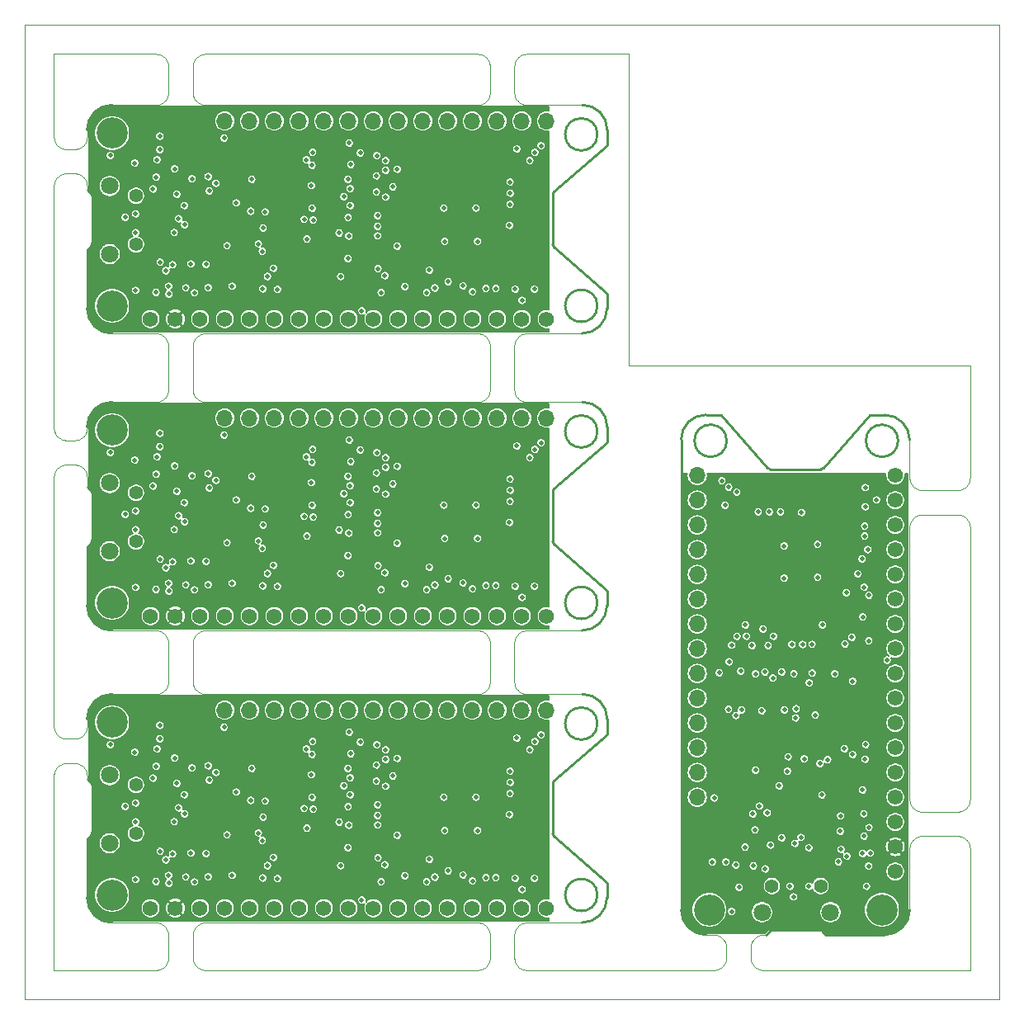
<source format=gbr>
%TF.GenerationSoftware,KiCad,Pcbnew,(5.1.4)-1*%
%TF.CreationDate,2019-10-11T08:55:03-07:00*%
%TF.ProjectId,output.v25Panel,6f757470-7574-42e7-9632-3550616e656c,rev?*%
%TF.SameCoordinates,Original*%
%TF.FileFunction,Copper,L3,Inr*%
%TF.FilePolarity,Positive*%
%FSLAX46Y46*%
G04 Gerber Fmt 4.6, Leading zero omitted, Abs format (unit mm)*
G04 Created by KiCad (PCBNEW (5.1.4)-1) date 2019-10-11 08:55:03*
%MOMM*%
%LPD*%
G04 APERTURE LIST*
%ADD10C,0.050000*%
%ADD11C,0.250000*%
%ADD12C,0.100000*%
%ADD13C,1.800000*%
%ADD14C,1.408000*%
%ADD15O,1.700000X1.700000*%
%ADD16C,1.574800*%
%ADD17C,3.200000*%
%ADD18C,0.508000*%
%ADD19C,0.127000*%
G04 APERTURE END LIST*
D10*
X182000000Y-75000000D02*
X147000000Y-75000000D01*
X147000000Y-75000000D02*
X147000000Y-43000000D01*
X85000000Y-140000000D02*
X85000000Y-40000000D01*
X185000000Y-140000000D02*
X85000000Y-140000000D01*
X185000000Y-40000000D02*
X185000000Y-140000000D01*
X85000000Y-40000000D02*
X185000000Y-40000000D01*
D11*
X144752060Y-67575080D02*
X144752060Y-69128640D01*
X142212060Y-71668640D02*
G75*
G03X144752060Y-69128640I0J2540000D01*
G01*
X139315076Y-62811768D02*
X144752060Y-67575080D01*
X91412060Y-56926067D02*
X91860000Y-57370000D01*
X139318052Y-57099398D02*
X144780013Y-52320000D01*
X139318039Y-57099407D02*
G75*
G03X139188512Y-57351166I160472J-241760D01*
G01*
X139315063Y-62811759D02*
G75*
G02X139185536Y-62560000I160472J241760D01*
G01*
X139185536Y-62560000D02*
X139188512Y-57351166D01*
X91412060Y-63068136D02*
X91860000Y-62624203D01*
X91860000Y-62624203D02*
G75*
G03X91921488Y-62435369I-228511J178835D01*
G01*
X91860000Y-57370000D02*
G75*
G02X91921488Y-57558834I-228511J-178835D01*
G01*
X143765221Y-51245720D02*
G75*
G03X143765221Y-51245720I-1652221J0D01*
G01*
X143765221Y-68835220D02*
G75*
G03X143765221Y-68835220I-1652221J0D01*
G01*
X144780013Y-50766440D02*
X144780013Y-52320000D01*
X142240013Y-48226440D02*
G75*
G02X144780013Y-50766440I0J-2540000D01*
G01*
X91412060Y-63068136D02*
X91412060Y-69128640D01*
X91412060Y-50766440D02*
G75*
G02X93952060Y-48226440I2540000J0D01*
G01*
X91921488Y-57558834D02*
X91921488Y-62435369D01*
X93952060Y-71668640D02*
G75*
G02X91412060Y-69128640I0J2540000D01*
G01*
X144752060Y-98055080D02*
X144752060Y-99608640D01*
X142212060Y-102148640D02*
G75*
G03X144752060Y-99608640I0J2540000D01*
G01*
X139315076Y-93291768D02*
X144752060Y-98055080D01*
X91412060Y-87406067D02*
X91860000Y-87850000D01*
X139318052Y-87579398D02*
X144780013Y-82800000D01*
X139318039Y-87579407D02*
G75*
G03X139188512Y-87831166I160472J-241760D01*
G01*
X139315063Y-93291759D02*
G75*
G02X139185536Y-93040000I160472J241760D01*
G01*
X139185536Y-93040000D02*
X139188512Y-87831166D01*
X91412060Y-93548136D02*
X91860000Y-93104203D01*
X91860000Y-93104203D02*
G75*
G03X91921488Y-92915369I-228511J178835D01*
G01*
X91860000Y-87850000D02*
G75*
G02X91921488Y-88038834I-228511J-178835D01*
G01*
X143765221Y-81725720D02*
G75*
G03X143765221Y-81725720I-1652221J0D01*
G01*
X143765221Y-99315220D02*
G75*
G03X143765221Y-99315220I-1652221J0D01*
G01*
X144780013Y-81246440D02*
X144780013Y-82800000D01*
X142240013Y-78706440D02*
G75*
G02X144780013Y-81246440I0J-2540000D01*
G01*
X91412060Y-93548136D02*
X91412060Y-99608640D01*
X91412060Y-81246440D02*
G75*
G02X93952060Y-78706440I2540000J0D01*
G01*
X91921488Y-88038834D02*
X91921488Y-92915369D01*
X93952060Y-102148640D02*
G75*
G02X91412060Y-99608640I0J2540000D01*
G01*
X144752060Y-128027080D02*
X144752060Y-129580640D01*
X142212060Y-132120640D02*
G75*
G03X144752060Y-129580640I0J2540000D01*
G01*
X139315076Y-123263768D02*
X144752060Y-128027080D01*
X91412060Y-117378067D02*
X91860000Y-117822000D01*
X139318052Y-117551398D02*
X144780013Y-112772000D01*
X139318039Y-117551407D02*
G75*
G03X139188512Y-117803166I160472J-241760D01*
G01*
X139315063Y-123263759D02*
G75*
G02X139185536Y-123012000I160472J241760D01*
G01*
X139185536Y-123012000D02*
X139188512Y-117803166D01*
X91412060Y-123520136D02*
X91860000Y-123076203D01*
X91860000Y-123076203D02*
G75*
G03X91921488Y-122887369I-228511J178835D01*
G01*
X91860000Y-117822000D02*
G75*
G02X91921488Y-118010834I-228511J-178835D01*
G01*
X143765221Y-111697720D02*
G75*
G03X143765221Y-111697720I-1652221J0D01*
G01*
X143765221Y-129287220D02*
G75*
G03X143765221Y-129287220I-1652221J0D01*
G01*
X144780013Y-111218440D02*
X144780013Y-112772000D01*
X142240013Y-108678440D02*
G75*
G02X144780013Y-111218440I0J-2540000D01*
G01*
X91412060Y-123520136D02*
X91412060Y-129580640D01*
X91412060Y-111218440D02*
G75*
G02X93952060Y-108678440I2540000J0D01*
G01*
X91921488Y-118010834D02*
X91921488Y-122887369D01*
X93952060Y-132120640D02*
G75*
G02X91412060Y-129580640I0J2540000D01*
G01*
X171715080Y-80037940D02*
X173268640Y-80037940D01*
X175808640Y-82577940D02*
G75*
G03X173268640Y-80037940I-2540000J0D01*
G01*
X166951768Y-85474924D02*
X171715080Y-80037940D01*
X161066067Y-133377940D02*
X161510000Y-132930000D01*
X161239398Y-85471948D02*
X156460000Y-80009987D01*
X161239407Y-85471961D02*
G75*
G03X161491166Y-85601488I241760J160472D01*
G01*
X166951759Y-85474937D02*
G75*
G02X166700000Y-85604464I-241760J160472D01*
G01*
X166700000Y-85604464D02*
X161491166Y-85601488D01*
X167208136Y-133377940D02*
X166764203Y-132930000D01*
X166764203Y-132930000D02*
G75*
G03X166575369Y-132868512I-178835J-228511D01*
G01*
X161510000Y-132930000D02*
G75*
G02X161698834Y-132868512I178835J-228511D01*
G01*
X157037941Y-82677000D02*
G75*
G03X157037941Y-82677000I-1652221J0D01*
G01*
X174627441Y-82677000D02*
G75*
G03X174627441Y-82677000I-1652221J0D01*
G01*
X154906440Y-80009987D02*
X156460000Y-80009987D01*
X152366440Y-82549987D02*
G75*
G02X154906440Y-80009987I2540000J0D01*
G01*
X167208136Y-133377940D02*
X173268640Y-133377940D01*
X152366440Y-82549987D02*
X152366440Y-130837940D01*
X154906440Y-133377940D02*
G75*
G02X152366440Y-130837940I0J2540000D01*
G01*
X161698834Y-132868512D02*
X166575369Y-132868512D01*
X175808640Y-130837940D02*
G75*
G02X173268640Y-133377940I-2540000J0D01*
G01*
D12*
X175808640Y-86500005D02*
X175808640Y-82577940D01*
X182000000Y-86499985D02*
X182000000Y-75000000D01*
X182000000Y-91499960D02*
X181992313Y-91400256D01*
X175808640Y-91500025D02*
X175816327Y-91400321D01*
X181992313Y-91400256D02*
X181976985Y-91301438D01*
X175816327Y-91400321D02*
X175831655Y-91301503D01*
X181976985Y-91301438D02*
X181954107Y-91204091D01*
X175831655Y-91301503D02*
X175854533Y-91204156D01*
X181954107Y-91204091D02*
X181923814Y-91108791D01*
X175854533Y-91204156D02*
X175884826Y-91108856D01*
X181923814Y-91108791D02*
X181886285Y-91016101D01*
X175884826Y-91108856D02*
X175922355Y-91016166D01*
X181886285Y-91016101D02*
X181841742Y-90926570D01*
X175922355Y-91016166D02*
X175966898Y-90926635D01*
X181841742Y-90926570D02*
X181790449Y-90840728D01*
X175966898Y-90926635D02*
X176018191Y-90840793D01*
X181790449Y-90840728D02*
X181732709Y-90759083D01*
X176018191Y-90840793D02*
X176075931Y-90759148D01*
X181732709Y-90759083D02*
X181668864Y-90682118D01*
X176075931Y-90759148D02*
X176139776Y-90682183D01*
X181668864Y-90682118D02*
X181599292Y-90610288D01*
X176139776Y-90682183D02*
X176209348Y-90610353D01*
X181599292Y-90610288D02*
X181524405Y-90544018D01*
X176209348Y-90610353D02*
X176284235Y-90544083D01*
X181524405Y-90544018D02*
X181444646Y-90483700D01*
X176284235Y-90544083D02*
X176363994Y-90483765D01*
X181444646Y-90483700D02*
X181360487Y-90429691D01*
X176363994Y-90483765D02*
X176448153Y-90429756D01*
X181360487Y-90429691D02*
X181272426Y-90382311D01*
X176448153Y-90429756D02*
X176536214Y-90382376D01*
X181272426Y-90382311D02*
X181180984Y-90341840D01*
X176536214Y-90382376D02*
X176627656Y-90341905D01*
X181180984Y-90341840D02*
X181086702Y-90308518D01*
X176627656Y-90341905D02*
X176721938Y-90308583D01*
X181086702Y-90308518D02*
X180990138Y-90282542D01*
X176721938Y-90308583D02*
X176818502Y-90282607D01*
X180990138Y-90282542D02*
X180891863Y-90264065D01*
X176818502Y-90282607D02*
X176916777Y-90264130D01*
X180891863Y-90264065D02*
X180792458Y-90253197D01*
X176916777Y-90264130D02*
X177016182Y-90253262D01*
X180792458Y-90253197D02*
X180692512Y-90250002D01*
X177016182Y-90253262D02*
X177116128Y-90250067D01*
X177116128Y-90250067D02*
X180692512Y-90250002D01*
X175808640Y-86500005D02*
X175816327Y-86599709D01*
X182000000Y-86499985D02*
X181992313Y-86599689D01*
X175816327Y-86599709D02*
X175831655Y-86698527D01*
X181992313Y-86599689D02*
X181976985Y-86698507D01*
X175831655Y-86698527D02*
X175854533Y-86795874D01*
X181976985Y-86698507D02*
X181954107Y-86795854D01*
X175854533Y-86795874D02*
X175884826Y-86891174D01*
X181954107Y-86795854D02*
X181923814Y-86891154D01*
X175884826Y-86891174D02*
X175922355Y-86983864D01*
X181923814Y-86891154D02*
X181886285Y-86983844D01*
X175922355Y-86983864D02*
X175966898Y-87073395D01*
X181886285Y-86983844D02*
X181841742Y-87073375D01*
X175966898Y-87073395D02*
X176018191Y-87159237D01*
X181841742Y-87073375D02*
X181790449Y-87159217D01*
X176018191Y-87159237D02*
X176075931Y-87240882D01*
X181790449Y-87159217D02*
X181732709Y-87240862D01*
X176075931Y-87240882D02*
X176139776Y-87317847D01*
X181732709Y-87240862D02*
X181668864Y-87317827D01*
X176139776Y-87317847D02*
X176209348Y-87389677D01*
X181668864Y-87317827D02*
X181599292Y-87389657D01*
X176209348Y-87389677D02*
X176284235Y-87455947D01*
X181599292Y-87389657D02*
X181524405Y-87455927D01*
X176284235Y-87455947D02*
X176363994Y-87516265D01*
X181524405Y-87455927D02*
X181444646Y-87516245D01*
X176363994Y-87516265D02*
X176448153Y-87570274D01*
X181444646Y-87516245D02*
X181360487Y-87570254D01*
X176448153Y-87570274D02*
X176536214Y-87617654D01*
X181360487Y-87570254D02*
X181272426Y-87617634D01*
X176536214Y-87617654D02*
X176627656Y-87658125D01*
X181272426Y-87617634D02*
X181180984Y-87658105D01*
X176627656Y-87658125D02*
X176721938Y-87691447D01*
X181180984Y-87658105D02*
X181086702Y-87691427D01*
X176721938Y-87691447D02*
X176818502Y-87717423D01*
X181086702Y-87691427D02*
X180990138Y-87717403D01*
X176818502Y-87717423D02*
X176916777Y-87735900D01*
X180990138Y-87717403D02*
X180891863Y-87735880D01*
X176916777Y-87735900D02*
X177016182Y-87746768D01*
X180891863Y-87735880D02*
X180792458Y-87746748D01*
X177016182Y-87746768D02*
X177116128Y-87749963D01*
X180792458Y-87746748D02*
X180692512Y-87749943D01*
X177116128Y-87749963D02*
X180692512Y-87749943D01*
X175808640Y-119499992D02*
X175808640Y-91500025D01*
X175808640Y-124500010D02*
X175808640Y-130837940D01*
X182000000Y-119499987D02*
X182000000Y-91499960D01*
X182000000Y-124500013D02*
X182000000Y-137000000D01*
X182000000Y-124500013D02*
X181992313Y-124400309D01*
X175808640Y-124500010D02*
X175816327Y-124400306D01*
X181992313Y-124400309D02*
X181976985Y-124301491D01*
X175816327Y-124400306D02*
X175831655Y-124301488D01*
X181976985Y-124301491D02*
X181954107Y-124204144D01*
X175831655Y-124301488D02*
X175854533Y-124204141D01*
X181954107Y-124204144D02*
X181923814Y-124108844D01*
X175854533Y-124204141D02*
X175884826Y-124108841D01*
X181923814Y-124108844D02*
X181886285Y-124016154D01*
X175884826Y-124108841D02*
X175922355Y-124016151D01*
X175922355Y-124016151D02*
X175966898Y-123926620D01*
X181886285Y-124016154D02*
X181841742Y-123926623D01*
X175966898Y-123926620D02*
X176018191Y-123840778D01*
X181841742Y-123926623D02*
X181790449Y-123840781D01*
X176018191Y-123840778D02*
X176075931Y-123759133D01*
X181790449Y-123840781D02*
X181732709Y-123759136D01*
X176075931Y-123759133D02*
X176139776Y-123682168D01*
X181732709Y-123759136D02*
X181668864Y-123682171D01*
X176139776Y-123682168D02*
X176209348Y-123610338D01*
X181668864Y-123682171D02*
X181599292Y-123610341D01*
X176209348Y-123610338D02*
X176284235Y-123544068D01*
X181599292Y-123610341D02*
X181524405Y-123544071D01*
X176284235Y-123544068D02*
X176363994Y-123483750D01*
X181524405Y-123544071D02*
X181444646Y-123483753D01*
X176363994Y-123483750D02*
X176448153Y-123429741D01*
X181444646Y-123483753D02*
X181360487Y-123429744D01*
X176448153Y-123429741D02*
X176536214Y-123382361D01*
X181360487Y-123429744D02*
X181272426Y-123382364D01*
X176536214Y-123382361D02*
X176627656Y-123341890D01*
X181272426Y-123382364D02*
X181180984Y-123341893D01*
X176627656Y-123341890D02*
X176721938Y-123308568D01*
X181180984Y-123341893D02*
X181086702Y-123308571D01*
X176721938Y-123308568D02*
X176818502Y-123282592D01*
X181086702Y-123308571D02*
X180990138Y-123282595D01*
X176818502Y-123282592D02*
X176916777Y-123264115D01*
X180990138Y-123282595D02*
X180891863Y-123264118D01*
X176916777Y-123264115D02*
X177016182Y-123253247D01*
X180891863Y-123264118D02*
X180792458Y-123253250D01*
X177016182Y-123253247D02*
X177116128Y-123250052D01*
X180792458Y-123253250D02*
X180692512Y-123250055D01*
X177116128Y-123250052D02*
X180692512Y-123250055D01*
X175808640Y-119499992D02*
X175816327Y-119599696D01*
X182000000Y-119499987D02*
X181992313Y-119599691D01*
X175816327Y-119599696D02*
X175831655Y-119698514D01*
X181992313Y-119599691D02*
X181976985Y-119698509D01*
X175831655Y-119698514D02*
X175854533Y-119795861D01*
X181976985Y-119698509D02*
X181954107Y-119795856D01*
X175854533Y-119795861D02*
X175884826Y-119891161D01*
X181954107Y-119795856D02*
X181923814Y-119891156D01*
X175884826Y-119891161D02*
X175922355Y-119983851D01*
X181923814Y-119891156D02*
X181886285Y-119983846D01*
X175922355Y-119983851D02*
X175966898Y-120073382D01*
X181886285Y-119983846D02*
X181841742Y-120073377D01*
X175966898Y-120073382D02*
X176018191Y-120159224D01*
X181841742Y-120073377D02*
X181790449Y-120159219D01*
X176018191Y-120159224D02*
X176075931Y-120240869D01*
X181790449Y-120159219D02*
X181732709Y-120240864D01*
X176075931Y-120240869D02*
X176139776Y-120317834D01*
X181732709Y-120240864D02*
X181668864Y-120317829D01*
X176139776Y-120317834D02*
X176209348Y-120389664D01*
X181668864Y-120317829D02*
X181599292Y-120389659D01*
X176209348Y-120389664D02*
X176284235Y-120455934D01*
X181599292Y-120389659D02*
X181524405Y-120455929D01*
X176284235Y-120455934D02*
X176363994Y-120516252D01*
X181524405Y-120455929D02*
X181444646Y-120516247D01*
X176363994Y-120516252D02*
X176448153Y-120570261D01*
X181444646Y-120516247D02*
X181360487Y-120570256D01*
X176448153Y-120570261D02*
X176536214Y-120617641D01*
X181360487Y-120570256D02*
X181272426Y-120617636D01*
X176536214Y-120617641D02*
X176627656Y-120658112D01*
X181272426Y-120617636D02*
X181180984Y-120658107D01*
X176627656Y-120658112D02*
X176721938Y-120691434D01*
X181180984Y-120658107D02*
X181086702Y-120691429D01*
X176721938Y-120691434D02*
X176818502Y-120717410D01*
X181086702Y-120691429D02*
X180990138Y-120717405D01*
X176818502Y-120717410D02*
X176916777Y-120735887D01*
X180990138Y-120717405D02*
X180891863Y-120735882D01*
X176916777Y-120735887D02*
X177016182Y-120746755D01*
X180891863Y-120735882D02*
X180792458Y-120746750D01*
X177016182Y-120746755D02*
X177116128Y-120749950D01*
X180792458Y-120746750D02*
X180692512Y-120749945D01*
X177116128Y-120749950D02*
X180692512Y-120749945D01*
X155750002Y-133377940D02*
X154906440Y-133377940D01*
X160749998Y-133377940D02*
X161066067Y-133377940D01*
X160749985Y-137000000D02*
X182000000Y-137000000D01*
X155750002Y-133377940D02*
X155849706Y-133385627D01*
X155749977Y-137000000D02*
X155849681Y-136992313D01*
X155849706Y-133385627D02*
X155948524Y-133400955D01*
X155849681Y-136992313D02*
X155948499Y-136976985D01*
X155948524Y-133400955D02*
X156045871Y-133423833D01*
X155948499Y-136976985D02*
X156045846Y-136954107D01*
X156045871Y-133423833D02*
X156141171Y-133454126D01*
X156045846Y-136954107D02*
X156141146Y-136923814D01*
X156141171Y-133454126D02*
X156233861Y-133491655D01*
X156141146Y-136923814D02*
X156233836Y-136886285D01*
X156233861Y-133491655D02*
X156323392Y-133536198D01*
X156233836Y-136886285D02*
X156323367Y-136841742D01*
X156323392Y-133536198D02*
X156409234Y-133587491D01*
X156323367Y-136841742D02*
X156409209Y-136790449D01*
X156409234Y-133587491D02*
X156490879Y-133645231D01*
X156409209Y-136790449D02*
X156490854Y-136732709D01*
X156490879Y-133645231D02*
X156567844Y-133709076D01*
X156490854Y-136732709D02*
X156567819Y-136668864D01*
X156567844Y-133709076D02*
X156639674Y-133778648D01*
X156567819Y-136668864D02*
X156639649Y-136599292D01*
X156639674Y-133778648D02*
X156705944Y-133853535D01*
X156639649Y-136599292D02*
X156705919Y-136524405D01*
X156705944Y-133853535D02*
X156766262Y-133933294D01*
X156705919Y-136524405D02*
X156766237Y-136444646D01*
X156766262Y-133933294D02*
X156820271Y-134017453D01*
X156766237Y-136444646D02*
X156820246Y-136360487D01*
X156820271Y-134017453D02*
X156867651Y-134105514D01*
X156820246Y-136360487D02*
X156867626Y-136272426D01*
X156867651Y-134105514D02*
X156908122Y-134196956D01*
X156867626Y-136272426D02*
X156908097Y-136180984D01*
X156908122Y-134196956D02*
X156941444Y-134291238D01*
X156908097Y-136180984D02*
X156941419Y-136086702D01*
X156941444Y-134291238D02*
X156967420Y-134387802D01*
X156941419Y-136086702D02*
X156967395Y-135990138D01*
X156967420Y-134387802D02*
X156985897Y-134486077D01*
X156967395Y-135990138D02*
X156985872Y-135891863D01*
X156985897Y-134486077D02*
X156996765Y-134585482D01*
X156985872Y-135891863D02*
X156996740Y-135792458D01*
X156996765Y-134585482D02*
X156999960Y-134685428D01*
X156996740Y-135792458D02*
X156999935Y-135692512D01*
X156999960Y-134685428D02*
X156999935Y-135692512D01*
X160749985Y-137000000D02*
X160650281Y-136992313D01*
X160749998Y-133377940D02*
X160650294Y-133385627D01*
X160650281Y-136992313D02*
X160551463Y-136976985D01*
X160650294Y-133385627D02*
X160551476Y-133400955D01*
X160551463Y-136976985D02*
X160454116Y-136954107D01*
X160551476Y-133400955D02*
X160454129Y-133423833D01*
X160454116Y-136954107D02*
X160358816Y-136923814D01*
X160454129Y-133423833D02*
X160358829Y-133454126D01*
X160358816Y-136923814D02*
X160266126Y-136886285D01*
X160358829Y-133454126D02*
X160266139Y-133491655D01*
X160266126Y-136886285D02*
X160176595Y-136841742D01*
X160266139Y-133491655D02*
X160176608Y-133536198D01*
X160176595Y-136841742D02*
X160090753Y-136790449D01*
X160176608Y-133536198D02*
X160090766Y-133587491D01*
X160090753Y-136790449D02*
X160009108Y-136732709D01*
X160090766Y-133587491D02*
X160009121Y-133645231D01*
X160009108Y-136732709D02*
X159932143Y-136668864D01*
X160009121Y-133645231D02*
X159932156Y-133709076D01*
X159932143Y-136668864D02*
X159860313Y-136599292D01*
X159932156Y-133709076D02*
X159860326Y-133778648D01*
X159860313Y-136599292D02*
X159794043Y-136524405D01*
X159860326Y-133778648D02*
X159794056Y-133853535D01*
X159794043Y-136524405D02*
X159733725Y-136444646D01*
X159794056Y-133853535D02*
X159733738Y-133933294D01*
X159733725Y-136444646D02*
X159679716Y-136360487D01*
X159733738Y-133933294D02*
X159679729Y-134017453D01*
X159679716Y-136360487D02*
X159632336Y-136272426D01*
X159679729Y-134017453D02*
X159632349Y-134105514D01*
X159632336Y-136272426D02*
X159591865Y-136180984D01*
X159632349Y-134105514D02*
X159591878Y-134196956D01*
X159591865Y-136180984D02*
X159558543Y-136086702D01*
X159591878Y-134196956D02*
X159558556Y-134291238D01*
X159558543Y-136086702D02*
X159532567Y-135990138D01*
X159558556Y-134291238D02*
X159532580Y-134387802D01*
X159532567Y-135990138D02*
X159514090Y-135891863D01*
X159532580Y-134387802D02*
X159514103Y-134486077D01*
X159514090Y-135891863D02*
X159503222Y-135792458D01*
X159514103Y-134486077D02*
X159503235Y-134585482D01*
X159503222Y-135792458D02*
X159500027Y-135692512D01*
X159503235Y-134585482D02*
X159500040Y-134685428D01*
X159500040Y-134685428D02*
X159500027Y-135692512D01*
X136499998Y-132120640D02*
X142212060Y-132120640D01*
X136499998Y-137000000D02*
X155749977Y-137000000D01*
X131500015Y-137000000D02*
X131599719Y-136992313D01*
X131500007Y-132120640D02*
X131599711Y-132128327D01*
X131599719Y-136992313D02*
X131698537Y-136976985D01*
X131599711Y-132128327D02*
X131698529Y-132143655D01*
X131698537Y-136976985D02*
X131795884Y-136954107D01*
X131698529Y-132143655D02*
X131795876Y-132166533D01*
X131795884Y-136954107D02*
X131891184Y-136923814D01*
X131795876Y-132166533D02*
X131891176Y-132196826D01*
X131891184Y-136923814D02*
X131983874Y-136886285D01*
X131891176Y-132196826D02*
X131983866Y-132234355D01*
X131983874Y-136886285D02*
X132073405Y-136841742D01*
X131983866Y-132234355D02*
X132073397Y-132278898D01*
X132073405Y-136841742D02*
X132159247Y-136790449D01*
X132073397Y-132278898D02*
X132159239Y-132330191D01*
X132159247Y-136790449D02*
X132240892Y-136732709D01*
X132159239Y-132330191D02*
X132240884Y-132387931D01*
X132240892Y-136732709D02*
X132317857Y-136668864D01*
X132240884Y-132387931D02*
X132317849Y-132451776D01*
X132317857Y-136668864D02*
X132389687Y-136599292D01*
X132317849Y-132451776D02*
X132389679Y-132521348D01*
X132389687Y-136599292D02*
X132455957Y-136524405D01*
X132389679Y-132521348D02*
X132455949Y-132596235D01*
X132455957Y-136524405D02*
X132516275Y-136444646D01*
X132455949Y-132596235D02*
X132516267Y-132675994D01*
X132516275Y-136444646D02*
X132570284Y-136360487D01*
X132516267Y-132675994D02*
X132570276Y-132760153D01*
X132570284Y-136360487D02*
X132617664Y-136272426D01*
X132570276Y-132760153D02*
X132617656Y-132848214D01*
X132617664Y-136272426D02*
X132658135Y-136180984D01*
X132617656Y-132848214D02*
X132658127Y-132939656D01*
X132658135Y-136180984D02*
X132691457Y-136086702D01*
X132658127Y-132939656D02*
X132691449Y-133033938D01*
X132691457Y-136086702D02*
X132717433Y-135990138D01*
X132691449Y-133033938D02*
X132717425Y-133130502D01*
X132717433Y-135990138D02*
X132735910Y-135891863D01*
X132717425Y-133130502D02*
X132735902Y-133228777D01*
X132735910Y-135891863D02*
X132746778Y-135792458D01*
X132735902Y-133228777D02*
X132746770Y-133328182D01*
X132746778Y-135792458D02*
X132749973Y-135692512D01*
X132746770Y-133328182D02*
X132749965Y-133428128D01*
X132749965Y-133428128D02*
X132749973Y-135692512D01*
X136499998Y-137000000D02*
X136400294Y-136992313D01*
X136499998Y-132120640D02*
X136400294Y-132128327D01*
X136400294Y-136992313D02*
X136301476Y-136976985D01*
X136400294Y-132128327D02*
X136301476Y-132143655D01*
X136301476Y-136976985D02*
X136204129Y-136954107D01*
X136301476Y-132143655D02*
X136204129Y-132166533D01*
X136204129Y-136954107D02*
X136108829Y-136923814D01*
X136204129Y-132166533D02*
X136108829Y-132196826D01*
X136108829Y-136923814D02*
X136016139Y-136886285D01*
X136108829Y-132196826D02*
X136016139Y-132234355D01*
X136016139Y-136886285D02*
X135926608Y-136841742D01*
X136016139Y-132234355D02*
X135926608Y-132278898D01*
X135926608Y-136841742D02*
X135840766Y-136790449D01*
X135926608Y-132278898D02*
X135840766Y-132330191D01*
X135840766Y-136790449D02*
X135759121Y-136732709D01*
X135840766Y-132330191D02*
X135759121Y-132387931D01*
X135759121Y-136732709D02*
X135682156Y-136668864D01*
X135759121Y-132387931D02*
X135682156Y-132451776D01*
X135682156Y-136668864D02*
X135610326Y-136599292D01*
X135682156Y-132451776D02*
X135610326Y-132521348D01*
X135610326Y-136599292D02*
X135544056Y-136524405D01*
X135610326Y-132521348D02*
X135544056Y-132596235D01*
X135544056Y-136524405D02*
X135483738Y-136444646D01*
X135544056Y-132596235D02*
X135483738Y-132675994D01*
X135483738Y-136444646D02*
X135429729Y-136360487D01*
X135483738Y-132675994D02*
X135429729Y-132760153D01*
X135429729Y-136360487D02*
X135382349Y-136272426D01*
X135429729Y-132760153D02*
X135382349Y-132848214D01*
X135382349Y-136272426D02*
X135341878Y-136180984D01*
X135382349Y-132848214D02*
X135341878Y-132939656D01*
X135341878Y-136180984D02*
X135308556Y-136086702D01*
X135341878Y-132939656D02*
X135308556Y-133033938D01*
X135308556Y-136086702D02*
X135282580Y-135990138D01*
X135308556Y-133033938D02*
X135282580Y-133130502D01*
X135282580Y-135990138D02*
X135264103Y-135891863D01*
X135282580Y-133130502D02*
X135264103Y-133228777D01*
X135264103Y-135891863D02*
X135253235Y-135792458D01*
X135264103Y-133228777D02*
X135253235Y-133328182D01*
X135253235Y-135792458D02*
X135250040Y-135692512D01*
X135253235Y-133328182D02*
X135250040Y-133428128D01*
X135250040Y-133428128D02*
X135250040Y-135692512D01*
X103500010Y-132120640D02*
X131500007Y-132120640D01*
X98500007Y-132120640D02*
X93952060Y-132120640D01*
X103500010Y-137000000D02*
X131500015Y-137000000D01*
X98500002Y-137000000D02*
X88000000Y-137000000D01*
X98500007Y-132120640D02*
X98599711Y-132128327D01*
X98500002Y-137000000D02*
X98599706Y-136992313D01*
X98599711Y-132128327D02*
X98698529Y-132143655D01*
X98599706Y-136992313D02*
X98698524Y-136976985D01*
X98698529Y-132143655D02*
X98795876Y-132166533D01*
X98698524Y-136976985D02*
X98795871Y-136954107D01*
X98795876Y-132166533D02*
X98891176Y-132196826D01*
X98795871Y-136954107D02*
X98891171Y-136923814D01*
X98891176Y-132196826D02*
X98983866Y-132234355D01*
X98891171Y-136923814D02*
X98983861Y-136886285D01*
X98983866Y-132234355D02*
X99073397Y-132278898D01*
X98983861Y-136886285D02*
X99073392Y-136841742D01*
X99073397Y-132278898D02*
X99159239Y-132330191D01*
X99073392Y-136841742D02*
X99159234Y-136790449D01*
X99159239Y-132330191D02*
X99240884Y-132387931D01*
X99159234Y-136790449D02*
X99240879Y-136732709D01*
X99240884Y-132387931D02*
X99317849Y-132451776D01*
X99240879Y-136732709D02*
X99317844Y-136668864D01*
X99317849Y-132451776D02*
X99389679Y-132521348D01*
X99317844Y-136668864D02*
X99389674Y-136599292D01*
X99389679Y-132521348D02*
X99455949Y-132596235D01*
X99389674Y-136599292D02*
X99455944Y-136524405D01*
X99455949Y-132596235D02*
X99516267Y-132675994D01*
X99455944Y-136524405D02*
X99516262Y-136444646D01*
X99516267Y-132675994D02*
X99570276Y-132760153D01*
X99516262Y-136444646D02*
X99570271Y-136360487D01*
X99570276Y-132760153D02*
X99617656Y-132848214D01*
X99570271Y-136360487D02*
X99617651Y-136272426D01*
X99617656Y-132848214D02*
X99658127Y-132939656D01*
X99617651Y-136272426D02*
X99658122Y-136180984D01*
X99658127Y-132939656D02*
X99691449Y-133033938D01*
X99658122Y-136180984D02*
X99691444Y-136086702D01*
X99691449Y-133033938D02*
X99717425Y-133130502D01*
X99691444Y-136086702D02*
X99717420Y-135990138D01*
X99717425Y-133130502D02*
X99735902Y-133228777D01*
X99717420Y-135990138D02*
X99735897Y-135891863D01*
X99735902Y-133228777D02*
X99746770Y-133328182D01*
X99735897Y-135891863D02*
X99746765Y-135792458D01*
X99746770Y-133328182D02*
X99749965Y-133428128D01*
X99746765Y-135792458D02*
X99749960Y-135692512D01*
X99749965Y-133428128D02*
X99749960Y-135692512D01*
X103500010Y-137000000D02*
X103400306Y-136992313D01*
X103500010Y-132120640D02*
X103400306Y-132128327D01*
X103400306Y-136992313D02*
X103301488Y-136976985D01*
X103400306Y-132128327D02*
X103301488Y-132143655D01*
X103301488Y-136976985D02*
X103204141Y-136954107D01*
X103301488Y-132143655D02*
X103204141Y-132166533D01*
X103204141Y-136954107D02*
X103108841Y-136923814D01*
X103204141Y-132166533D02*
X103108841Y-132196826D01*
X103108841Y-136923814D02*
X103016151Y-136886285D01*
X103108841Y-132196826D02*
X103016151Y-132234355D01*
X103016151Y-136886285D02*
X102926620Y-136841742D01*
X103016151Y-132234355D02*
X102926620Y-132278898D01*
X102926620Y-136841742D02*
X102840778Y-136790449D01*
X102926620Y-132278898D02*
X102840778Y-132330191D01*
X102840778Y-136790449D02*
X102759133Y-136732709D01*
X102840778Y-132330191D02*
X102759133Y-132387931D01*
X102759133Y-136732709D02*
X102682168Y-136668864D01*
X102759133Y-132387931D02*
X102682168Y-132451776D01*
X102682168Y-136668864D02*
X102610338Y-136599292D01*
X102682168Y-132451776D02*
X102610338Y-132521348D01*
X102610338Y-136599292D02*
X102544068Y-136524405D01*
X102610338Y-132521348D02*
X102544068Y-132596235D01*
X102544068Y-136524405D02*
X102483750Y-136444646D01*
X102544068Y-132596235D02*
X102483750Y-132675994D01*
X102483750Y-136444646D02*
X102429741Y-136360487D01*
X102483750Y-132675994D02*
X102429741Y-132760153D01*
X102429741Y-136360487D02*
X102382361Y-136272426D01*
X102429741Y-132760153D02*
X102382361Y-132848214D01*
X102382361Y-136272426D02*
X102341890Y-136180984D01*
X102382361Y-132848214D02*
X102341890Y-132939656D01*
X102341890Y-136180984D02*
X102308568Y-136086702D01*
X102341890Y-132939656D02*
X102308568Y-133033938D01*
X102308568Y-136086702D02*
X102282592Y-135990138D01*
X102308568Y-133033938D02*
X102282592Y-133130502D01*
X102282592Y-135990138D02*
X102264115Y-135891863D01*
X102282592Y-133130502D02*
X102264115Y-133228777D01*
X102264115Y-135891863D02*
X102253247Y-135792458D01*
X102264115Y-133228777D02*
X102253247Y-133328182D01*
X102253247Y-135792458D02*
X102250052Y-135692512D01*
X102253247Y-133328182D02*
X102250052Y-133428128D01*
X102250052Y-133428128D02*
X102250052Y-135692512D01*
X88000000Y-117020000D02*
X88000000Y-137000000D01*
X91412060Y-112020000D02*
X91412060Y-111218440D01*
X91412060Y-117020000D02*
X91412060Y-117378067D01*
X91412060Y-117020000D02*
X91404373Y-116920296D01*
X88000000Y-117020000D02*
X88007687Y-116920296D01*
X91404373Y-116920296D02*
X91389045Y-116821478D01*
X88007687Y-116920296D02*
X88023015Y-116821478D01*
X91389045Y-116821478D02*
X91366167Y-116724131D01*
X88023015Y-116821478D02*
X88045893Y-116724131D01*
X91366167Y-116724131D02*
X91335874Y-116628831D01*
X88045893Y-116724131D02*
X88076186Y-116628831D01*
X91335874Y-116628831D02*
X91298345Y-116536141D01*
X88076186Y-116628831D02*
X88113715Y-116536141D01*
X91298345Y-116536141D02*
X91253802Y-116446610D01*
X88113715Y-116536141D02*
X88158258Y-116446610D01*
X91253802Y-116446610D02*
X91202509Y-116360768D01*
X88158258Y-116446610D02*
X88209551Y-116360768D01*
X91202509Y-116360768D02*
X91144769Y-116279123D01*
X88209551Y-116360768D02*
X88267291Y-116279123D01*
X91144769Y-116279123D02*
X91080924Y-116202158D01*
X88267291Y-116279123D02*
X88331136Y-116202158D01*
X91080924Y-116202158D02*
X91011352Y-116130328D01*
X88331136Y-116202158D02*
X88400708Y-116130328D01*
X91011352Y-116130328D02*
X90936465Y-116064058D01*
X88400708Y-116130328D02*
X88475595Y-116064058D01*
X90936465Y-116064058D02*
X90856706Y-116003740D01*
X88475595Y-116064058D02*
X88555354Y-116003740D01*
X90856706Y-116003740D02*
X90772547Y-115949731D01*
X88555354Y-116003740D02*
X88639513Y-115949731D01*
X90772547Y-115949731D02*
X90684486Y-115902351D01*
X88639513Y-115949731D02*
X88727574Y-115902351D01*
X90684486Y-115902351D02*
X90593044Y-115861880D01*
X88727574Y-115902351D02*
X88819016Y-115861880D01*
X90593044Y-115861880D02*
X90498762Y-115828558D01*
X88819016Y-115861880D02*
X88913298Y-115828558D01*
X90498762Y-115828558D02*
X90402198Y-115802582D01*
X88913298Y-115828558D02*
X89009862Y-115802582D01*
X90402198Y-115802582D02*
X90303923Y-115784105D01*
X89009862Y-115802582D02*
X89108137Y-115784105D01*
X90303923Y-115784105D02*
X90204518Y-115773237D01*
X89108137Y-115784105D02*
X89207542Y-115773237D01*
X90204518Y-115773237D02*
X90104572Y-115770042D01*
X89207542Y-115773237D02*
X89307488Y-115770042D01*
X89307488Y-115770042D02*
X90104572Y-115770042D01*
X88000000Y-112020017D02*
X88007687Y-112119721D01*
X91412060Y-112020000D02*
X91404373Y-112119704D01*
X88007687Y-112119721D02*
X88023015Y-112218539D01*
X91404373Y-112119704D02*
X91389045Y-112218522D01*
X88023015Y-112218539D02*
X88045893Y-112315886D01*
X91389045Y-112218522D02*
X91366167Y-112315869D01*
X88045893Y-112315886D02*
X88076186Y-112411186D01*
X91366167Y-112315869D02*
X91335874Y-112411169D01*
X88076186Y-112411186D02*
X88113715Y-112503876D01*
X91335874Y-112411169D02*
X91298345Y-112503859D01*
X88113715Y-112503876D02*
X88158258Y-112593407D01*
X91298345Y-112503859D02*
X91253802Y-112593390D01*
X88158258Y-112593407D02*
X88209551Y-112679249D01*
X91253802Y-112593390D02*
X91202509Y-112679232D01*
X88209551Y-112679249D02*
X88267291Y-112760894D01*
X91202509Y-112679232D02*
X91144769Y-112760877D01*
X88267291Y-112760894D02*
X88331136Y-112837859D01*
X91144769Y-112760877D02*
X91080924Y-112837842D01*
X88331136Y-112837859D02*
X88400708Y-112909689D01*
X91080924Y-112837842D02*
X91011352Y-112909672D01*
X88400708Y-112909689D02*
X88475595Y-112975959D01*
X91011352Y-112909672D02*
X90936465Y-112975942D01*
X88475595Y-112975959D02*
X88555354Y-113036277D01*
X90936465Y-112975942D02*
X90856706Y-113036260D01*
X88555354Y-113036277D02*
X88639513Y-113090286D01*
X90856706Y-113036260D02*
X90772547Y-113090269D01*
X88639513Y-113090286D02*
X88727574Y-113137666D01*
X90772547Y-113090269D02*
X90684486Y-113137649D01*
X88727574Y-113137666D02*
X88819016Y-113178137D01*
X90684486Y-113137649D02*
X90593044Y-113178120D01*
X88819016Y-113178137D02*
X88913298Y-113211459D01*
X90593044Y-113178120D02*
X90498762Y-113211442D01*
X88913298Y-113211459D02*
X89009862Y-113237435D01*
X90498762Y-113211442D02*
X90402198Y-113237418D01*
X89009862Y-113237435D02*
X89108137Y-113255912D01*
X90402198Y-113237418D02*
X90303923Y-113255895D01*
X89108137Y-113255912D02*
X89207542Y-113266780D01*
X90303923Y-113255895D02*
X90204518Y-113266763D01*
X89207542Y-113266780D02*
X89307488Y-113269975D01*
X90204518Y-113266763D02*
X90104572Y-113269958D01*
X89307488Y-113269975D02*
X90104572Y-113269958D01*
X88000000Y-86385008D02*
X88000000Y-112020017D01*
X91412060Y-81384997D02*
X91412060Y-81246440D01*
X91412060Y-86385003D02*
X91412060Y-87406067D01*
X91412060Y-86385003D02*
X91404373Y-86285299D01*
X88000000Y-86385008D02*
X88007687Y-86285304D01*
X91404373Y-86285299D02*
X91389045Y-86186481D01*
X88007687Y-86285304D02*
X88023015Y-86186486D01*
X91389045Y-86186481D02*
X91366167Y-86089134D01*
X88023015Y-86186486D02*
X88045893Y-86089139D01*
X91366167Y-86089134D02*
X91335874Y-85993834D01*
X88045893Y-86089139D02*
X88076186Y-85993839D01*
X91335874Y-85993834D02*
X91298345Y-85901144D01*
X88076186Y-85993839D02*
X88113715Y-85901149D01*
X91298345Y-85901144D02*
X91253802Y-85811613D01*
X88113715Y-85901149D02*
X88158258Y-85811618D01*
X91253802Y-85811613D02*
X91202509Y-85725771D01*
X88158258Y-85811618D02*
X88209551Y-85725776D01*
X91202509Y-85725771D02*
X91144769Y-85644126D01*
X88209551Y-85725776D02*
X88267291Y-85644131D01*
X91144769Y-85644126D02*
X91080924Y-85567161D01*
X88267291Y-85644131D02*
X88331136Y-85567166D01*
X91080924Y-85567161D02*
X91011352Y-85495331D01*
X88331136Y-85567166D02*
X88400708Y-85495336D01*
X91011352Y-85495331D02*
X90936465Y-85429061D01*
X88400708Y-85495336D02*
X88475595Y-85429066D01*
X90936465Y-85429061D02*
X90856706Y-85368743D01*
X88475595Y-85429066D02*
X88555354Y-85368748D01*
X90856706Y-85368743D02*
X90772547Y-85314734D01*
X88555354Y-85368748D02*
X88639513Y-85314739D01*
X90772547Y-85314734D02*
X90684486Y-85267354D01*
X88639513Y-85314739D02*
X88727574Y-85267359D01*
X90684486Y-85267354D02*
X90593044Y-85226883D01*
X88727574Y-85267359D02*
X88819016Y-85226888D01*
X90593044Y-85226883D02*
X90498762Y-85193561D01*
X88819016Y-85226888D02*
X88913298Y-85193566D01*
X90498762Y-85193561D02*
X90402198Y-85167585D01*
X88913298Y-85193566D02*
X89009862Y-85167590D01*
X90402198Y-85167585D02*
X90303923Y-85149108D01*
X89009862Y-85167590D02*
X89108137Y-85149113D01*
X90303923Y-85149108D02*
X90204518Y-85138240D01*
X89108137Y-85149113D02*
X89207542Y-85138245D01*
X90204518Y-85138240D02*
X90104572Y-85135045D01*
X89207542Y-85138245D02*
X89307488Y-85135050D01*
X89307488Y-85135050D02*
X90104572Y-85135045D01*
X91412060Y-81384997D02*
X91404373Y-81484701D01*
X88000000Y-81384985D02*
X88007687Y-81484689D01*
X91404373Y-81484701D02*
X91389045Y-81583519D01*
X88007687Y-81484689D02*
X88023015Y-81583507D01*
X91389045Y-81583519D02*
X91366167Y-81680866D01*
X88023015Y-81583507D02*
X88045893Y-81680854D01*
X91366167Y-81680866D02*
X91335874Y-81776166D01*
X88045893Y-81680854D02*
X88076186Y-81776154D01*
X91335874Y-81776166D02*
X91298345Y-81868856D01*
X88076186Y-81776154D02*
X88113715Y-81868844D01*
X91298345Y-81868856D02*
X91253802Y-81958387D01*
X88113715Y-81868844D02*
X88158258Y-81958375D01*
X91253802Y-81958387D02*
X91202509Y-82044229D01*
X88158258Y-81958375D02*
X88209551Y-82044217D01*
X91202509Y-82044229D02*
X91144769Y-82125874D01*
X88209551Y-82044217D02*
X88267291Y-82125862D01*
X91144769Y-82125874D02*
X91080924Y-82202839D01*
X88267291Y-82125862D02*
X88331136Y-82202827D01*
X91080924Y-82202839D02*
X91011352Y-82274669D01*
X88331136Y-82202827D02*
X88400708Y-82274657D01*
X91011352Y-82274669D02*
X90936465Y-82340939D01*
X88400708Y-82274657D02*
X88475595Y-82340927D01*
X90936465Y-82340939D02*
X90856706Y-82401257D01*
X88475595Y-82340927D02*
X88555354Y-82401245D01*
X90856706Y-82401257D02*
X90772547Y-82455266D01*
X88555354Y-82401245D02*
X88639513Y-82455254D01*
X90772547Y-82455266D02*
X90684486Y-82502646D01*
X88639513Y-82455254D02*
X88727574Y-82502634D01*
X90684486Y-82502646D02*
X90593044Y-82543117D01*
X88727574Y-82502634D02*
X88819016Y-82543105D01*
X90593044Y-82543117D02*
X90498762Y-82576439D01*
X88819016Y-82543105D02*
X88913298Y-82576427D01*
X90498762Y-82576439D02*
X90402198Y-82602415D01*
X88913298Y-82576427D02*
X89009862Y-82602403D01*
X90402198Y-82602415D02*
X90303923Y-82620892D01*
X89009862Y-82602403D02*
X89108137Y-82620880D01*
X90303923Y-82620892D02*
X90204518Y-82631760D01*
X89108137Y-82620880D02*
X89207542Y-82631748D01*
X90204518Y-82631760D02*
X90104572Y-82634955D01*
X89207542Y-82631748D02*
X89307488Y-82634943D01*
X89307488Y-82634943D02*
X90104572Y-82634955D01*
X88000000Y-56511975D02*
X88000000Y-81384985D01*
X88000000Y-51512000D02*
X88000000Y-43000000D01*
X91412060Y-51512002D02*
X91412060Y-50766440D01*
X91412060Y-56512000D02*
X91412060Y-56926067D01*
X88000000Y-56511975D02*
X88007687Y-56412271D01*
X91412060Y-56512000D02*
X91404373Y-56412296D01*
X88007687Y-56412271D02*
X88023015Y-56313453D01*
X91404373Y-56412296D02*
X91389045Y-56313478D01*
X88023015Y-56313453D02*
X88045893Y-56216106D01*
X91389045Y-56313478D02*
X91366167Y-56216131D01*
X88045893Y-56216106D02*
X88076186Y-56120806D01*
X91366167Y-56216131D02*
X91335874Y-56120831D01*
X88076186Y-56120806D02*
X88113715Y-56028116D01*
X91335874Y-56120831D02*
X91298345Y-56028141D01*
X88113715Y-56028116D02*
X88158258Y-55938585D01*
X91298345Y-56028141D02*
X91253802Y-55938610D01*
X88158258Y-55938585D02*
X88209551Y-55852743D01*
X91253802Y-55938610D02*
X91202509Y-55852768D01*
X88209551Y-55852743D02*
X88267291Y-55771098D01*
X91202509Y-55852768D02*
X91144769Y-55771123D01*
X88267291Y-55771098D02*
X88331136Y-55694133D01*
X91144769Y-55771123D02*
X91080924Y-55694158D01*
X88331136Y-55694133D02*
X88400708Y-55622303D01*
X91080924Y-55694158D02*
X91011352Y-55622328D01*
X88400708Y-55622303D02*
X88475595Y-55556033D01*
X91011352Y-55622328D02*
X90936465Y-55556058D01*
X88475595Y-55556033D02*
X88555354Y-55495715D01*
X90936465Y-55556058D02*
X90856706Y-55495740D01*
X88555354Y-55495715D02*
X88639513Y-55441706D01*
X90856706Y-55495740D02*
X90772547Y-55441731D01*
X88639513Y-55441706D02*
X88727574Y-55394326D01*
X90772547Y-55441731D02*
X90684486Y-55394351D01*
X88727574Y-55394326D02*
X88819016Y-55353855D01*
X90684486Y-55394351D02*
X90593044Y-55353880D01*
X88819016Y-55353855D02*
X88913298Y-55320533D01*
X90593044Y-55353880D02*
X90498762Y-55320558D01*
X88913298Y-55320533D02*
X89009862Y-55294557D01*
X90498762Y-55320558D02*
X90402198Y-55294582D01*
X89009862Y-55294557D02*
X89108137Y-55276080D01*
X90402198Y-55294582D02*
X90303923Y-55276105D01*
X89108137Y-55276080D02*
X89207542Y-55265212D01*
X90303923Y-55276105D02*
X90204518Y-55265237D01*
X89207542Y-55265212D02*
X89307488Y-55262017D01*
X90204518Y-55265237D02*
X90104572Y-55262042D01*
X89307488Y-55262017D02*
X90104572Y-55262042D01*
X91412060Y-51512002D02*
X91404373Y-51611706D01*
X88000000Y-51512000D02*
X88007687Y-51611704D01*
X91404373Y-51611706D02*
X91389045Y-51710524D01*
X88007687Y-51611704D02*
X88023015Y-51710522D01*
X91389045Y-51710524D02*
X91366167Y-51807871D01*
X88023015Y-51710522D02*
X88045893Y-51807869D01*
X91366167Y-51807871D02*
X91335874Y-51903171D01*
X88045893Y-51807869D02*
X88076186Y-51903169D01*
X91335874Y-51903171D02*
X91298345Y-51995861D01*
X88076186Y-51903169D02*
X88113715Y-51995859D01*
X91298345Y-51995861D02*
X91253802Y-52085392D01*
X88113715Y-51995859D02*
X88158258Y-52085390D01*
X91253802Y-52085392D02*
X91202509Y-52171234D01*
X88158258Y-52085390D02*
X88209551Y-52171232D01*
X91202509Y-52171234D02*
X91144769Y-52252879D01*
X88209551Y-52171232D02*
X88267291Y-52252877D01*
X91144769Y-52252879D02*
X91080924Y-52329844D01*
X88267291Y-52252877D02*
X88331136Y-52329842D01*
X91080924Y-52329844D02*
X91011352Y-52401674D01*
X88331136Y-52329842D02*
X88400708Y-52401672D01*
X91011352Y-52401674D02*
X90936465Y-52467944D01*
X88400708Y-52401672D02*
X88475595Y-52467942D01*
X90936465Y-52467944D02*
X90856706Y-52528262D01*
X88475595Y-52467942D02*
X88555354Y-52528260D01*
X90856706Y-52528262D02*
X90772547Y-52582271D01*
X88555354Y-52528260D02*
X88639513Y-52582269D01*
X90772547Y-52582271D02*
X90684486Y-52629651D01*
X88639513Y-52582269D02*
X88727574Y-52629649D01*
X90684486Y-52629651D02*
X90593044Y-52670122D01*
X88727574Y-52629649D02*
X88819016Y-52670120D01*
X90593044Y-52670122D02*
X90498762Y-52703444D01*
X88819016Y-52670120D02*
X88913298Y-52703442D01*
X90498762Y-52703444D02*
X90402198Y-52729420D01*
X88913298Y-52703442D02*
X89009862Y-52729418D01*
X90402198Y-52729420D02*
X90303923Y-52747897D01*
X89009862Y-52729418D02*
X89108137Y-52747895D01*
X90303923Y-52747897D02*
X90204518Y-52758765D01*
X89108137Y-52747895D02*
X89207542Y-52758763D01*
X90204518Y-52758765D02*
X90104572Y-52761960D01*
X89207542Y-52758763D02*
X89307488Y-52761958D01*
X89307488Y-52761958D02*
X90104572Y-52761960D01*
X136499998Y-43000000D02*
X147000000Y-43000000D01*
X136500000Y-48226440D02*
X142240013Y-48226440D01*
X131500015Y-43000000D02*
X131599719Y-43007687D01*
X131500007Y-48226440D02*
X131599711Y-48218753D01*
X131599719Y-43007687D02*
X131698537Y-43023015D01*
X131599711Y-48218753D02*
X131698529Y-48203425D01*
X131698537Y-43023015D02*
X131795884Y-43045893D01*
X131698529Y-48203425D02*
X131795876Y-48180547D01*
X131795884Y-43045893D02*
X131891184Y-43076186D01*
X131795876Y-48180547D02*
X131891176Y-48150254D01*
X131891184Y-43076186D02*
X131983874Y-43113715D01*
X131891176Y-48150254D02*
X131983866Y-48112725D01*
X131983874Y-43113715D02*
X132073405Y-43158258D01*
X131983866Y-48112725D02*
X132073397Y-48068182D01*
X132073405Y-43158258D02*
X132159247Y-43209551D01*
X132073397Y-48068182D02*
X132159239Y-48016889D01*
X132159247Y-43209551D02*
X132240892Y-43267291D01*
X132159239Y-48016889D02*
X132240884Y-47959149D01*
X132240892Y-43267291D02*
X132317857Y-43331136D01*
X132240884Y-47959149D02*
X132317849Y-47895304D01*
X132317857Y-43331136D02*
X132389687Y-43400708D01*
X132317849Y-47895304D02*
X132389679Y-47825732D01*
X132389687Y-43400708D02*
X132455957Y-43475595D01*
X132389679Y-47825732D02*
X132455949Y-47750845D01*
X132455957Y-43475595D02*
X132516275Y-43555354D01*
X132455949Y-47750845D02*
X132516267Y-47671086D01*
X132516275Y-43555354D02*
X132570284Y-43639513D01*
X132516267Y-47671086D02*
X132570276Y-47586927D01*
X132570284Y-43639513D02*
X132617664Y-43727574D01*
X132570276Y-47586927D02*
X132617656Y-47498866D01*
X132617664Y-43727574D02*
X132658135Y-43819016D01*
X132617656Y-47498866D02*
X132658127Y-47407424D01*
X132658135Y-43819016D02*
X132691457Y-43913298D01*
X132658127Y-47407424D02*
X132691449Y-47313142D01*
X132691457Y-43913298D02*
X132717433Y-44009862D01*
X132691449Y-47313142D02*
X132717425Y-47216578D01*
X132717433Y-44009862D02*
X132735910Y-44108137D01*
X132717425Y-47216578D02*
X132735902Y-47118303D01*
X132735910Y-44108137D02*
X132746778Y-44207542D01*
X132735902Y-47118303D02*
X132746770Y-47018898D01*
X132746778Y-44207542D02*
X132749973Y-44307488D01*
X132746770Y-47018898D02*
X132749965Y-46918952D01*
X132749973Y-44307488D02*
X132749965Y-46918952D01*
X136500000Y-48226440D02*
X136400296Y-48218753D01*
X136499998Y-43000000D02*
X136400294Y-43007687D01*
X136400296Y-48218753D02*
X136301478Y-48203425D01*
X136400294Y-43007687D02*
X136301476Y-43023015D01*
X136301478Y-48203425D02*
X136204131Y-48180547D01*
X136301476Y-43023015D02*
X136204129Y-43045893D01*
X136204131Y-48180547D02*
X136108831Y-48150254D01*
X136204129Y-43045893D02*
X136108829Y-43076186D01*
X136108831Y-48150254D02*
X136016141Y-48112725D01*
X136108829Y-43076186D02*
X136016139Y-43113715D01*
X136016141Y-48112725D02*
X135926610Y-48068182D01*
X136016139Y-43113715D02*
X135926608Y-43158258D01*
X135926610Y-48068182D02*
X135840768Y-48016889D01*
X135926608Y-43158258D02*
X135840766Y-43209551D01*
X135840768Y-48016889D02*
X135759123Y-47959149D01*
X135840766Y-43209551D02*
X135759121Y-43267291D01*
X135759123Y-47959149D02*
X135682158Y-47895304D01*
X135759121Y-43267291D02*
X135682156Y-43331136D01*
X135682158Y-47895304D02*
X135610328Y-47825732D01*
X135682156Y-43331136D02*
X135610326Y-43400708D01*
X135610328Y-47825732D02*
X135544058Y-47750845D01*
X135610326Y-43400708D02*
X135544056Y-43475595D01*
X135544058Y-47750845D02*
X135483740Y-47671086D01*
X135544056Y-43475595D02*
X135483738Y-43555354D01*
X135483740Y-47671086D02*
X135429731Y-47586927D01*
X135483738Y-43555354D02*
X135429729Y-43639513D01*
X135429729Y-43639513D02*
X135382349Y-43727574D01*
X135429731Y-47586927D02*
X135382351Y-47498866D01*
X135382349Y-43727574D02*
X135341878Y-43819016D01*
X135382351Y-47498866D02*
X135341880Y-47407424D01*
X135341878Y-43819016D02*
X135308556Y-43913298D01*
X135341880Y-47407424D02*
X135308558Y-47313142D01*
X135308556Y-43913298D02*
X135282580Y-44009862D01*
X135308558Y-47313142D02*
X135282582Y-47216578D01*
X135282580Y-44009862D02*
X135264103Y-44108137D01*
X135282582Y-47216578D02*
X135264105Y-47118303D01*
X135264103Y-44108137D02*
X135253235Y-44207542D01*
X135264105Y-47118303D02*
X135253237Y-47018898D01*
X135253235Y-44207542D02*
X135250040Y-44307488D01*
X135253237Y-47018898D02*
X135250042Y-46918952D01*
X135250040Y-44307488D02*
X135250042Y-46918952D01*
X103500010Y-43000000D02*
X131500015Y-43000000D01*
X98500002Y-43000000D02*
X88000000Y-43000000D01*
X103500010Y-48226440D02*
X131500007Y-48226440D01*
X98500007Y-48226440D02*
X93952060Y-48226440D01*
X98500007Y-48226440D02*
X98599711Y-48218753D01*
X98500002Y-43000000D02*
X98599706Y-43007687D01*
X98599711Y-48218753D02*
X98698529Y-48203425D01*
X98599706Y-43007687D02*
X98698524Y-43023015D01*
X98698529Y-48203425D02*
X98795876Y-48180547D01*
X98698524Y-43023015D02*
X98795871Y-43045893D01*
X98795876Y-48180547D02*
X98891176Y-48150254D01*
X98795871Y-43045893D02*
X98891171Y-43076186D01*
X98891176Y-48150254D02*
X98983866Y-48112725D01*
X98891171Y-43076186D02*
X98983861Y-43113715D01*
X98983866Y-48112725D02*
X99073397Y-48068182D01*
X98983861Y-43113715D02*
X99073392Y-43158258D01*
X99073397Y-48068182D02*
X99159239Y-48016889D01*
X99073392Y-43158258D02*
X99159234Y-43209551D01*
X99159239Y-48016889D02*
X99240884Y-47959149D01*
X99159234Y-43209551D02*
X99240879Y-43267291D01*
X99240884Y-47959149D02*
X99317849Y-47895304D01*
X99240879Y-43267291D02*
X99317844Y-43331136D01*
X99317849Y-47895304D02*
X99389679Y-47825732D01*
X99317844Y-43331136D02*
X99389674Y-43400708D01*
X99389679Y-47825732D02*
X99455949Y-47750845D01*
X99389674Y-43400708D02*
X99455944Y-43475595D01*
X99455949Y-47750845D02*
X99516267Y-47671086D01*
X99455944Y-43475595D02*
X99516262Y-43555354D01*
X99516267Y-47671086D02*
X99570276Y-47586927D01*
X99516262Y-43555354D02*
X99570271Y-43639513D01*
X99570276Y-47586927D02*
X99617656Y-47498866D01*
X99570271Y-43639513D02*
X99617651Y-43727574D01*
X99617656Y-47498866D02*
X99658127Y-47407424D01*
X99617651Y-43727574D02*
X99658122Y-43819016D01*
X99658127Y-47407424D02*
X99691449Y-47313142D01*
X99658122Y-43819016D02*
X99691444Y-43913298D01*
X99691449Y-47313142D02*
X99717425Y-47216578D01*
X99691444Y-43913298D02*
X99717420Y-44009862D01*
X99717425Y-47216578D02*
X99735902Y-47118303D01*
X99717420Y-44009862D02*
X99735897Y-44108137D01*
X99735902Y-47118303D02*
X99746770Y-47018898D01*
X99735897Y-44108137D02*
X99746765Y-44207542D01*
X99746770Y-47018898D02*
X99749965Y-46918952D01*
X99746765Y-44207542D02*
X99749960Y-44307488D01*
X99749960Y-44307488D02*
X99749965Y-46918952D01*
X103500010Y-48226440D02*
X103400306Y-48218753D01*
X103500010Y-43000000D02*
X103400306Y-43007687D01*
X103400306Y-48218753D02*
X103301488Y-48203425D01*
X103400306Y-43007687D02*
X103301488Y-43023015D01*
X103301488Y-48203425D02*
X103204141Y-48180547D01*
X103301488Y-43023015D02*
X103204141Y-43045893D01*
X103204141Y-48180547D02*
X103108841Y-48150254D01*
X103204141Y-43045893D02*
X103108841Y-43076186D01*
X103108841Y-48150254D02*
X103016151Y-48112725D01*
X103108841Y-43076186D02*
X103016151Y-43113715D01*
X103016151Y-48112725D02*
X102926620Y-48068182D01*
X103016151Y-43113715D02*
X102926620Y-43158258D01*
X102926620Y-48068182D02*
X102840778Y-48016889D01*
X102926620Y-43158258D02*
X102840778Y-43209551D01*
X102840778Y-48016889D02*
X102759133Y-47959149D01*
X102840778Y-43209551D02*
X102759133Y-43267291D01*
X102759133Y-47959149D02*
X102682168Y-47895304D01*
X102759133Y-43267291D02*
X102682168Y-43331136D01*
X102682168Y-47895304D02*
X102610338Y-47825732D01*
X102682168Y-43331136D02*
X102610338Y-43400708D01*
X102610338Y-47825732D02*
X102544068Y-47750845D01*
X102610338Y-43400708D02*
X102544068Y-43475595D01*
X102544068Y-47750845D02*
X102483750Y-47671086D01*
X102544068Y-43475595D02*
X102483750Y-43555354D01*
X102483750Y-47671086D02*
X102429741Y-47586927D01*
X102483750Y-43555354D02*
X102429741Y-43639513D01*
X102429741Y-47586927D02*
X102382361Y-47498866D01*
X102429741Y-43639513D02*
X102382361Y-43727574D01*
X102382361Y-47498866D02*
X102341890Y-47407424D01*
X102382361Y-43727574D02*
X102341890Y-43819016D01*
X102341890Y-47407424D02*
X102308568Y-47313142D01*
X102341890Y-43819016D02*
X102308568Y-43913298D01*
X102308568Y-47313142D02*
X102282592Y-47216578D01*
X102308568Y-43913298D02*
X102282592Y-44009862D01*
X102282592Y-47216578D02*
X102264115Y-47118303D01*
X102282592Y-44009862D02*
X102264115Y-44108137D01*
X102264115Y-47118303D02*
X102253247Y-47018898D01*
X102264115Y-44108137D02*
X102253247Y-44207542D01*
X102253247Y-47018898D02*
X102250052Y-46918952D01*
X102253247Y-44207542D02*
X102250052Y-44307488D01*
X102250052Y-44307488D02*
X102250052Y-46918952D01*
X136499998Y-71668640D02*
X142212060Y-71668640D01*
X136500000Y-78706440D02*
X142240013Y-78706440D01*
X131500007Y-78706440D02*
X131599711Y-78698753D01*
X131500007Y-71668640D02*
X131599711Y-71676327D01*
X131599711Y-78698753D02*
X131698529Y-78683425D01*
X131599711Y-71676327D02*
X131698529Y-71691655D01*
X131698529Y-78683425D02*
X131795876Y-78660547D01*
X131698529Y-71691655D02*
X131795876Y-71714533D01*
X131795876Y-78660547D02*
X131891176Y-78630254D01*
X131795876Y-71714533D02*
X131891176Y-71744826D01*
X131891176Y-78630254D02*
X131983866Y-78592725D01*
X131891176Y-71744826D02*
X131983866Y-71782355D01*
X131983866Y-78592725D02*
X132073397Y-78548182D01*
X131983866Y-71782355D02*
X132073397Y-71826898D01*
X132073397Y-78548182D02*
X132159239Y-78496889D01*
X132073397Y-71826898D02*
X132159239Y-71878191D01*
X132159239Y-78496889D02*
X132240884Y-78439149D01*
X132159239Y-71878191D02*
X132240884Y-71935931D01*
X132240884Y-78439149D02*
X132317849Y-78375304D01*
X132240884Y-71935931D02*
X132317849Y-71999776D01*
X132317849Y-78375304D02*
X132389679Y-78305732D01*
X132317849Y-71999776D02*
X132389679Y-72069348D01*
X132389679Y-78305732D02*
X132455949Y-78230845D01*
X132389679Y-72069348D02*
X132455949Y-72144235D01*
X132455949Y-78230845D02*
X132516267Y-78151086D01*
X132455949Y-72144235D02*
X132516267Y-72223994D01*
X132516267Y-78151086D02*
X132570276Y-78066927D01*
X132516267Y-72223994D02*
X132570276Y-72308153D01*
X132570276Y-78066927D02*
X132617656Y-77978866D01*
X132570276Y-72308153D02*
X132617656Y-72396214D01*
X132617656Y-77978866D02*
X132658127Y-77887424D01*
X132617656Y-72396214D02*
X132658127Y-72487656D01*
X132658127Y-77887424D02*
X132691449Y-77793142D01*
X132658127Y-72487656D02*
X132691449Y-72581938D01*
X132691449Y-77793142D02*
X132717425Y-77696578D01*
X132691449Y-72581938D02*
X132717425Y-72678502D01*
X132717425Y-77696578D02*
X132735902Y-77598303D01*
X132717425Y-72678502D02*
X132735902Y-72776777D01*
X132735902Y-77598303D02*
X132746770Y-77498898D01*
X132735902Y-72776777D02*
X132746770Y-72876182D01*
X132746770Y-77498898D02*
X132749965Y-77398952D01*
X132746770Y-72876182D02*
X132749965Y-72976128D01*
X132749965Y-72976128D02*
X132749965Y-77398952D01*
X136500000Y-78706440D02*
X136400296Y-78698753D01*
X136499998Y-71668640D02*
X136400294Y-71676327D01*
X136400296Y-78698753D02*
X136301478Y-78683425D01*
X136400294Y-71676327D02*
X136301476Y-71691655D01*
X136301478Y-78683425D02*
X136204131Y-78660547D01*
X136301476Y-71691655D02*
X136204129Y-71714533D01*
X136204131Y-78660547D02*
X136108831Y-78630254D01*
X136204129Y-71714533D02*
X136108829Y-71744826D01*
X136108831Y-78630254D02*
X136016141Y-78592725D01*
X136108829Y-71744826D02*
X136016139Y-71782355D01*
X136016141Y-78592725D02*
X135926610Y-78548182D01*
X136016139Y-71782355D02*
X135926608Y-71826898D01*
X135926610Y-78548182D02*
X135840768Y-78496889D01*
X135926608Y-71826898D02*
X135840766Y-71878191D01*
X135840768Y-78496889D02*
X135759123Y-78439149D01*
X135840766Y-71878191D02*
X135759121Y-71935931D01*
X135759123Y-78439149D02*
X135682158Y-78375304D01*
X135759121Y-71935931D02*
X135682156Y-71999776D01*
X135682158Y-78375304D02*
X135610328Y-78305732D01*
X135682156Y-71999776D02*
X135610326Y-72069348D01*
X135610328Y-78305732D02*
X135544058Y-78230845D01*
X135610326Y-72069348D02*
X135544056Y-72144235D01*
X135544058Y-78230845D02*
X135483740Y-78151086D01*
X135544056Y-72144235D02*
X135483738Y-72223994D01*
X135483740Y-78151086D02*
X135429731Y-78066927D01*
X135483738Y-72223994D02*
X135429729Y-72308153D01*
X135429731Y-78066927D02*
X135382351Y-77978866D01*
X135429729Y-72308153D02*
X135382349Y-72396214D01*
X135382351Y-77978866D02*
X135341880Y-77887424D01*
X135382349Y-72396214D02*
X135341878Y-72487656D01*
X135341880Y-77887424D02*
X135308558Y-77793142D01*
X135341878Y-72487656D02*
X135308556Y-72581938D01*
X135308558Y-77793142D02*
X135282582Y-77696578D01*
X135308556Y-72581938D02*
X135282580Y-72678502D01*
X135282582Y-77696578D02*
X135264105Y-77598303D01*
X135282580Y-72678502D02*
X135264103Y-72776777D01*
X135264105Y-77598303D02*
X135253237Y-77498898D01*
X135264103Y-72776777D02*
X135253235Y-72876182D01*
X135253237Y-77498898D02*
X135250042Y-77398952D01*
X135253235Y-72876182D02*
X135250040Y-72976128D01*
X135250040Y-72976128D02*
X135250042Y-77398952D01*
X103500010Y-71668640D02*
X131500007Y-71668640D01*
X98500007Y-71668640D02*
X93952060Y-71668640D01*
X103500010Y-78706440D02*
X131500007Y-78706440D01*
X98500007Y-78706440D02*
X93952060Y-78706440D01*
X98500007Y-78706440D02*
X98599711Y-78698753D01*
X98500007Y-71668640D02*
X98599711Y-71676327D01*
X98599711Y-78698753D02*
X98698529Y-78683425D01*
X98599711Y-71676327D02*
X98698529Y-71691655D01*
X98698529Y-78683425D02*
X98795876Y-78660547D01*
X98698529Y-71691655D02*
X98795876Y-71714533D01*
X98795876Y-78660547D02*
X98891176Y-78630254D01*
X98795876Y-71714533D02*
X98891176Y-71744826D01*
X98891176Y-78630254D02*
X98983866Y-78592725D01*
X98891176Y-71744826D02*
X98983866Y-71782355D01*
X98983866Y-78592725D02*
X99073397Y-78548182D01*
X98983866Y-71782355D02*
X99073397Y-71826898D01*
X99073397Y-78548182D02*
X99159239Y-78496889D01*
X99073397Y-71826898D02*
X99159239Y-71878191D01*
X99159239Y-78496889D02*
X99240884Y-78439149D01*
X99159239Y-71878191D02*
X99240884Y-71935931D01*
X99240884Y-78439149D02*
X99317849Y-78375304D01*
X99240884Y-71935931D02*
X99317849Y-71999776D01*
X99317849Y-78375304D02*
X99389679Y-78305732D01*
X99317849Y-71999776D02*
X99389679Y-72069348D01*
X99389679Y-78305732D02*
X99455949Y-78230845D01*
X99389679Y-72069348D02*
X99455949Y-72144235D01*
X99455949Y-78230845D02*
X99516267Y-78151086D01*
X99455949Y-72144235D02*
X99516267Y-72223994D01*
X99516267Y-78151086D02*
X99570276Y-78066927D01*
X99516267Y-72223994D02*
X99570276Y-72308153D01*
X99570276Y-78066927D02*
X99617656Y-77978866D01*
X99570276Y-72308153D02*
X99617656Y-72396214D01*
X99617656Y-77978866D02*
X99658127Y-77887424D01*
X99617656Y-72396214D02*
X99658127Y-72487656D01*
X99658127Y-77887424D02*
X99691449Y-77793142D01*
X99658127Y-72487656D02*
X99691449Y-72581938D01*
X99691449Y-77793142D02*
X99717425Y-77696578D01*
X99691449Y-72581938D02*
X99717425Y-72678502D01*
X99717425Y-77696578D02*
X99735902Y-77598303D01*
X99717425Y-72678502D02*
X99735902Y-72776777D01*
X99735902Y-77598303D02*
X99746770Y-77498898D01*
X99735902Y-72776777D02*
X99746770Y-72876182D01*
X99746770Y-77498898D02*
X99749965Y-77398952D01*
X99746770Y-72876182D02*
X99749965Y-72976128D01*
X99749965Y-72976128D02*
X99749965Y-77398952D01*
X103500010Y-78706440D02*
X103400306Y-78698753D01*
X103500010Y-71668640D02*
X103400306Y-71676327D01*
X103400306Y-78698753D02*
X103301488Y-78683425D01*
X103400306Y-71676327D02*
X103301488Y-71691655D01*
X103301488Y-78683425D02*
X103204141Y-78660547D01*
X103301488Y-71691655D02*
X103204141Y-71714533D01*
X103204141Y-78660547D02*
X103108841Y-78630254D01*
X103204141Y-71714533D02*
X103108841Y-71744826D01*
X103108841Y-78630254D02*
X103016151Y-78592725D01*
X103108841Y-71744826D02*
X103016151Y-71782355D01*
X103016151Y-78592725D02*
X102926620Y-78548182D01*
X103016151Y-71782355D02*
X102926620Y-71826898D01*
X102926620Y-78548182D02*
X102840778Y-78496889D01*
X102926620Y-71826898D02*
X102840778Y-71878191D01*
X102840778Y-78496889D02*
X102759133Y-78439149D01*
X102840778Y-71878191D02*
X102759133Y-71935931D01*
X102759133Y-78439149D02*
X102682168Y-78375304D01*
X102759133Y-71935931D02*
X102682168Y-71999776D01*
X102682168Y-78375304D02*
X102610338Y-78305732D01*
X102682168Y-71999776D02*
X102610338Y-72069348D01*
X102610338Y-78305732D02*
X102544068Y-78230845D01*
X102610338Y-72069348D02*
X102544068Y-72144235D01*
X102544068Y-78230845D02*
X102483750Y-78151086D01*
X102544068Y-72144235D02*
X102483750Y-72223994D01*
X102483750Y-78151086D02*
X102429741Y-78066927D01*
X102483750Y-72223994D02*
X102429741Y-72308153D01*
X102429741Y-78066927D02*
X102382361Y-77978866D01*
X102429741Y-72308153D02*
X102382361Y-72396214D01*
X102382361Y-77978866D02*
X102341890Y-77887424D01*
X102382361Y-72396214D02*
X102341890Y-72487656D01*
X102341890Y-77887424D02*
X102308568Y-77793142D01*
X102341890Y-72487656D02*
X102308568Y-72581938D01*
X102308568Y-77793142D02*
X102282592Y-77696578D01*
X102308568Y-72581938D02*
X102282592Y-72678502D01*
X102282592Y-77696578D02*
X102264115Y-77598303D01*
X102282592Y-72678502D02*
X102264115Y-72776777D01*
X102264115Y-77598303D02*
X102253247Y-77498898D01*
X102264115Y-72776777D02*
X102253247Y-72876182D01*
X102253247Y-77498898D02*
X102250052Y-77398952D01*
X102253247Y-72876182D02*
X102250052Y-72976128D01*
X102250052Y-72976128D02*
X102250052Y-77398952D01*
X136499998Y-102148640D02*
X142212060Y-102148640D01*
X136500000Y-108678440D02*
X142240013Y-108678440D01*
X131500007Y-108678440D02*
X131599711Y-108670753D01*
X131500007Y-102148640D02*
X131599711Y-102156327D01*
X131599711Y-108670753D02*
X131698529Y-108655425D01*
X131599711Y-102156327D02*
X131698529Y-102171655D01*
X131698529Y-108655425D02*
X131795876Y-108632547D01*
X131698529Y-102171655D02*
X131795876Y-102194533D01*
X131795876Y-108632547D02*
X131891176Y-108602254D01*
X131795876Y-102194533D02*
X131891176Y-102224826D01*
X131891176Y-108602254D02*
X131983866Y-108564725D01*
X131891176Y-102224826D02*
X131983866Y-102262355D01*
X131983866Y-108564725D02*
X132073397Y-108520182D01*
X131983866Y-102262355D02*
X132073397Y-102306898D01*
X132073397Y-108520182D02*
X132159239Y-108468889D01*
X132073397Y-102306898D02*
X132159239Y-102358191D01*
X132159239Y-108468889D02*
X132240884Y-108411149D01*
X132159239Y-102358191D02*
X132240884Y-102415931D01*
X132240884Y-108411149D02*
X132317849Y-108347304D01*
X132240884Y-102415931D02*
X132317849Y-102479776D01*
X132317849Y-108347304D02*
X132389679Y-108277732D01*
X132317849Y-102479776D02*
X132389679Y-102549348D01*
X132389679Y-108277732D02*
X132455949Y-108202845D01*
X132389679Y-102549348D02*
X132455949Y-102624235D01*
X132455949Y-108202845D02*
X132516267Y-108123086D01*
X132455949Y-102624235D02*
X132516267Y-102703994D01*
X132516267Y-108123086D02*
X132570276Y-108038927D01*
X132516267Y-102703994D02*
X132570276Y-102788153D01*
X132570276Y-108038927D02*
X132617656Y-107950866D01*
X132570276Y-102788153D02*
X132617656Y-102876214D01*
X132617656Y-107950866D02*
X132658127Y-107859424D01*
X132617656Y-102876214D02*
X132658127Y-102967656D01*
X132658127Y-107859424D02*
X132691449Y-107765142D01*
X132658127Y-102967656D02*
X132691449Y-103061938D01*
X132691449Y-107765142D02*
X132717425Y-107668578D01*
X132691449Y-103061938D02*
X132717425Y-103158502D01*
X132717425Y-107668578D02*
X132735902Y-107570303D01*
X132717425Y-103158502D02*
X132735902Y-103256777D01*
X132735902Y-107570303D02*
X132746770Y-107470898D01*
X132735902Y-103256777D02*
X132746770Y-103356182D01*
X132746770Y-107470898D02*
X132749965Y-107370952D01*
X132746770Y-103356182D02*
X132749965Y-103456128D01*
X132749965Y-103456128D02*
X132749965Y-107370952D01*
X136500000Y-108678440D02*
X136400296Y-108670753D01*
X136499998Y-102148640D02*
X136400294Y-102156327D01*
X136400296Y-108670753D02*
X136301478Y-108655425D01*
X136400294Y-102156327D02*
X136301476Y-102171655D01*
X136301478Y-108655425D02*
X136204131Y-108632547D01*
X136301476Y-102171655D02*
X136204129Y-102194533D01*
X136204131Y-108632547D02*
X136108831Y-108602254D01*
X136204129Y-102194533D02*
X136108829Y-102224826D01*
X136108831Y-108602254D02*
X136016141Y-108564725D01*
X136108829Y-102224826D02*
X136016139Y-102262355D01*
X136016141Y-108564725D02*
X135926610Y-108520182D01*
X136016139Y-102262355D02*
X135926608Y-102306898D01*
X135926610Y-108520182D02*
X135840768Y-108468889D01*
X135926608Y-102306898D02*
X135840766Y-102358191D01*
X135840768Y-108468889D02*
X135759123Y-108411149D01*
X135840766Y-102358191D02*
X135759121Y-102415931D01*
X135759123Y-108411149D02*
X135682158Y-108347304D01*
X135759121Y-102415931D02*
X135682156Y-102479776D01*
X135682158Y-108347304D02*
X135610328Y-108277732D01*
X135682156Y-102479776D02*
X135610326Y-102549348D01*
X135610328Y-108277732D02*
X135544058Y-108202845D01*
X135610326Y-102549348D02*
X135544056Y-102624235D01*
X135544058Y-108202845D02*
X135483740Y-108123086D01*
X135544056Y-102624235D02*
X135483738Y-102703994D01*
X135483740Y-108123086D02*
X135429731Y-108038927D01*
X135483738Y-102703994D02*
X135429729Y-102788153D01*
X135429731Y-108038927D02*
X135382351Y-107950866D01*
X135429729Y-102788153D02*
X135382349Y-102876214D01*
X135382351Y-107950866D02*
X135341880Y-107859424D01*
X135382349Y-102876214D02*
X135341878Y-102967656D01*
X135341880Y-107859424D02*
X135308558Y-107765142D01*
X135341878Y-102967656D02*
X135308556Y-103061938D01*
X135308558Y-107765142D02*
X135282582Y-107668578D01*
X135308556Y-103061938D02*
X135282580Y-103158502D01*
X135282582Y-107668578D02*
X135264105Y-107570303D01*
X135282580Y-103158502D02*
X135264103Y-103256777D01*
X135264105Y-107570303D02*
X135253237Y-107470898D01*
X135264103Y-103256777D02*
X135253235Y-103356182D01*
X135253237Y-107470898D02*
X135250042Y-107370952D01*
X135253235Y-103356182D02*
X135250040Y-103456128D01*
X135250040Y-103456128D02*
X135250042Y-107370952D01*
X103500010Y-102148640D02*
X131500007Y-102148640D01*
X98500007Y-102148640D02*
X93952060Y-102148640D01*
X103500010Y-108678440D02*
X131500007Y-108678440D01*
X98500007Y-108678440D02*
X93952060Y-108678440D01*
X98500007Y-108678440D02*
X98599711Y-108670753D01*
X98500007Y-102148640D02*
X98599711Y-102156327D01*
X98599711Y-108670753D02*
X98698529Y-108655425D01*
X98599711Y-102156327D02*
X98698529Y-102171655D01*
X98698529Y-108655425D02*
X98795876Y-108632547D01*
X98698529Y-102171655D02*
X98795876Y-102194533D01*
X98795876Y-108632547D02*
X98891176Y-108602254D01*
X98795876Y-102194533D02*
X98891176Y-102224826D01*
X98891176Y-108602254D02*
X98983866Y-108564725D01*
X98891176Y-102224826D02*
X98983866Y-102262355D01*
X98983866Y-108564725D02*
X99073397Y-108520182D01*
X98983866Y-102262355D02*
X99073397Y-102306898D01*
X99073397Y-108520182D02*
X99159239Y-108468889D01*
X99073397Y-102306898D02*
X99159239Y-102358191D01*
X99159239Y-108468889D02*
X99240884Y-108411149D01*
X99159239Y-102358191D02*
X99240884Y-102415931D01*
X99240884Y-108411149D02*
X99317849Y-108347304D01*
X99240884Y-102415931D02*
X99317849Y-102479776D01*
X99317849Y-108347304D02*
X99389679Y-108277732D01*
X99317849Y-102479776D02*
X99389679Y-102549348D01*
X99389679Y-108277732D02*
X99455949Y-108202845D01*
X99389679Y-102549348D02*
X99455949Y-102624235D01*
X99455949Y-108202845D02*
X99516267Y-108123086D01*
X99455949Y-102624235D02*
X99516267Y-102703994D01*
X99516267Y-108123086D02*
X99570276Y-108038927D01*
X99516267Y-102703994D02*
X99570276Y-102788153D01*
X99570276Y-108038927D02*
X99617656Y-107950866D01*
X99570276Y-102788153D02*
X99617656Y-102876214D01*
X99617656Y-107950866D02*
X99658127Y-107859424D01*
X99617656Y-102876214D02*
X99658127Y-102967656D01*
X99658127Y-107859424D02*
X99691449Y-107765142D01*
X99658127Y-102967656D02*
X99691449Y-103061938D01*
X99691449Y-107765142D02*
X99717425Y-107668578D01*
X99691449Y-103061938D02*
X99717425Y-103158502D01*
X99717425Y-107668578D02*
X99735902Y-107570303D01*
X99717425Y-103158502D02*
X99735902Y-103256777D01*
X99735902Y-107570303D02*
X99746770Y-107470898D01*
X99735902Y-103256777D02*
X99746770Y-103356182D01*
X99746770Y-107470898D02*
X99749965Y-107370952D01*
X99746770Y-103356182D02*
X99749965Y-103456128D01*
X99749965Y-103456128D02*
X99749965Y-107370952D01*
X103500010Y-108678440D02*
X103400306Y-108670753D01*
X103500010Y-102148640D02*
X103400306Y-102156327D01*
X103400306Y-108670753D02*
X103301488Y-108655425D01*
X103400306Y-102156327D02*
X103301488Y-102171655D01*
X103301488Y-108655425D02*
X103204141Y-108632547D01*
X103301488Y-102171655D02*
X103204141Y-102194533D01*
X103204141Y-108632547D02*
X103108841Y-108602254D01*
X103204141Y-102194533D02*
X103108841Y-102224826D01*
X103108841Y-108602254D02*
X103016151Y-108564725D01*
X103108841Y-102224826D02*
X103016151Y-102262355D01*
X103016151Y-108564725D02*
X102926620Y-108520182D01*
X103016151Y-102262355D02*
X102926620Y-102306898D01*
X102926620Y-108520182D02*
X102840778Y-108468889D01*
X102926620Y-102306898D02*
X102840778Y-102358191D01*
X102840778Y-108468889D02*
X102759133Y-108411149D01*
X102840778Y-102358191D02*
X102759133Y-102415931D01*
X102759133Y-108411149D02*
X102682168Y-108347304D01*
X102759133Y-102415931D02*
X102682168Y-102479776D01*
X102682168Y-108347304D02*
X102610338Y-108277732D01*
X102682168Y-102479776D02*
X102610338Y-102549348D01*
X102610338Y-108277732D02*
X102544068Y-108202845D01*
X102610338Y-102549348D02*
X102544068Y-102624235D01*
X102544068Y-108202845D02*
X102483750Y-108123086D01*
X102544068Y-102624235D02*
X102483750Y-102703994D01*
X102483750Y-108123086D02*
X102429741Y-108038927D01*
X102483750Y-102703994D02*
X102429741Y-102788153D01*
X102429741Y-108038927D02*
X102382361Y-107950866D01*
X102429741Y-102788153D02*
X102382361Y-102876214D01*
X102382361Y-107950866D02*
X102341890Y-107859424D01*
X102382361Y-102876214D02*
X102341890Y-102967656D01*
X102341890Y-107859424D02*
X102308568Y-107765142D01*
X102341890Y-102967656D02*
X102308568Y-103061938D01*
X102308568Y-107765142D02*
X102282592Y-107668578D01*
X102308568Y-103061938D02*
X102282592Y-103158502D01*
X102282592Y-107668578D02*
X102264115Y-107570303D01*
X102282592Y-103158502D02*
X102264115Y-103256777D01*
X102264115Y-107570303D02*
X102253247Y-107470898D01*
X102264115Y-103256777D02*
X102253247Y-103356182D01*
X102253247Y-107470898D02*
X102250052Y-107370952D01*
X102253247Y-103356182D02*
X102250052Y-103456128D01*
X102250052Y-103456128D02*
X102250052Y-107370952D01*
D13*
X93720920Y-63535440D03*
X93720920Y-56535440D03*
D14*
X96420920Y-62535440D03*
X96420920Y-57535440D03*
D15*
X105537000Y-49875440D03*
X108077000Y-49875440D03*
X110617000Y-49875440D03*
X113157000Y-49875440D03*
X115697000Y-49875440D03*
X118237000Y-49875440D03*
X120777000Y-49875440D03*
X123317000Y-49875440D03*
X125857000Y-49875440D03*
X128397000Y-49875440D03*
X130937000Y-49875440D03*
X133477000Y-49875440D03*
X136017000Y-49875440D03*
X138557000Y-49875440D03*
D16*
X138557000Y-70195440D03*
X136017000Y-70195440D03*
X133477000Y-70195440D03*
X130937000Y-70195440D03*
X128397000Y-70195440D03*
X125857000Y-70195440D03*
X123317000Y-70195440D03*
X120777000Y-70195440D03*
X118237000Y-70195440D03*
X115697000Y-70195440D03*
X113157000Y-70195440D03*
X110617000Y-70195440D03*
X108077000Y-70195440D03*
X105537000Y-70195440D03*
X102997000Y-70195440D03*
X100457000Y-70195440D03*
X97917000Y-70195440D03*
D17*
X93980000Y-68834000D03*
X93980000Y-51117500D03*
D13*
X93720920Y-94015440D03*
X93720920Y-87015440D03*
D14*
X96420920Y-93015440D03*
X96420920Y-88015440D03*
D15*
X105537000Y-80355440D03*
X108077000Y-80355440D03*
X110617000Y-80355440D03*
X113157000Y-80355440D03*
X115697000Y-80355440D03*
X118237000Y-80355440D03*
X120777000Y-80355440D03*
X123317000Y-80355440D03*
X125857000Y-80355440D03*
X128397000Y-80355440D03*
X130937000Y-80355440D03*
X133477000Y-80355440D03*
X136017000Y-80355440D03*
X138557000Y-80355440D03*
D16*
X138557000Y-100675440D03*
X136017000Y-100675440D03*
X133477000Y-100675440D03*
X130937000Y-100675440D03*
X128397000Y-100675440D03*
X125857000Y-100675440D03*
X123317000Y-100675440D03*
X120777000Y-100675440D03*
X118237000Y-100675440D03*
X115697000Y-100675440D03*
X113157000Y-100675440D03*
X110617000Y-100675440D03*
X108077000Y-100675440D03*
X105537000Y-100675440D03*
X102997000Y-100675440D03*
X100457000Y-100675440D03*
X97917000Y-100675440D03*
D17*
X93980000Y-99314000D03*
X93980000Y-81597500D03*
D13*
X93720920Y-123987440D03*
X93720920Y-116987440D03*
D14*
X96420920Y-122987440D03*
X96420920Y-117987440D03*
D15*
X105537000Y-110327440D03*
X108077000Y-110327440D03*
X110617000Y-110327440D03*
X113157000Y-110327440D03*
X115697000Y-110327440D03*
X118237000Y-110327440D03*
X120777000Y-110327440D03*
X123317000Y-110327440D03*
X125857000Y-110327440D03*
X128397000Y-110327440D03*
X130937000Y-110327440D03*
X133477000Y-110327440D03*
X136017000Y-110327440D03*
X138557000Y-110327440D03*
D16*
X138557000Y-130647440D03*
X136017000Y-130647440D03*
X133477000Y-130647440D03*
X130937000Y-130647440D03*
X128397000Y-130647440D03*
X125857000Y-130647440D03*
X123317000Y-130647440D03*
X120777000Y-130647440D03*
X118237000Y-130647440D03*
X115697000Y-130647440D03*
X113157000Y-130647440D03*
X110617000Y-130647440D03*
X108077000Y-130647440D03*
X105537000Y-130647440D03*
X102997000Y-130647440D03*
X100457000Y-130647440D03*
X97917000Y-130647440D03*
D17*
X93980000Y-129286000D03*
X93980000Y-111569500D03*
D13*
X167675440Y-131069080D03*
X160675440Y-131069080D03*
D14*
X166675440Y-128369080D03*
X161675440Y-128369080D03*
D15*
X154015440Y-119253000D03*
X154015440Y-116713000D03*
X154015440Y-114173000D03*
X154015440Y-111633000D03*
X154015440Y-109093000D03*
X154015440Y-106553000D03*
X154015440Y-104013000D03*
X154015440Y-101473000D03*
X154015440Y-98933000D03*
X154015440Y-96393000D03*
X154015440Y-93853000D03*
X154015440Y-91313000D03*
X154015440Y-88773000D03*
X154015440Y-86233000D03*
D16*
X174335440Y-86233000D03*
X174335440Y-88773000D03*
X174335440Y-91313000D03*
X174335440Y-93853000D03*
X174335440Y-96393000D03*
X174335440Y-98933000D03*
X174335440Y-101473000D03*
X174335440Y-104013000D03*
X174335440Y-106553000D03*
X174335440Y-109093000D03*
X174335440Y-111633000D03*
X174335440Y-114173000D03*
X174335440Y-116713000D03*
X174335440Y-119253000D03*
X174335440Y-121793000D03*
X174335440Y-124333000D03*
X174335440Y-126873000D03*
D17*
X172974000Y-130810000D03*
X155257500Y-130810000D03*
D18*
X96392893Y-59395844D03*
X96392893Y-89875844D03*
X96392893Y-119847844D03*
X163535844Y-128397107D03*
X95310000Y-59749999D03*
X95310000Y-90229999D03*
X95310000Y-120201999D03*
X163889999Y-129480000D03*
X135340500Y-67125500D03*
X123215500Y-62720500D03*
X135490500Y-52735500D03*
X131318000Y-58801000D03*
X128016000Y-58801000D03*
X134820000Y-57280000D03*
X108987224Y-62475727D03*
X98176236Y-56845851D03*
X105760900Y-62674456D03*
X131469428Y-62224509D03*
X128100458Y-62224509D03*
X123215500Y-54817390D03*
X93800000Y-53409998D03*
X98880000Y-52813800D03*
X98879996Y-51426000D03*
X100402527Y-54790004D03*
X98493580Y-55633620D03*
X137302240Y-67124580D03*
X137995660Y-52405280D03*
X106710480Y-58277760D03*
X103936800Y-57043318D03*
X103835200Y-55575200D03*
X98907600Y-64363600D03*
X104622600Y-56261000D03*
X108204000Y-59131200D03*
X108308140Y-55857140D03*
X105460800Y-51612800D03*
X124028200Y-66852800D03*
X114496391Y-58823609D03*
X118465600Y-54330602D03*
X114414300Y-56494680D03*
X96395920Y-61335440D03*
X106290309Y-66827346D03*
X103610107Y-64586293D03*
X110947200Y-67159586D03*
X121950480Y-65737740D03*
X99489994Y-65228261D03*
X101536500Y-66992500D03*
X109689890Y-59202300D03*
X113919000Y-53848000D03*
X109434336Y-67086480D03*
X109909860Y-65815770D03*
X135340500Y-97605500D03*
X123215500Y-93200500D03*
X135490500Y-83215500D03*
X131318000Y-89281000D03*
X128016000Y-89281000D03*
X134820000Y-87760000D03*
X108987224Y-92955727D03*
X98176236Y-87325851D03*
X105760900Y-93154456D03*
X131469428Y-92704509D03*
X128100458Y-92704509D03*
X123215500Y-85297390D03*
X93800000Y-83889998D03*
X98880000Y-83293800D03*
X98879996Y-81906000D03*
X100402527Y-85270004D03*
X98493580Y-86113620D03*
X137302240Y-97604580D03*
X137995660Y-82885280D03*
X106710480Y-88757760D03*
X103936800Y-87523318D03*
X103835200Y-86055200D03*
X98907600Y-94843600D03*
X104622600Y-86741000D03*
X108204000Y-89611200D03*
X108308140Y-86337140D03*
X105460800Y-82092800D03*
X124028200Y-97332800D03*
X114496391Y-89303609D03*
X118465600Y-84810602D03*
X114414300Y-86974680D03*
X96395920Y-91815440D03*
X106290309Y-97307346D03*
X103610107Y-95066293D03*
X110947200Y-97639586D03*
X121950480Y-96217740D03*
X99489994Y-95708261D03*
X101536500Y-97472500D03*
X109689890Y-89682300D03*
X113919000Y-84328000D03*
X109434336Y-97566480D03*
X109909860Y-96295770D03*
X135340500Y-127577500D03*
X123215500Y-123172500D03*
X135490500Y-113187500D03*
X131318000Y-119253000D03*
X128016000Y-119253000D03*
X134820000Y-117732000D03*
X108987224Y-122927727D03*
X98176236Y-117297851D03*
X105760900Y-123126456D03*
X131469428Y-122676509D03*
X128100458Y-122676509D03*
X123215500Y-115269390D03*
X93800000Y-113861998D03*
X98880000Y-113265800D03*
X98879996Y-111878000D03*
X100402527Y-115242004D03*
X98493580Y-116085620D03*
X137302240Y-127576580D03*
X137995660Y-112857280D03*
X106710480Y-118729760D03*
X103936800Y-117495318D03*
X103835200Y-116027200D03*
X98907600Y-124815600D03*
X104622600Y-116713000D03*
X108204000Y-119583200D03*
X108308140Y-116309140D03*
X105460800Y-112064800D03*
X124028200Y-127304800D03*
X114496391Y-119275609D03*
X118465600Y-114782602D03*
X114414300Y-116946680D03*
X96395920Y-121787440D03*
X106290309Y-127279346D03*
X103610107Y-125038293D03*
X110947200Y-127611586D03*
X121950480Y-126189740D03*
X99489994Y-125680261D03*
X101536500Y-127444500D03*
X109689890Y-119654300D03*
X113919000Y-114300000D03*
X109434336Y-127538480D03*
X109909860Y-126267770D03*
X171265500Y-89449500D03*
X166860500Y-101574500D03*
X156875500Y-89299500D03*
X162941000Y-93472000D03*
X162941000Y-96774000D03*
X161420000Y-89970000D03*
X166615727Y-115802776D03*
X160985851Y-126613764D03*
X166814456Y-119029100D03*
X166364509Y-93320572D03*
X166364509Y-96689542D03*
X158957390Y-101574500D03*
X157549998Y-130990000D03*
X156953800Y-125910000D03*
X155566000Y-125910004D03*
X158930004Y-124387473D03*
X159773620Y-126296420D03*
X171264580Y-87487760D03*
X156545280Y-86794340D03*
X162417760Y-118079520D03*
X161183318Y-120853200D03*
X159715200Y-120954800D03*
X168503600Y-125882400D03*
X160401000Y-120167400D03*
X163271200Y-116586000D03*
X159997140Y-116481860D03*
X155752800Y-119329200D03*
X170992800Y-100761800D03*
X162963609Y-110293609D03*
X158470602Y-106324400D03*
X160634680Y-110375700D03*
X165475440Y-128394080D03*
X170967346Y-118499691D03*
X168726293Y-121179893D03*
X171299586Y-113842800D03*
X169877740Y-102839520D03*
X169368261Y-125300006D03*
X171132500Y-123253500D03*
X163342300Y-115100110D03*
X157988000Y-110871000D03*
X171226480Y-115355664D03*
X169955770Y-114880140D03*
X134747000Y-59499500D03*
X98055289Y-56178075D03*
X100547118Y-63310718D03*
X96824800Y-55626000D03*
X136030000Y-51754054D03*
X102971600Y-57043320D03*
X104955340Y-53256926D03*
X108153200Y-59994800D03*
X109306360Y-58437780D03*
X107137200Y-51663600D03*
X105722420Y-58249820D03*
X107050840Y-66898520D03*
X110939260Y-65889564D03*
X108276774Y-67140472D03*
X114077824Y-64719190D03*
X114490500Y-66306700D03*
X118399658Y-65750440D03*
X96519992Y-64008000D03*
X99517200Y-66012060D03*
X109689890Y-59928814D03*
X110871000Y-53594026D03*
X134747000Y-89979500D03*
X98055289Y-86658075D03*
X100547118Y-93790718D03*
X96824800Y-86106000D03*
X136030000Y-82234054D03*
X102971600Y-87523320D03*
X104955340Y-83736926D03*
X108153200Y-90474800D03*
X109306360Y-88917780D03*
X107137200Y-82143600D03*
X105722420Y-88729820D03*
X107050840Y-97378520D03*
X110939260Y-96369564D03*
X108276774Y-97620472D03*
X114077824Y-95199190D03*
X114490500Y-96786700D03*
X118399658Y-96230440D03*
X96519992Y-94488000D03*
X99517200Y-96492060D03*
X109689890Y-90408814D03*
X110871000Y-84074026D03*
X134747000Y-119951500D03*
X98055289Y-116630075D03*
X100547118Y-123762718D03*
X96824800Y-116078000D03*
X136030000Y-112206054D03*
X102971600Y-117495320D03*
X104955340Y-113708926D03*
X108153200Y-120446800D03*
X109306360Y-118889780D03*
X107137200Y-112115600D03*
X105722420Y-118701820D03*
X107050840Y-127350520D03*
X110939260Y-126341564D03*
X108276774Y-127592472D03*
X114077824Y-125171190D03*
X114490500Y-126758700D03*
X118399658Y-126202440D03*
X96519992Y-124460000D03*
X99517200Y-126464060D03*
X109689890Y-120380814D03*
X110871000Y-114046026D03*
X163639500Y-90043000D03*
X160318075Y-126734711D03*
X167450718Y-124242882D03*
X159766000Y-127965200D03*
X155894054Y-88760000D03*
X161183320Y-121818400D03*
X157396926Y-119834660D03*
X164134800Y-116636800D03*
X162577780Y-115483640D03*
X155803600Y-117652800D03*
X162389820Y-119067580D03*
X171038520Y-117739160D03*
X170029564Y-113850740D03*
X171280472Y-116513226D03*
X168859190Y-110712176D03*
X170446700Y-110299500D03*
X169890440Y-106390342D03*
X168148000Y-128270008D03*
X170152060Y-125272800D03*
X164068814Y-115100110D03*
X157734026Y-113919000D03*
X101371442Y-58547000D03*
X101409500Y-60515500D03*
X96392986Y-67246500D03*
X101371442Y-89027000D03*
X101409500Y-90995500D03*
X96392986Y-97726500D03*
X101371442Y-118999000D03*
X101409500Y-120967500D03*
X96392986Y-127698500D03*
X162687000Y-123418558D03*
X164655500Y-123380500D03*
X171386500Y-128397014D03*
X98580000Y-53840000D03*
X98580000Y-84320000D03*
X98580000Y-114292000D03*
X157980000Y-126210000D03*
X134746980Y-60579000D03*
X127090000Y-67000000D03*
X134746980Y-91059000D03*
X127090000Y-97480000D03*
X134746980Y-121031000D03*
X127090000Y-127452000D03*
X164719000Y-90043020D03*
X171140000Y-97700000D03*
X134810500Y-58420000D03*
X126254133Y-67484131D03*
X134810500Y-88900000D03*
X126254133Y-97964131D03*
X134810500Y-118872000D03*
X126254133Y-127936131D03*
X162560000Y-89979500D03*
X171624131Y-98535867D03*
X134810000Y-56130000D03*
X103840280Y-66972180D03*
X119598440Y-69359780D03*
X126519940Y-65178940D03*
X117432802Y-65826640D03*
X134810000Y-86610000D03*
X103840280Y-97452180D03*
X119598440Y-99839780D03*
X126519940Y-95658940D03*
X117432802Y-96306640D03*
X134810000Y-116582000D03*
X103840280Y-127424180D03*
X119598440Y-129811780D03*
X126519940Y-125630940D03*
X117432802Y-126278640D03*
X160270000Y-89980000D03*
X171112180Y-120949720D03*
X173499780Y-105191560D03*
X169318940Y-98270060D03*
X169966640Y-107357198D03*
X113677059Y-59965371D03*
X113677059Y-90445371D03*
X113677059Y-120417371D03*
X164105371Y-111112941D03*
X136834880Y-53926740D03*
X136834880Y-84406740D03*
X136834880Y-114378740D03*
X158066740Y-87955120D03*
X109474002Y-60858400D03*
X109474002Y-91338400D03*
X109474002Y-121310400D03*
X164998400Y-115315998D03*
X136040000Y-68270000D03*
X137358120Y-53098700D03*
X136040000Y-98750000D03*
X137358120Y-83578700D03*
X136040000Y-128722000D03*
X137358120Y-113550700D03*
X172410000Y-88750000D03*
X157238700Y-87431880D03*
X102425500Y-67500500D03*
X102425500Y-97980500D03*
X102425500Y-127952500D03*
X171640500Y-122364500D03*
X100173588Y-64627760D03*
X100173588Y-95107760D03*
X100173588Y-125079760D03*
X168767760Y-124616412D03*
X99771192Y-66827400D03*
X99771192Y-97307400D03*
X99771192Y-127279400D03*
X170967400Y-125018808D03*
X99796600Y-67614800D03*
X99796600Y-98094800D03*
X99796600Y-128066800D03*
X171754800Y-124993400D03*
X100622100Y-57386220D03*
X100799900Y-59893200D03*
X100346079Y-61320999D03*
X100622100Y-87866220D03*
X100799900Y-90373200D03*
X100346079Y-91800999D03*
X100622100Y-117838220D03*
X100799900Y-120345200D03*
X100346079Y-121772999D03*
X161526220Y-124167900D03*
X164033200Y-123990100D03*
X165460999Y-124443921D03*
X98475800Y-67462400D03*
X98475800Y-97942400D03*
X98475800Y-127914400D03*
X171602400Y-126314200D03*
X102172912Y-55801314D03*
X102172912Y-86281314D03*
X102172912Y-116253314D03*
X159941314Y-122617088D03*
X117271800Y-61366400D03*
X121208800Y-59588400D03*
X117271800Y-91846400D03*
X121208800Y-90068400D03*
X117271800Y-121818400D03*
X121208800Y-120040400D03*
X165506400Y-107518200D03*
X163728400Y-103581200D03*
X114608897Y-60031579D03*
X122047000Y-57683400D03*
X114608897Y-90511579D03*
X122047000Y-88163400D03*
X114608897Y-120483579D03*
X122047000Y-118135400D03*
X164171579Y-110181103D03*
X161823400Y-102743000D03*
X118389400Y-58547020D03*
X121094500Y-57150000D03*
X118389400Y-89027020D03*
X121094500Y-87630000D03*
X118389400Y-118999020D03*
X121094500Y-117602000D03*
X162687020Y-106400600D03*
X161290000Y-103695500D03*
X118197373Y-59790619D03*
X122783600Y-56616600D03*
X118197373Y-90270619D03*
X122783600Y-87096600D03*
X118197373Y-120242619D03*
X122783600Y-117068600D03*
X163930619Y-106592627D03*
X160756600Y-102006400D03*
X118389404Y-56819800D03*
X121094500Y-55499000D03*
X118389404Y-87299800D03*
X121094500Y-85979000D03*
X118389404Y-117271800D03*
X121094500Y-115951000D03*
X160959800Y-106400596D03*
X159639000Y-103695500D03*
X117754400Y-57632600D03*
X122047000Y-54914800D03*
X117754400Y-88112600D03*
X122047000Y-85394800D03*
X117754400Y-118084600D03*
X122047000Y-115366800D03*
X161772600Y-107035600D03*
X159054800Y-102743000D03*
X118186200Y-55854600D03*
X122047000Y-53949600D03*
X118186200Y-86334600D03*
X122047000Y-84429600D03*
X118186200Y-116306600D03*
X122047000Y-114401600D03*
X159994600Y-106603800D03*
X158089600Y-102743000D03*
X130950000Y-67387390D03*
X118186200Y-63982600D03*
X130950000Y-97867390D03*
X118186200Y-94462600D03*
X130950000Y-127839390D03*
X118186200Y-124434600D03*
X171527390Y-93840000D03*
X168122600Y-106603800D03*
X118262400Y-61670264D03*
X121208800Y-60680600D03*
X118262400Y-92150264D03*
X121208800Y-91160600D03*
X118262400Y-122122264D03*
X121208800Y-121132600D03*
X165810264Y-106527600D03*
X164820600Y-103581200D03*
X113969796Y-61983219D03*
X121221500Y-61658500D03*
X113969796Y-92463219D03*
X121221500Y-92138500D03*
X113969796Y-122435219D03*
X121221500Y-122110500D03*
X166123219Y-110820204D03*
X165798500Y-103568500D03*
X96291400Y-54178200D03*
X96291400Y-84658200D03*
X96291400Y-114630200D03*
X158318200Y-128498600D03*
X121581525Y-67477585D03*
X121581525Y-97957585D03*
X121581525Y-127929585D03*
X171617585Y-103208475D03*
X129984243Y-66785757D03*
X129984243Y-97265757D03*
X129984243Y-127237757D03*
X170925757Y-94805757D03*
X102057200Y-64541396D03*
X102057200Y-95021396D03*
X102057200Y-124993396D03*
X168681396Y-122732800D03*
X114554000Y-53086000D03*
X114554000Y-83566000D03*
X114554000Y-113538000D03*
X157226000Y-110236000D03*
X114490500Y-54419500D03*
X114490500Y-84899500D03*
X114490500Y-114871500D03*
X158559500Y-110299500D03*
X121132600Y-53416200D03*
X121132600Y-83896200D03*
X121132600Y-113868200D03*
X157556200Y-103657400D03*
X118301256Y-52120788D03*
X118301256Y-82600788D03*
X118301256Y-112572788D03*
X156260788Y-106488744D03*
X119430814Y-53136800D03*
X119430814Y-83616800D03*
X119430814Y-113588800D03*
X157276800Y-105359186D03*
X109390180Y-63253620D03*
X109390180Y-93733620D03*
X109390180Y-123705620D03*
X167393620Y-115399820D03*
X132334000Y-67056000D03*
X132334000Y-97536000D03*
X132334000Y-127508000D03*
X171196000Y-92456000D03*
X128455420Y-66344800D03*
X128455420Y-96824800D03*
X128455420Y-126796800D03*
X170484800Y-96334580D03*
X110520116Y-64979385D03*
X121256329Y-65035125D03*
X110520116Y-95459385D03*
X121256329Y-95515125D03*
X110520116Y-125431385D03*
X121256329Y-125487125D03*
X169119385Y-114269884D03*
X169175125Y-103533671D03*
X133350022Y-67056000D03*
X133350022Y-97536000D03*
X133350022Y-127508000D03*
X171196000Y-91439978D03*
D19*
G36*
X138746500Y-48823047D02*
G01*
X138609360Y-48809540D01*
X138504640Y-48809540D01*
X138348047Y-48824963D01*
X138147124Y-48885912D01*
X137961953Y-48984889D01*
X137799648Y-49118088D01*
X137666449Y-49280393D01*
X137567472Y-49465564D01*
X137506523Y-49666487D01*
X137485943Y-49875440D01*
X137506523Y-50084393D01*
X137567472Y-50285316D01*
X137666449Y-50470487D01*
X137799648Y-50632792D01*
X137961953Y-50765991D01*
X138147124Y-50864968D01*
X138348047Y-50925917D01*
X138504640Y-50941340D01*
X138609360Y-50941340D01*
X138746500Y-50927833D01*
X138746500Y-69210178D01*
X138655816Y-69192140D01*
X138458184Y-69192140D01*
X138264348Y-69230696D01*
X138081759Y-69306327D01*
X137917433Y-69416126D01*
X137777686Y-69555873D01*
X137667887Y-69720199D01*
X137592256Y-69902788D01*
X137553700Y-70096624D01*
X137553700Y-70294256D01*
X137592256Y-70488092D01*
X137667887Y-70670681D01*
X137777686Y-70835007D01*
X137917433Y-70974754D01*
X138081759Y-71084553D01*
X138264348Y-71160184D01*
X138458184Y-71198740D01*
X138655816Y-71198740D01*
X138746500Y-71180702D01*
X138746500Y-71480140D01*
X93961276Y-71480140D01*
X93495498Y-71434470D01*
X93056317Y-71301874D01*
X92651260Y-71086502D01*
X92295748Y-70796553D01*
X92003329Y-70443078D01*
X91785132Y-70039532D01*
X91649474Y-69601291D01*
X91600588Y-69136169D01*
X91600560Y-69128267D01*
X91600560Y-68655149D01*
X92164100Y-68655149D01*
X92164100Y-69012851D01*
X92233884Y-69363678D01*
X92370771Y-69694151D01*
X92569499Y-69991569D01*
X92822431Y-70244501D01*
X93119849Y-70443229D01*
X93450322Y-70580116D01*
X93801149Y-70649900D01*
X94158851Y-70649900D01*
X94509678Y-70580116D01*
X94840151Y-70443229D01*
X95137569Y-70244501D01*
X95285446Y-70096624D01*
X96913700Y-70096624D01*
X96913700Y-70294256D01*
X96952256Y-70488092D01*
X97027887Y-70670681D01*
X97137686Y-70835007D01*
X97277433Y-70974754D01*
X97441759Y-71084553D01*
X97624348Y-71160184D01*
X97818184Y-71198740D01*
X98015816Y-71198740D01*
X98209652Y-71160184D01*
X98392241Y-71084553D01*
X98556567Y-70974754D01*
X98607637Y-70923684D01*
X99782637Y-70923684D01*
X99865644Y-71074191D01*
X100048442Y-71172674D01*
X100246941Y-71233603D01*
X100453513Y-71254635D01*
X100660218Y-71234963D01*
X100859115Y-71175343D01*
X101042557Y-71078066D01*
X101048356Y-71074191D01*
X101131363Y-70923684D01*
X100457000Y-70249322D01*
X99782637Y-70923684D01*
X98607637Y-70923684D01*
X98696314Y-70835007D01*
X98806113Y-70670681D01*
X98881744Y-70488092D01*
X98920300Y-70294256D01*
X98920300Y-70191953D01*
X99397805Y-70191953D01*
X99417477Y-70398658D01*
X99477097Y-70597555D01*
X99574374Y-70780997D01*
X99578249Y-70786796D01*
X99728756Y-70869803D01*
X100403118Y-70195440D01*
X100510882Y-70195440D01*
X101185244Y-70869803D01*
X101335751Y-70786796D01*
X101434234Y-70603998D01*
X101495163Y-70405499D01*
X101516195Y-70198927D01*
X101506459Y-70096624D01*
X101993700Y-70096624D01*
X101993700Y-70294256D01*
X102032256Y-70488092D01*
X102107887Y-70670681D01*
X102217686Y-70835007D01*
X102357433Y-70974754D01*
X102521759Y-71084553D01*
X102704348Y-71160184D01*
X102898184Y-71198740D01*
X103095816Y-71198740D01*
X103289652Y-71160184D01*
X103472241Y-71084553D01*
X103636567Y-70974754D01*
X103776314Y-70835007D01*
X103886113Y-70670681D01*
X103961744Y-70488092D01*
X104000300Y-70294256D01*
X104000300Y-70096624D01*
X104533700Y-70096624D01*
X104533700Y-70294256D01*
X104572256Y-70488092D01*
X104647887Y-70670681D01*
X104757686Y-70835007D01*
X104897433Y-70974754D01*
X105061759Y-71084553D01*
X105244348Y-71160184D01*
X105438184Y-71198740D01*
X105635816Y-71198740D01*
X105829652Y-71160184D01*
X106012241Y-71084553D01*
X106176567Y-70974754D01*
X106316314Y-70835007D01*
X106426113Y-70670681D01*
X106501744Y-70488092D01*
X106540300Y-70294256D01*
X106540300Y-70096624D01*
X107073700Y-70096624D01*
X107073700Y-70294256D01*
X107112256Y-70488092D01*
X107187887Y-70670681D01*
X107297686Y-70835007D01*
X107437433Y-70974754D01*
X107601759Y-71084553D01*
X107784348Y-71160184D01*
X107978184Y-71198740D01*
X108175816Y-71198740D01*
X108369652Y-71160184D01*
X108552241Y-71084553D01*
X108716567Y-70974754D01*
X108856314Y-70835007D01*
X108966113Y-70670681D01*
X109041744Y-70488092D01*
X109080300Y-70294256D01*
X109080300Y-70096624D01*
X109613700Y-70096624D01*
X109613700Y-70294256D01*
X109652256Y-70488092D01*
X109727887Y-70670681D01*
X109837686Y-70835007D01*
X109977433Y-70974754D01*
X110141759Y-71084553D01*
X110324348Y-71160184D01*
X110518184Y-71198740D01*
X110715816Y-71198740D01*
X110909652Y-71160184D01*
X111092241Y-71084553D01*
X111256567Y-70974754D01*
X111396314Y-70835007D01*
X111506113Y-70670681D01*
X111581744Y-70488092D01*
X111620300Y-70294256D01*
X111620300Y-70096624D01*
X112153700Y-70096624D01*
X112153700Y-70294256D01*
X112192256Y-70488092D01*
X112267887Y-70670681D01*
X112377686Y-70835007D01*
X112517433Y-70974754D01*
X112681759Y-71084553D01*
X112864348Y-71160184D01*
X113058184Y-71198740D01*
X113255816Y-71198740D01*
X113449652Y-71160184D01*
X113632241Y-71084553D01*
X113796567Y-70974754D01*
X113936314Y-70835007D01*
X114046113Y-70670681D01*
X114121744Y-70488092D01*
X114160300Y-70294256D01*
X114160300Y-70096624D01*
X114693700Y-70096624D01*
X114693700Y-70294256D01*
X114732256Y-70488092D01*
X114807887Y-70670681D01*
X114917686Y-70835007D01*
X115057433Y-70974754D01*
X115221759Y-71084553D01*
X115404348Y-71160184D01*
X115598184Y-71198740D01*
X115795816Y-71198740D01*
X115989652Y-71160184D01*
X116172241Y-71084553D01*
X116336567Y-70974754D01*
X116476314Y-70835007D01*
X116586113Y-70670681D01*
X116661744Y-70488092D01*
X116700300Y-70294256D01*
X116700300Y-70096624D01*
X117233700Y-70096624D01*
X117233700Y-70294256D01*
X117272256Y-70488092D01*
X117347887Y-70670681D01*
X117457686Y-70835007D01*
X117597433Y-70974754D01*
X117761759Y-71084553D01*
X117944348Y-71160184D01*
X118138184Y-71198740D01*
X118335816Y-71198740D01*
X118529652Y-71160184D01*
X118712241Y-71084553D01*
X118876567Y-70974754D01*
X119016314Y-70835007D01*
X119126113Y-70670681D01*
X119201744Y-70488092D01*
X119240300Y-70294256D01*
X119240300Y-70096624D01*
X119201744Y-69902788D01*
X119126113Y-69720199D01*
X119016314Y-69555873D01*
X118876567Y-69416126D01*
X118722975Y-69313499D01*
X119128540Y-69313499D01*
X119128540Y-69406061D01*
X119146598Y-69496845D01*
X119182020Y-69582361D01*
X119233445Y-69659324D01*
X119298896Y-69724775D01*
X119375859Y-69776200D01*
X119461375Y-69811622D01*
X119552159Y-69829680D01*
X119644721Y-69829680D01*
X119735505Y-69811622D01*
X119821021Y-69776200D01*
X119881402Y-69735855D01*
X119812256Y-69902788D01*
X119773700Y-70096624D01*
X119773700Y-70294256D01*
X119812256Y-70488092D01*
X119887887Y-70670681D01*
X119997686Y-70835007D01*
X120137433Y-70974754D01*
X120301759Y-71084553D01*
X120484348Y-71160184D01*
X120678184Y-71198740D01*
X120875816Y-71198740D01*
X121069652Y-71160184D01*
X121252241Y-71084553D01*
X121416567Y-70974754D01*
X121556314Y-70835007D01*
X121666113Y-70670681D01*
X121741744Y-70488092D01*
X121780300Y-70294256D01*
X121780300Y-70096624D01*
X122313700Y-70096624D01*
X122313700Y-70294256D01*
X122352256Y-70488092D01*
X122427887Y-70670681D01*
X122537686Y-70835007D01*
X122677433Y-70974754D01*
X122841759Y-71084553D01*
X123024348Y-71160184D01*
X123218184Y-71198740D01*
X123415816Y-71198740D01*
X123609652Y-71160184D01*
X123792241Y-71084553D01*
X123956567Y-70974754D01*
X124096314Y-70835007D01*
X124206113Y-70670681D01*
X124281744Y-70488092D01*
X124320300Y-70294256D01*
X124320300Y-70096624D01*
X124853700Y-70096624D01*
X124853700Y-70294256D01*
X124892256Y-70488092D01*
X124967887Y-70670681D01*
X125077686Y-70835007D01*
X125217433Y-70974754D01*
X125381759Y-71084553D01*
X125564348Y-71160184D01*
X125758184Y-71198740D01*
X125955816Y-71198740D01*
X126149652Y-71160184D01*
X126332241Y-71084553D01*
X126496567Y-70974754D01*
X126636314Y-70835007D01*
X126746113Y-70670681D01*
X126821744Y-70488092D01*
X126860300Y-70294256D01*
X126860300Y-70096624D01*
X127393700Y-70096624D01*
X127393700Y-70294256D01*
X127432256Y-70488092D01*
X127507887Y-70670681D01*
X127617686Y-70835007D01*
X127757433Y-70974754D01*
X127921759Y-71084553D01*
X128104348Y-71160184D01*
X128298184Y-71198740D01*
X128495816Y-71198740D01*
X128689652Y-71160184D01*
X128872241Y-71084553D01*
X129036567Y-70974754D01*
X129176314Y-70835007D01*
X129286113Y-70670681D01*
X129361744Y-70488092D01*
X129400300Y-70294256D01*
X129400300Y-70096624D01*
X129933700Y-70096624D01*
X129933700Y-70294256D01*
X129972256Y-70488092D01*
X130047887Y-70670681D01*
X130157686Y-70835007D01*
X130297433Y-70974754D01*
X130461759Y-71084553D01*
X130644348Y-71160184D01*
X130838184Y-71198740D01*
X131035816Y-71198740D01*
X131229652Y-71160184D01*
X131412241Y-71084553D01*
X131576567Y-70974754D01*
X131716314Y-70835007D01*
X131826113Y-70670681D01*
X131901744Y-70488092D01*
X131940300Y-70294256D01*
X131940300Y-70096624D01*
X132473700Y-70096624D01*
X132473700Y-70294256D01*
X132512256Y-70488092D01*
X132587887Y-70670681D01*
X132697686Y-70835007D01*
X132837433Y-70974754D01*
X133001759Y-71084553D01*
X133184348Y-71160184D01*
X133378184Y-71198740D01*
X133575816Y-71198740D01*
X133769652Y-71160184D01*
X133952241Y-71084553D01*
X134116567Y-70974754D01*
X134256314Y-70835007D01*
X134366113Y-70670681D01*
X134441744Y-70488092D01*
X134480300Y-70294256D01*
X134480300Y-70096624D01*
X135013700Y-70096624D01*
X135013700Y-70294256D01*
X135052256Y-70488092D01*
X135127887Y-70670681D01*
X135237686Y-70835007D01*
X135377433Y-70974754D01*
X135541759Y-71084553D01*
X135724348Y-71160184D01*
X135918184Y-71198740D01*
X136115816Y-71198740D01*
X136309652Y-71160184D01*
X136492241Y-71084553D01*
X136656567Y-70974754D01*
X136796314Y-70835007D01*
X136906113Y-70670681D01*
X136981744Y-70488092D01*
X137020300Y-70294256D01*
X137020300Y-70096624D01*
X136981744Y-69902788D01*
X136906113Y-69720199D01*
X136796314Y-69555873D01*
X136656567Y-69416126D01*
X136492241Y-69306327D01*
X136309652Y-69230696D01*
X136115816Y-69192140D01*
X135918184Y-69192140D01*
X135724348Y-69230696D01*
X135541759Y-69306327D01*
X135377433Y-69416126D01*
X135237686Y-69555873D01*
X135127887Y-69720199D01*
X135052256Y-69902788D01*
X135013700Y-70096624D01*
X134480300Y-70096624D01*
X134441744Y-69902788D01*
X134366113Y-69720199D01*
X134256314Y-69555873D01*
X134116567Y-69416126D01*
X133952241Y-69306327D01*
X133769652Y-69230696D01*
X133575816Y-69192140D01*
X133378184Y-69192140D01*
X133184348Y-69230696D01*
X133001759Y-69306327D01*
X132837433Y-69416126D01*
X132697686Y-69555873D01*
X132587887Y-69720199D01*
X132512256Y-69902788D01*
X132473700Y-70096624D01*
X131940300Y-70096624D01*
X131901744Y-69902788D01*
X131826113Y-69720199D01*
X131716314Y-69555873D01*
X131576567Y-69416126D01*
X131412241Y-69306327D01*
X131229652Y-69230696D01*
X131035816Y-69192140D01*
X130838184Y-69192140D01*
X130644348Y-69230696D01*
X130461759Y-69306327D01*
X130297433Y-69416126D01*
X130157686Y-69555873D01*
X130047887Y-69720199D01*
X129972256Y-69902788D01*
X129933700Y-70096624D01*
X129400300Y-70096624D01*
X129361744Y-69902788D01*
X129286113Y-69720199D01*
X129176314Y-69555873D01*
X129036567Y-69416126D01*
X128872241Y-69306327D01*
X128689652Y-69230696D01*
X128495816Y-69192140D01*
X128298184Y-69192140D01*
X128104348Y-69230696D01*
X127921759Y-69306327D01*
X127757433Y-69416126D01*
X127617686Y-69555873D01*
X127507887Y-69720199D01*
X127432256Y-69902788D01*
X127393700Y-70096624D01*
X126860300Y-70096624D01*
X126821744Y-69902788D01*
X126746113Y-69720199D01*
X126636314Y-69555873D01*
X126496567Y-69416126D01*
X126332241Y-69306327D01*
X126149652Y-69230696D01*
X125955816Y-69192140D01*
X125758184Y-69192140D01*
X125564348Y-69230696D01*
X125381759Y-69306327D01*
X125217433Y-69416126D01*
X125077686Y-69555873D01*
X124967887Y-69720199D01*
X124892256Y-69902788D01*
X124853700Y-70096624D01*
X124320300Y-70096624D01*
X124281744Y-69902788D01*
X124206113Y-69720199D01*
X124096314Y-69555873D01*
X123956567Y-69416126D01*
X123792241Y-69306327D01*
X123609652Y-69230696D01*
X123415816Y-69192140D01*
X123218184Y-69192140D01*
X123024348Y-69230696D01*
X122841759Y-69306327D01*
X122677433Y-69416126D01*
X122537686Y-69555873D01*
X122427887Y-69720199D01*
X122352256Y-69902788D01*
X122313700Y-70096624D01*
X121780300Y-70096624D01*
X121741744Y-69902788D01*
X121666113Y-69720199D01*
X121556314Y-69555873D01*
X121416567Y-69416126D01*
X121252241Y-69306327D01*
X121069652Y-69230696D01*
X120875816Y-69192140D01*
X120678184Y-69192140D01*
X120484348Y-69230696D01*
X120301759Y-69306327D01*
X120137433Y-69416126D01*
X120045734Y-69507825D01*
X120050282Y-69496845D01*
X120068340Y-69406061D01*
X120068340Y-69313499D01*
X120050282Y-69222715D01*
X120014860Y-69137199D01*
X119963435Y-69060236D01*
X119897984Y-68994785D01*
X119821021Y-68943360D01*
X119735505Y-68907938D01*
X119644721Y-68889880D01*
X119552159Y-68889880D01*
X119461375Y-68907938D01*
X119375859Y-68943360D01*
X119298896Y-68994785D01*
X119233445Y-69060236D01*
X119182020Y-69137199D01*
X119146598Y-69222715D01*
X119128540Y-69313499D01*
X118722975Y-69313499D01*
X118712241Y-69306327D01*
X118529652Y-69230696D01*
X118335816Y-69192140D01*
X118138184Y-69192140D01*
X117944348Y-69230696D01*
X117761759Y-69306327D01*
X117597433Y-69416126D01*
X117457686Y-69555873D01*
X117347887Y-69720199D01*
X117272256Y-69902788D01*
X117233700Y-70096624D01*
X116700300Y-70096624D01*
X116661744Y-69902788D01*
X116586113Y-69720199D01*
X116476314Y-69555873D01*
X116336567Y-69416126D01*
X116172241Y-69306327D01*
X115989652Y-69230696D01*
X115795816Y-69192140D01*
X115598184Y-69192140D01*
X115404348Y-69230696D01*
X115221759Y-69306327D01*
X115057433Y-69416126D01*
X114917686Y-69555873D01*
X114807887Y-69720199D01*
X114732256Y-69902788D01*
X114693700Y-70096624D01*
X114160300Y-70096624D01*
X114121744Y-69902788D01*
X114046113Y-69720199D01*
X113936314Y-69555873D01*
X113796567Y-69416126D01*
X113632241Y-69306327D01*
X113449652Y-69230696D01*
X113255816Y-69192140D01*
X113058184Y-69192140D01*
X112864348Y-69230696D01*
X112681759Y-69306327D01*
X112517433Y-69416126D01*
X112377686Y-69555873D01*
X112267887Y-69720199D01*
X112192256Y-69902788D01*
X112153700Y-70096624D01*
X111620300Y-70096624D01*
X111581744Y-69902788D01*
X111506113Y-69720199D01*
X111396314Y-69555873D01*
X111256567Y-69416126D01*
X111092241Y-69306327D01*
X110909652Y-69230696D01*
X110715816Y-69192140D01*
X110518184Y-69192140D01*
X110324348Y-69230696D01*
X110141759Y-69306327D01*
X109977433Y-69416126D01*
X109837686Y-69555873D01*
X109727887Y-69720199D01*
X109652256Y-69902788D01*
X109613700Y-70096624D01*
X109080300Y-70096624D01*
X109041744Y-69902788D01*
X108966113Y-69720199D01*
X108856314Y-69555873D01*
X108716567Y-69416126D01*
X108552241Y-69306327D01*
X108369652Y-69230696D01*
X108175816Y-69192140D01*
X107978184Y-69192140D01*
X107784348Y-69230696D01*
X107601759Y-69306327D01*
X107437433Y-69416126D01*
X107297686Y-69555873D01*
X107187887Y-69720199D01*
X107112256Y-69902788D01*
X107073700Y-70096624D01*
X106540300Y-70096624D01*
X106501744Y-69902788D01*
X106426113Y-69720199D01*
X106316314Y-69555873D01*
X106176567Y-69416126D01*
X106012241Y-69306327D01*
X105829652Y-69230696D01*
X105635816Y-69192140D01*
X105438184Y-69192140D01*
X105244348Y-69230696D01*
X105061759Y-69306327D01*
X104897433Y-69416126D01*
X104757686Y-69555873D01*
X104647887Y-69720199D01*
X104572256Y-69902788D01*
X104533700Y-70096624D01*
X104000300Y-70096624D01*
X103961744Y-69902788D01*
X103886113Y-69720199D01*
X103776314Y-69555873D01*
X103636567Y-69416126D01*
X103472241Y-69306327D01*
X103289652Y-69230696D01*
X103095816Y-69192140D01*
X102898184Y-69192140D01*
X102704348Y-69230696D01*
X102521759Y-69306327D01*
X102357433Y-69416126D01*
X102217686Y-69555873D01*
X102107887Y-69720199D01*
X102032256Y-69902788D01*
X101993700Y-70096624D01*
X101506459Y-70096624D01*
X101496523Y-69992222D01*
X101436903Y-69793325D01*
X101339626Y-69609883D01*
X101335751Y-69604084D01*
X101185244Y-69521077D01*
X100510882Y-70195440D01*
X100403118Y-70195440D01*
X99728756Y-69521077D01*
X99578249Y-69604084D01*
X99479766Y-69786882D01*
X99418837Y-69985381D01*
X99397805Y-70191953D01*
X98920300Y-70191953D01*
X98920300Y-70096624D01*
X98881744Y-69902788D01*
X98806113Y-69720199D01*
X98696314Y-69555873D01*
X98607637Y-69467196D01*
X99782637Y-69467196D01*
X100457000Y-70141558D01*
X101131363Y-69467196D01*
X101048356Y-69316689D01*
X100865558Y-69218206D01*
X100667059Y-69157277D01*
X100460487Y-69136245D01*
X100253782Y-69155917D01*
X100054885Y-69215537D01*
X99871443Y-69312814D01*
X99865644Y-69316689D01*
X99782637Y-69467196D01*
X98607637Y-69467196D01*
X98556567Y-69416126D01*
X98392241Y-69306327D01*
X98209652Y-69230696D01*
X98015816Y-69192140D01*
X97818184Y-69192140D01*
X97624348Y-69230696D01*
X97441759Y-69306327D01*
X97277433Y-69416126D01*
X97137686Y-69555873D01*
X97027887Y-69720199D01*
X96952256Y-69902788D01*
X96913700Y-70096624D01*
X95285446Y-70096624D01*
X95390501Y-69991569D01*
X95589229Y-69694151D01*
X95726116Y-69363678D01*
X95795900Y-69012851D01*
X95795900Y-68655149D01*
X95726116Y-68304322D01*
X95692729Y-68223719D01*
X135570100Y-68223719D01*
X135570100Y-68316281D01*
X135588158Y-68407065D01*
X135623580Y-68492581D01*
X135675005Y-68569544D01*
X135740456Y-68634995D01*
X135817419Y-68686420D01*
X135902935Y-68721842D01*
X135993719Y-68739900D01*
X136086281Y-68739900D01*
X136177065Y-68721842D01*
X136262581Y-68686420D01*
X136339544Y-68634995D01*
X136404995Y-68569544D01*
X136456420Y-68492581D01*
X136491842Y-68407065D01*
X136509900Y-68316281D01*
X136509900Y-68223719D01*
X136491842Y-68132935D01*
X136456420Y-68047419D01*
X136404995Y-67970456D01*
X136339544Y-67905005D01*
X136262581Y-67853580D01*
X136177065Y-67818158D01*
X136086281Y-67800100D01*
X135993719Y-67800100D01*
X135902935Y-67818158D01*
X135817419Y-67853580D01*
X135740456Y-67905005D01*
X135675005Y-67970456D01*
X135623580Y-68047419D01*
X135588158Y-68132935D01*
X135570100Y-68223719D01*
X95692729Y-68223719D01*
X95589229Y-67973849D01*
X95390501Y-67676431D01*
X95137569Y-67423499D01*
X94840151Y-67224771D01*
X94780878Y-67200219D01*
X95923086Y-67200219D01*
X95923086Y-67292781D01*
X95941144Y-67383565D01*
X95976566Y-67469081D01*
X96027991Y-67546044D01*
X96093442Y-67611495D01*
X96170405Y-67662920D01*
X96255921Y-67698342D01*
X96346705Y-67716400D01*
X96439267Y-67716400D01*
X96530051Y-67698342D01*
X96615567Y-67662920D01*
X96692530Y-67611495D01*
X96757981Y-67546044D01*
X96809406Y-67469081D01*
X96831343Y-67416119D01*
X98005900Y-67416119D01*
X98005900Y-67508681D01*
X98023958Y-67599465D01*
X98059380Y-67684981D01*
X98110805Y-67761944D01*
X98176256Y-67827395D01*
X98253219Y-67878820D01*
X98338735Y-67914242D01*
X98429519Y-67932300D01*
X98522081Y-67932300D01*
X98612865Y-67914242D01*
X98698381Y-67878820D01*
X98775344Y-67827395D01*
X98840795Y-67761944D01*
X98892220Y-67684981D01*
X98927642Y-67599465D01*
X98945700Y-67508681D01*
X98945700Y-67416119D01*
X98927642Y-67325335D01*
X98892220Y-67239819D01*
X98840795Y-67162856D01*
X98775344Y-67097405D01*
X98698381Y-67045980D01*
X98612865Y-67010558D01*
X98522081Y-66992500D01*
X98429519Y-66992500D01*
X98338735Y-67010558D01*
X98253219Y-67045980D01*
X98176256Y-67097405D01*
X98110805Y-67162856D01*
X98059380Y-67239819D01*
X98023958Y-67325335D01*
X98005900Y-67416119D01*
X96831343Y-67416119D01*
X96844828Y-67383565D01*
X96862886Y-67292781D01*
X96862886Y-67200219D01*
X96844828Y-67109435D01*
X96809406Y-67023919D01*
X96757981Y-66946956D01*
X96692530Y-66881505D01*
X96615567Y-66830080D01*
X96530051Y-66794658D01*
X96461986Y-66781119D01*
X99301292Y-66781119D01*
X99301292Y-66873681D01*
X99319350Y-66964465D01*
X99354772Y-67049981D01*
X99406197Y-67126944D01*
X99471648Y-67192395D01*
X99527312Y-67229589D01*
X99497056Y-67249805D01*
X99431605Y-67315256D01*
X99380180Y-67392219D01*
X99344758Y-67477735D01*
X99326700Y-67568519D01*
X99326700Y-67661081D01*
X99344758Y-67751865D01*
X99380180Y-67837381D01*
X99431605Y-67914344D01*
X99497056Y-67979795D01*
X99574019Y-68031220D01*
X99659535Y-68066642D01*
X99750319Y-68084700D01*
X99842881Y-68084700D01*
X99933665Y-68066642D01*
X100019181Y-68031220D01*
X100096144Y-67979795D01*
X100161595Y-67914344D01*
X100213020Y-67837381D01*
X100248442Y-67751865D01*
X100266500Y-67661081D01*
X100266500Y-67568519D01*
X100248442Y-67477735D01*
X100213020Y-67392219D01*
X100161595Y-67315256D01*
X100096144Y-67249805D01*
X100040480Y-67212611D01*
X100070736Y-67192395D01*
X100136187Y-67126944D01*
X100187612Y-67049981D01*
X100223034Y-66964465D01*
X100226663Y-66946219D01*
X101066600Y-66946219D01*
X101066600Y-67038781D01*
X101084658Y-67129565D01*
X101120080Y-67215081D01*
X101171505Y-67292044D01*
X101236956Y-67357495D01*
X101313919Y-67408920D01*
X101399435Y-67444342D01*
X101490219Y-67462400D01*
X101582781Y-67462400D01*
X101623909Y-67454219D01*
X101955600Y-67454219D01*
X101955600Y-67546781D01*
X101973658Y-67637565D01*
X102009080Y-67723081D01*
X102060505Y-67800044D01*
X102125956Y-67865495D01*
X102202919Y-67916920D01*
X102288435Y-67952342D01*
X102379219Y-67970400D01*
X102471781Y-67970400D01*
X102562565Y-67952342D01*
X102648081Y-67916920D01*
X102725044Y-67865495D01*
X102790495Y-67800044D01*
X102841920Y-67723081D01*
X102877342Y-67637565D01*
X102895400Y-67546781D01*
X102895400Y-67454219D01*
X102877342Y-67363435D01*
X102841920Y-67277919D01*
X102790495Y-67200956D01*
X102725044Y-67135505D01*
X102648081Y-67084080D01*
X102562565Y-67048658D01*
X102471781Y-67030600D01*
X102379219Y-67030600D01*
X102288435Y-67048658D01*
X102202919Y-67084080D01*
X102125956Y-67135505D01*
X102060505Y-67200956D01*
X102009080Y-67277919D01*
X101973658Y-67363435D01*
X101955600Y-67454219D01*
X101623909Y-67454219D01*
X101673565Y-67444342D01*
X101759081Y-67408920D01*
X101836044Y-67357495D01*
X101901495Y-67292044D01*
X101952920Y-67215081D01*
X101988342Y-67129565D01*
X102006400Y-67038781D01*
X102006400Y-66946219D01*
X102002359Y-66925899D01*
X103370380Y-66925899D01*
X103370380Y-67018461D01*
X103388438Y-67109245D01*
X103423860Y-67194761D01*
X103475285Y-67271724D01*
X103540736Y-67337175D01*
X103617699Y-67388600D01*
X103703215Y-67424022D01*
X103793999Y-67442080D01*
X103886561Y-67442080D01*
X103977345Y-67424022D01*
X104062861Y-67388600D01*
X104139824Y-67337175D01*
X104205275Y-67271724D01*
X104256700Y-67194761D01*
X104292122Y-67109245D01*
X104310180Y-67018461D01*
X104310180Y-66925899D01*
X104292122Y-66835115D01*
X104269734Y-66781065D01*
X105820409Y-66781065D01*
X105820409Y-66873627D01*
X105838467Y-66964411D01*
X105873889Y-67049927D01*
X105925314Y-67126890D01*
X105990765Y-67192341D01*
X106067728Y-67243766D01*
X106153244Y-67279188D01*
X106244028Y-67297246D01*
X106336590Y-67297246D01*
X106427374Y-67279188D01*
X106512890Y-67243766D01*
X106589853Y-67192341D01*
X106655304Y-67126890D01*
X106706729Y-67049927D01*
X106710758Y-67040199D01*
X108964436Y-67040199D01*
X108964436Y-67132761D01*
X108982494Y-67223545D01*
X109017916Y-67309061D01*
X109069341Y-67386024D01*
X109134792Y-67451475D01*
X109211755Y-67502900D01*
X109297271Y-67538322D01*
X109388055Y-67556380D01*
X109480617Y-67556380D01*
X109571401Y-67538322D01*
X109656917Y-67502900D01*
X109733880Y-67451475D01*
X109799331Y-67386024D01*
X109850756Y-67309061D01*
X109886178Y-67223545D01*
X109904236Y-67132761D01*
X109904236Y-67113305D01*
X110477300Y-67113305D01*
X110477300Y-67205867D01*
X110495358Y-67296651D01*
X110530780Y-67382167D01*
X110582205Y-67459130D01*
X110647656Y-67524581D01*
X110724619Y-67576006D01*
X110810135Y-67611428D01*
X110900919Y-67629486D01*
X110993481Y-67629486D01*
X111084265Y-67611428D01*
X111169781Y-67576006D01*
X111246744Y-67524581D01*
X111312195Y-67459130D01*
X111330787Y-67431304D01*
X121111625Y-67431304D01*
X121111625Y-67523866D01*
X121129683Y-67614650D01*
X121165105Y-67700166D01*
X121216530Y-67777129D01*
X121281981Y-67842580D01*
X121358944Y-67894005D01*
X121444460Y-67929427D01*
X121535244Y-67947485D01*
X121627806Y-67947485D01*
X121718590Y-67929427D01*
X121804106Y-67894005D01*
X121881069Y-67842580D01*
X121946520Y-67777129D01*
X121997945Y-67700166D01*
X122033367Y-67614650D01*
X122051425Y-67523866D01*
X122051425Y-67437850D01*
X125784233Y-67437850D01*
X125784233Y-67530412D01*
X125802291Y-67621196D01*
X125837713Y-67706712D01*
X125889138Y-67783675D01*
X125954589Y-67849126D01*
X126031552Y-67900551D01*
X126117068Y-67935973D01*
X126207852Y-67954031D01*
X126300414Y-67954031D01*
X126391198Y-67935973D01*
X126476714Y-67900551D01*
X126553677Y-67849126D01*
X126619128Y-67783675D01*
X126670553Y-67706712D01*
X126705975Y-67621196D01*
X126724033Y-67530412D01*
X126724033Y-67437850D01*
X126705975Y-67347066D01*
X126670553Y-67261550D01*
X126619128Y-67184587D01*
X126553677Y-67119136D01*
X126476714Y-67067711D01*
X126391198Y-67032289D01*
X126300414Y-67014231D01*
X126207852Y-67014231D01*
X126117068Y-67032289D01*
X126031552Y-67067711D01*
X125954589Y-67119136D01*
X125889138Y-67184587D01*
X125837713Y-67261550D01*
X125802291Y-67347066D01*
X125784233Y-67437850D01*
X122051425Y-67437850D01*
X122051425Y-67431304D01*
X122033367Y-67340520D01*
X121997945Y-67255004D01*
X121946520Y-67178041D01*
X121881069Y-67112590D01*
X121804106Y-67061165D01*
X121718590Y-67025743D01*
X121627806Y-67007685D01*
X121535244Y-67007685D01*
X121444460Y-67025743D01*
X121358944Y-67061165D01*
X121281981Y-67112590D01*
X121216530Y-67178041D01*
X121165105Y-67255004D01*
X121129683Y-67340520D01*
X121111625Y-67431304D01*
X111330787Y-67431304D01*
X111363620Y-67382167D01*
X111399042Y-67296651D01*
X111417100Y-67205867D01*
X111417100Y-67113305D01*
X111399042Y-67022521D01*
X111363620Y-66937005D01*
X111312195Y-66860042D01*
X111258672Y-66806519D01*
X123558300Y-66806519D01*
X123558300Y-66899081D01*
X123576358Y-66989865D01*
X123611780Y-67075381D01*
X123663205Y-67152344D01*
X123728656Y-67217795D01*
X123805619Y-67269220D01*
X123891135Y-67304642D01*
X123981919Y-67322700D01*
X124074481Y-67322700D01*
X124165265Y-67304642D01*
X124250781Y-67269220D01*
X124327744Y-67217795D01*
X124393195Y-67152344D01*
X124444620Y-67075381D01*
X124480042Y-66989865D01*
X124487231Y-66953719D01*
X126620100Y-66953719D01*
X126620100Y-67046281D01*
X126638158Y-67137065D01*
X126673580Y-67222581D01*
X126725005Y-67299544D01*
X126790456Y-67364995D01*
X126867419Y-67416420D01*
X126952935Y-67451842D01*
X127043719Y-67469900D01*
X127136281Y-67469900D01*
X127227065Y-67451842D01*
X127312581Y-67416420D01*
X127389544Y-67364995D01*
X127413430Y-67341109D01*
X130480100Y-67341109D01*
X130480100Y-67433671D01*
X130498158Y-67524455D01*
X130533580Y-67609971D01*
X130585005Y-67686934D01*
X130650456Y-67752385D01*
X130727419Y-67803810D01*
X130812935Y-67839232D01*
X130903719Y-67857290D01*
X130996281Y-67857290D01*
X131087065Y-67839232D01*
X131172581Y-67803810D01*
X131249544Y-67752385D01*
X131314995Y-67686934D01*
X131366420Y-67609971D01*
X131401842Y-67524455D01*
X131419900Y-67433671D01*
X131419900Y-67341109D01*
X131401842Y-67250325D01*
X131366420Y-67164809D01*
X131314995Y-67087846D01*
X131249544Y-67022395D01*
X131230574Y-67009719D01*
X131864100Y-67009719D01*
X131864100Y-67102281D01*
X131882158Y-67193065D01*
X131917580Y-67278581D01*
X131969005Y-67355544D01*
X132034456Y-67420995D01*
X132111419Y-67472420D01*
X132196935Y-67507842D01*
X132287719Y-67525900D01*
X132380281Y-67525900D01*
X132471065Y-67507842D01*
X132556581Y-67472420D01*
X132633544Y-67420995D01*
X132698995Y-67355544D01*
X132750420Y-67278581D01*
X132785842Y-67193065D01*
X132803900Y-67102281D01*
X132803900Y-67009719D01*
X132880122Y-67009719D01*
X132880122Y-67102281D01*
X132898180Y-67193065D01*
X132933602Y-67278581D01*
X132985027Y-67355544D01*
X133050478Y-67420995D01*
X133127441Y-67472420D01*
X133212957Y-67507842D01*
X133303741Y-67525900D01*
X133396303Y-67525900D01*
X133487087Y-67507842D01*
X133572603Y-67472420D01*
X133649566Y-67420995D01*
X133715017Y-67355544D01*
X133766442Y-67278581D01*
X133801864Y-67193065D01*
X133819922Y-67102281D01*
X133819922Y-67079219D01*
X134870600Y-67079219D01*
X134870600Y-67171781D01*
X134888658Y-67262565D01*
X134924080Y-67348081D01*
X134975505Y-67425044D01*
X135040956Y-67490495D01*
X135117919Y-67541920D01*
X135203435Y-67577342D01*
X135294219Y-67595400D01*
X135386781Y-67595400D01*
X135477565Y-67577342D01*
X135563081Y-67541920D01*
X135640044Y-67490495D01*
X135705495Y-67425044D01*
X135756920Y-67348081D01*
X135792342Y-67262565D01*
X135810400Y-67171781D01*
X135810400Y-67079219D01*
X135810218Y-67078299D01*
X136832340Y-67078299D01*
X136832340Y-67170861D01*
X136850398Y-67261645D01*
X136885820Y-67347161D01*
X136937245Y-67424124D01*
X137002696Y-67489575D01*
X137079659Y-67541000D01*
X137165175Y-67576422D01*
X137255959Y-67594480D01*
X137348521Y-67594480D01*
X137439305Y-67576422D01*
X137524821Y-67541000D01*
X137601784Y-67489575D01*
X137667235Y-67424124D01*
X137718660Y-67347161D01*
X137754082Y-67261645D01*
X137772140Y-67170861D01*
X137772140Y-67078299D01*
X137754082Y-66987515D01*
X137718660Y-66901999D01*
X137667235Y-66825036D01*
X137601784Y-66759585D01*
X137524821Y-66708160D01*
X137439305Y-66672738D01*
X137348521Y-66654680D01*
X137255959Y-66654680D01*
X137165175Y-66672738D01*
X137079659Y-66708160D01*
X137002696Y-66759585D01*
X136937245Y-66825036D01*
X136885820Y-66901999D01*
X136850398Y-66987515D01*
X136832340Y-67078299D01*
X135810218Y-67078299D01*
X135792342Y-66988435D01*
X135756920Y-66902919D01*
X135705495Y-66825956D01*
X135640044Y-66760505D01*
X135563081Y-66709080D01*
X135477565Y-66673658D01*
X135386781Y-66655600D01*
X135294219Y-66655600D01*
X135203435Y-66673658D01*
X135117919Y-66709080D01*
X135040956Y-66760505D01*
X134975505Y-66825956D01*
X134924080Y-66902919D01*
X134888658Y-66988435D01*
X134870600Y-67079219D01*
X133819922Y-67079219D01*
X133819922Y-67009719D01*
X133801864Y-66918935D01*
X133766442Y-66833419D01*
X133715017Y-66756456D01*
X133649566Y-66691005D01*
X133572603Y-66639580D01*
X133487087Y-66604158D01*
X133396303Y-66586100D01*
X133303741Y-66586100D01*
X133212957Y-66604158D01*
X133127441Y-66639580D01*
X133050478Y-66691005D01*
X132985027Y-66756456D01*
X132933602Y-66833419D01*
X132898180Y-66918935D01*
X132880122Y-67009719D01*
X132803900Y-67009719D01*
X132785842Y-66918935D01*
X132750420Y-66833419D01*
X132698995Y-66756456D01*
X132633544Y-66691005D01*
X132556581Y-66639580D01*
X132471065Y-66604158D01*
X132380281Y-66586100D01*
X132287719Y-66586100D01*
X132196935Y-66604158D01*
X132111419Y-66639580D01*
X132034456Y-66691005D01*
X131969005Y-66756456D01*
X131917580Y-66833419D01*
X131882158Y-66918935D01*
X131864100Y-67009719D01*
X131230574Y-67009719D01*
X131172581Y-66970970D01*
X131087065Y-66935548D01*
X130996281Y-66917490D01*
X130903719Y-66917490D01*
X130812935Y-66935548D01*
X130727419Y-66970970D01*
X130650456Y-67022395D01*
X130585005Y-67087846D01*
X130533580Y-67164809D01*
X130498158Y-67250325D01*
X130480100Y-67341109D01*
X127413430Y-67341109D01*
X127454995Y-67299544D01*
X127506420Y-67222581D01*
X127541842Y-67137065D01*
X127559900Y-67046281D01*
X127559900Y-66953719D01*
X127541842Y-66862935D01*
X127506420Y-66777419D01*
X127454995Y-66700456D01*
X127389544Y-66635005D01*
X127312581Y-66583580D01*
X127227065Y-66548158D01*
X127136281Y-66530100D01*
X127043719Y-66530100D01*
X126952935Y-66548158D01*
X126867419Y-66583580D01*
X126790456Y-66635005D01*
X126725005Y-66700456D01*
X126673580Y-66777419D01*
X126638158Y-66862935D01*
X126620100Y-66953719D01*
X124487231Y-66953719D01*
X124498100Y-66899081D01*
X124498100Y-66806519D01*
X124480042Y-66715735D01*
X124444620Y-66630219D01*
X124393195Y-66553256D01*
X124327744Y-66487805D01*
X124250781Y-66436380D01*
X124165265Y-66400958D01*
X124074481Y-66382900D01*
X123981919Y-66382900D01*
X123891135Y-66400958D01*
X123805619Y-66436380D01*
X123728656Y-66487805D01*
X123663205Y-66553256D01*
X123611780Y-66630219D01*
X123576358Y-66715735D01*
X123558300Y-66806519D01*
X111258672Y-66806519D01*
X111246744Y-66794591D01*
X111169781Y-66743166D01*
X111084265Y-66707744D01*
X110993481Y-66689686D01*
X110900919Y-66689686D01*
X110810135Y-66707744D01*
X110724619Y-66743166D01*
X110647656Y-66794591D01*
X110582205Y-66860042D01*
X110530780Y-66937005D01*
X110495358Y-67022521D01*
X110477300Y-67113305D01*
X109904236Y-67113305D01*
X109904236Y-67040199D01*
X109886178Y-66949415D01*
X109850756Y-66863899D01*
X109799331Y-66786936D01*
X109733880Y-66721485D01*
X109656917Y-66670060D01*
X109571401Y-66634638D01*
X109480617Y-66616580D01*
X109388055Y-66616580D01*
X109297271Y-66634638D01*
X109211755Y-66670060D01*
X109134792Y-66721485D01*
X109069341Y-66786936D01*
X109017916Y-66863899D01*
X108982494Y-66949415D01*
X108964436Y-67040199D01*
X106710758Y-67040199D01*
X106742151Y-66964411D01*
X106760209Y-66873627D01*
X106760209Y-66781065D01*
X106742151Y-66690281D01*
X106706729Y-66604765D01*
X106655304Y-66527802D01*
X106589853Y-66462351D01*
X106512890Y-66410926D01*
X106427374Y-66375504D01*
X106336590Y-66357446D01*
X106244028Y-66357446D01*
X106153244Y-66375504D01*
X106067728Y-66410926D01*
X105990765Y-66462351D01*
X105925314Y-66527802D01*
X105873889Y-66604765D01*
X105838467Y-66690281D01*
X105820409Y-66781065D01*
X104269734Y-66781065D01*
X104256700Y-66749599D01*
X104205275Y-66672636D01*
X104139824Y-66607185D01*
X104062861Y-66555760D01*
X103977345Y-66520338D01*
X103886561Y-66502280D01*
X103793999Y-66502280D01*
X103703215Y-66520338D01*
X103617699Y-66555760D01*
X103540736Y-66607185D01*
X103475285Y-66672636D01*
X103423860Y-66749599D01*
X103388438Y-66835115D01*
X103370380Y-66925899D01*
X102002359Y-66925899D01*
X101988342Y-66855435D01*
X101952920Y-66769919D01*
X101901495Y-66692956D01*
X101836044Y-66627505D01*
X101759081Y-66576080D01*
X101673565Y-66540658D01*
X101582781Y-66522600D01*
X101490219Y-66522600D01*
X101399435Y-66540658D01*
X101313919Y-66576080D01*
X101236956Y-66627505D01*
X101171505Y-66692956D01*
X101120080Y-66769919D01*
X101084658Y-66855435D01*
X101066600Y-66946219D01*
X100226663Y-66946219D01*
X100241092Y-66873681D01*
X100241092Y-66781119D01*
X100223034Y-66690335D01*
X100187612Y-66604819D01*
X100136187Y-66527856D01*
X100070736Y-66462405D01*
X99993773Y-66410980D01*
X99908257Y-66375558D01*
X99817473Y-66357500D01*
X99724911Y-66357500D01*
X99634127Y-66375558D01*
X99548611Y-66410980D01*
X99471648Y-66462405D01*
X99406197Y-66527856D01*
X99354772Y-66604819D01*
X99319350Y-66690335D01*
X99301292Y-66781119D01*
X96461986Y-66781119D01*
X96439267Y-66776600D01*
X96346705Y-66776600D01*
X96255921Y-66794658D01*
X96170405Y-66830080D01*
X96093442Y-66881505D01*
X96027991Y-66946956D01*
X95976566Y-67023919D01*
X95941144Y-67109435D01*
X95923086Y-67200219D01*
X94780878Y-67200219D01*
X94509678Y-67087884D01*
X94158851Y-67018100D01*
X93801149Y-67018100D01*
X93450322Y-67087884D01*
X93119849Y-67224771D01*
X92822431Y-67423499D01*
X92569499Y-67676431D01*
X92370771Y-67973849D01*
X92233884Y-68304322D01*
X92164100Y-68655149D01*
X91600560Y-68655149D01*
X91600560Y-66298519D01*
X127985520Y-66298519D01*
X127985520Y-66391081D01*
X128003578Y-66481865D01*
X128039000Y-66567381D01*
X128090425Y-66644344D01*
X128155876Y-66709795D01*
X128232839Y-66761220D01*
X128318355Y-66796642D01*
X128409139Y-66814700D01*
X128501701Y-66814700D01*
X128592485Y-66796642D01*
X128678001Y-66761220D01*
X128710543Y-66739476D01*
X129514343Y-66739476D01*
X129514343Y-66832038D01*
X129532401Y-66922822D01*
X129567823Y-67008338D01*
X129619248Y-67085301D01*
X129684699Y-67150752D01*
X129761662Y-67202177D01*
X129847178Y-67237599D01*
X129937962Y-67255657D01*
X130030524Y-67255657D01*
X130121308Y-67237599D01*
X130206824Y-67202177D01*
X130283787Y-67150752D01*
X130349238Y-67085301D01*
X130400663Y-67008338D01*
X130436085Y-66922822D01*
X130454143Y-66832038D01*
X130454143Y-66739476D01*
X130436085Y-66648692D01*
X130400663Y-66563176D01*
X130349238Y-66486213D01*
X130283787Y-66420762D01*
X130206824Y-66369337D01*
X130121308Y-66333915D01*
X130030524Y-66315857D01*
X129937962Y-66315857D01*
X129847178Y-66333915D01*
X129761662Y-66369337D01*
X129684699Y-66420762D01*
X129619248Y-66486213D01*
X129567823Y-66563176D01*
X129532401Y-66648692D01*
X129514343Y-66739476D01*
X128710543Y-66739476D01*
X128754964Y-66709795D01*
X128820415Y-66644344D01*
X128871840Y-66567381D01*
X128907262Y-66481865D01*
X128925320Y-66391081D01*
X128925320Y-66298519D01*
X128907262Y-66207735D01*
X128871840Y-66122219D01*
X128820415Y-66045256D01*
X128754964Y-65979805D01*
X128678001Y-65928380D01*
X128592485Y-65892958D01*
X128501701Y-65874900D01*
X128409139Y-65874900D01*
X128318355Y-65892958D01*
X128232839Y-65928380D01*
X128155876Y-65979805D01*
X128090425Y-66045256D01*
X128039000Y-66122219D01*
X128003578Y-66207735D01*
X127985520Y-66298519D01*
X91600560Y-66298519D01*
X91600560Y-65769489D01*
X109439960Y-65769489D01*
X109439960Y-65862051D01*
X109458018Y-65952835D01*
X109493440Y-66038351D01*
X109544865Y-66115314D01*
X109610316Y-66180765D01*
X109687279Y-66232190D01*
X109772795Y-66267612D01*
X109863579Y-66285670D01*
X109956141Y-66285670D01*
X110046925Y-66267612D01*
X110132441Y-66232190D01*
X110209404Y-66180765D01*
X110274855Y-66115314D01*
X110326280Y-66038351D01*
X110361702Y-65952835D01*
X110379760Y-65862051D01*
X110379760Y-65780359D01*
X116962902Y-65780359D01*
X116962902Y-65872921D01*
X116980960Y-65963705D01*
X117016382Y-66049221D01*
X117067807Y-66126184D01*
X117133258Y-66191635D01*
X117210221Y-66243060D01*
X117295737Y-66278482D01*
X117386521Y-66296540D01*
X117479083Y-66296540D01*
X117569867Y-66278482D01*
X117655383Y-66243060D01*
X117732346Y-66191635D01*
X117797797Y-66126184D01*
X117849222Y-66049221D01*
X117884644Y-65963705D01*
X117902702Y-65872921D01*
X117902702Y-65780359D01*
X117885019Y-65691459D01*
X121480580Y-65691459D01*
X121480580Y-65784021D01*
X121498638Y-65874805D01*
X121534060Y-65960321D01*
X121585485Y-66037284D01*
X121650936Y-66102735D01*
X121727899Y-66154160D01*
X121813415Y-66189582D01*
X121904199Y-66207640D01*
X121996761Y-66207640D01*
X122087545Y-66189582D01*
X122173061Y-66154160D01*
X122250024Y-66102735D01*
X122315475Y-66037284D01*
X122366900Y-65960321D01*
X122402322Y-65874805D01*
X122420380Y-65784021D01*
X122420380Y-65691459D01*
X122402322Y-65600675D01*
X122366900Y-65515159D01*
X122315475Y-65438196D01*
X122250024Y-65372745D01*
X122173061Y-65321320D01*
X122087545Y-65285898D01*
X121996761Y-65267840D01*
X121904199Y-65267840D01*
X121813415Y-65285898D01*
X121727899Y-65321320D01*
X121650936Y-65372745D01*
X121585485Y-65438196D01*
X121534060Y-65515159D01*
X121498638Y-65600675D01*
X121480580Y-65691459D01*
X117885019Y-65691459D01*
X117884644Y-65689575D01*
X117849222Y-65604059D01*
X117797797Y-65527096D01*
X117732346Y-65461645D01*
X117655383Y-65410220D01*
X117569867Y-65374798D01*
X117479083Y-65356740D01*
X117386521Y-65356740D01*
X117295737Y-65374798D01*
X117210221Y-65410220D01*
X117133258Y-65461645D01*
X117067807Y-65527096D01*
X117016382Y-65604059D01*
X116980960Y-65689575D01*
X116962902Y-65780359D01*
X110379760Y-65780359D01*
X110379760Y-65769489D01*
X110361702Y-65678705D01*
X110326280Y-65593189D01*
X110274855Y-65516226D01*
X110209404Y-65450775D01*
X110132441Y-65399350D01*
X110046925Y-65363928D01*
X109956141Y-65345870D01*
X109863579Y-65345870D01*
X109772795Y-65363928D01*
X109687279Y-65399350D01*
X109610316Y-65450775D01*
X109544865Y-65516226D01*
X109493440Y-65593189D01*
X109458018Y-65678705D01*
X109439960Y-65769489D01*
X91600560Y-65769489D01*
X91600560Y-65181980D01*
X99020094Y-65181980D01*
X99020094Y-65274542D01*
X99038152Y-65365326D01*
X99073574Y-65450842D01*
X99124999Y-65527805D01*
X99190450Y-65593256D01*
X99267413Y-65644681D01*
X99352929Y-65680103D01*
X99443713Y-65698161D01*
X99536275Y-65698161D01*
X99627059Y-65680103D01*
X99712575Y-65644681D01*
X99789538Y-65593256D01*
X99854989Y-65527805D01*
X99906414Y-65450842D01*
X99941836Y-65365326D01*
X99959894Y-65274542D01*
X99959894Y-65181980D01*
X99941836Y-65091196D01*
X99911399Y-65017715D01*
X99951007Y-65044180D01*
X100036523Y-65079602D01*
X100127307Y-65097660D01*
X100219869Y-65097660D01*
X100310653Y-65079602D01*
X100396169Y-65044180D01*
X100473132Y-64992755D01*
X100538583Y-64927304D01*
X100590008Y-64850341D01*
X100625430Y-64764825D01*
X100643488Y-64674041D01*
X100643488Y-64581479D01*
X100626310Y-64495115D01*
X101587300Y-64495115D01*
X101587300Y-64587677D01*
X101605358Y-64678461D01*
X101640780Y-64763977D01*
X101692205Y-64840940D01*
X101757656Y-64906391D01*
X101834619Y-64957816D01*
X101920135Y-64993238D01*
X102010919Y-65011296D01*
X102103481Y-65011296D01*
X102194265Y-64993238D01*
X102279781Y-64957816D01*
X102356744Y-64906391D01*
X102422195Y-64840940D01*
X102473620Y-64763977D01*
X102509042Y-64678461D01*
X102527100Y-64587677D01*
X102527100Y-64540012D01*
X103140207Y-64540012D01*
X103140207Y-64632574D01*
X103158265Y-64723358D01*
X103193687Y-64808874D01*
X103245112Y-64885837D01*
X103310563Y-64951288D01*
X103387526Y-65002713D01*
X103473042Y-65038135D01*
X103563826Y-65056193D01*
X103656388Y-65056193D01*
X103747172Y-65038135D01*
X103832688Y-65002713D01*
X103909651Y-64951288D01*
X103927835Y-64933104D01*
X110050216Y-64933104D01*
X110050216Y-65025666D01*
X110068274Y-65116450D01*
X110103696Y-65201966D01*
X110155121Y-65278929D01*
X110220572Y-65344380D01*
X110297535Y-65395805D01*
X110383051Y-65431227D01*
X110473835Y-65449285D01*
X110566397Y-65449285D01*
X110657181Y-65431227D01*
X110742697Y-65395805D01*
X110819660Y-65344380D01*
X110885111Y-65278929D01*
X110936536Y-65201966D01*
X110971958Y-65116450D01*
X110990016Y-65025666D01*
X110990016Y-64988844D01*
X120786429Y-64988844D01*
X120786429Y-65081406D01*
X120804487Y-65172190D01*
X120839909Y-65257706D01*
X120891334Y-65334669D01*
X120956785Y-65400120D01*
X121033748Y-65451545D01*
X121119264Y-65486967D01*
X121210048Y-65505025D01*
X121302610Y-65505025D01*
X121393394Y-65486967D01*
X121478910Y-65451545D01*
X121555873Y-65400120D01*
X121621324Y-65334669D01*
X121672749Y-65257706D01*
X121708171Y-65172190D01*
X121716034Y-65132659D01*
X126050040Y-65132659D01*
X126050040Y-65225221D01*
X126068098Y-65316005D01*
X126103520Y-65401521D01*
X126154945Y-65478484D01*
X126220396Y-65543935D01*
X126297359Y-65595360D01*
X126382875Y-65630782D01*
X126473659Y-65648840D01*
X126566221Y-65648840D01*
X126657005Y-65630782D01*
X126742521Y-65595360D01*
X126819484Y-65543935D01*
X126884935Y-65478484D01*
X126936360Y-65401521D01*
X126971782Y-65316005D01*
X126989840Y-65225221D01*
X126989840Y-65132659D01*
X126971782Y-65041875D01*
X126936360Y-64956359D01*
X126884935Y-64879396D01*
X126819484Y-64813945D01*
X126742521Y-64762520D01*
X126657005Y-64727098D01*
X126566221Y-64709040D01*
X126473659Y-64709040D01*
X126382875Y-64727098D01*
X126297359Y-64762520D01*
X126220396Y-64813945D01*
X126154945Y-64879396D01*
X126103520Y-64956359D01*
X126068098Y-65041875D01*
X126050040Y-65132659D01*
X121716034Y-65132659D01*
X121726229Y-65081406D01*
X121726229Y-64988844D01*
X121708171Y-64898060D01*
X121672749Y-64812544D01*
X121621324Y-64735581D01*
X121555873Y-64670130D01*
X121478910Y-64618705D01*
X121393394Y-64583283D01*
X121302610Y-64565225D01*
X121210048Y-64565225D01*
X121119264Y-64583283D01*
X121033748Y-64618705D01*
X120956785Y-64670130D01*
X120891334Y-64735581D01*
X120839909Y-64812544D01*
X120804487Y-64898060D01*
X120786429Y-64988844D01*
X110990016Y-64988844D01*
X110990016Y-64933104D01*
X110971958Y-64842320D01*
X110936536Y-64756804D01*
X110885111Y-64679841D01*
X110819660Y-64614390D01*
X110742697Y-64562965D01*
X110657181Y-64527543D01*
X110566397Y-64509485D01*
X110473835Y-64509485D01*
X110383051Y-64527543D01*
X110297535Y-64562965D01*
X110220572Y-64614390D01*
X110155121Y-64679841D01*
X110103696Y-64756804D01*
X110068274Y-64842320D01*
X110050216Y-64933104D01*
X103927835Y-64933104D01*
X103975102Y-64885837D01*
X104026527Y-64808874D01*
X104061949Y-64723358D01*
X104080007Y-64632574D01*
X104080007Y-64540012D01*
X104061949Y-64449228D01*
X104026527Y-64363712D01*
X103975102Y-64286749D01*
X103909651Y-64221298D01*
X103832688Y-64169873D01*
X103747172Y-64134451D01*
X103656388Y-64116393D01*
X103563826Y-64116393D01*
X103473042Y-64134451D01*
X103387526Y-64169873D01*
X103310563Y-64221298D01*
X103245112Y-64286749D01*
X103193687Y-64363712D01*
X103158265Y-64449228D01*
X103140207Y-64540012D01*
X102527100Y-64540012D01*
X102527100Y-64495115D01*
X102509042Y-64404331D01*
X102473620Y-64318815D01*
X102422195Y-64241852D01*
X102356744Y-64176401D01*
X102279781Y-64124976D01*
X102194265Y-64089554D01*
X102103481Y-64071496D01*
X102010919Y-64071496D01*
X101920135Y-64089554D01*
X101834619Y-64124976D01*
X101757656Y-64176401D01*
X101692205Y-64241852D01*
X101640780Y-64318815D01*
X101605358Y-64404331D01*
X101587300Y-64495115D01*
X100626310Y-64495115D01*
X100625430Y-64490695D01*
X100590008Y-64405179D01*
X100538583Y-64328216D01*
X100473132Y-64262765D01*
X100396169Y-64211340D01*
X100310653Y-64175918D01*
X100219869Y-64157860D01*
X100127307Y-64157860D01*
X100036523Y-64175918D01*
X99951007Y-64211340D01*
X99874044Y-64262765D01*
X99808593Y-64328216D01*
X99757168Y-64405179D01*
X99721746Y-64490695D01*
X99703688Y-64581479D01*
X99703688Y-64674041D01*
X99721746Y-64764825D01*
X99752183Y-64838306D01*
X99712575Y-64811841D01*
X99627059Y-64776419D01*
X99536275Y-64758361D01*
X99443713Y-64758361D01*
X99352929Y-64776419D01*
X99267413Y-64811841D01*
X99190450Y-64863266D01*
X99124999Y-64928717D01*
X99073574Y-65005680D01*
X99038152Y-65091196D01*
X99020094Y-65181980D01*
X91600560Y-65181980D01*
X91600560Y-63425533D01*
X92605020Y-63425533D01*
X92605020Y-63645347D01*
X92647904Y-63860936D01*
X92732023Y-64064017D01*
X92854144Y-64246785D01*
X93009575Y-64402216D01*
X93192343Y-64524337D01*
X93395424Y-64608456D01*
X93611013Y-64651340D01*
X93830827Y-64651340D01*
X94046416Y-64608456D01*
X94249497Y-64524337D01*
X94432265Y-64402216D01*
X94517162Y-64317319D01*
X98437700Y-64317319D01*
X98437700Y-64409881D01*
X98455758Y-64500665D01*
X98491180Y-64586181D01*
X98542605Y-64663144D01*
X98608056Y-64728595D01*
X98685019Y-64780020D01*
X98770535Y-64815442D01*
X98861319Y-64833500D01*
X98953881Y-64833500D01*
X99044665Y-64815442D01*
X99130181Y-64780020D01*
X99207144Y-64728595D01*
X99272595Y-64663144D01*
X99324020Y-64586181D01*
X99359442Y-64500665D01*
X99377500Y-64409881D01*
X99377500Y-64317319D01*
X99359442Y-64226535D01*
X99324020Y-64141019D01*
X99272595Y-64064056D01*
X99207144Y-63998605D01*
X99130181Y-63947180D01*
X99103961Y-63936319D01*
X117716300Y-63936319D01*
X117716300Y-64028881D01*
X117734358Y-64119665D01*
X117769780Y-64205181D01*
X117821205Y-64282144D01*
X117886656Y-64347595D01*
X117963619Y-64399020D01*
X118049135Y-64434442D01*
X118139919Y-64452500D01*
X118232481Y-64452500D01*
X118323265Y-64434442D01*
X118408781Y-64399020D01*
X118485744Y-64347595D01*
X118551195Y-64282144D01*
X118602620Y-64205181D01*
X118638042Y-64119665D01*
X118656100Y-64028881D01*
X118656100Y-63936319D01*
X118638042Y-63845535D01*
X118602620Y-63760019D01*
X118551195Y-63683056D01*
X118485744Y-63617605D01*
X118408781Y-63566180D01*
X118323265Y-63530758D01*
X118232481Y-63512700D01*
X118139919Y-63512700D01*
X118049135Y-63530758D01*
X117963619Y-63566180D01*
X117886656Y-63617605D01*
X117821205Y-63683056D01*
X117769780Y-63760019D01*
X117734358Y-63845535D01*
X117716300Y-63936319D01*
X99103961Y-63936319D01*
X99044665Y-63911758D01*
X98953881Y-63893700D01*
X98861319Y-63893700D01*
X98770535Y-63911758D01*
X98685019Y-63947180D01*
X98608056Y-63998605D01*
X98542605Y-64064056D01*
X98491180Y-64141019D01*
X98455758Y-64226535D01*
X98437700Y-64317319D01*
X94517162Y-64317319D01*
X94587696Y-64246785D01*
X94709817Y-64064017D01*
X94793936Y-63860936D01*
X94836820Y-63645347D01*
X94836820Y-63425533D01*
X94793936Y-63209944D01*
X94709817Y-63006863D01*
X94587696Y-62824095D01*
X94432265Y-62668664D01*
X94249497Y-62546543D01*
X94046416Y-62462424D01*
X93958007Y-62444838D01*
X95501020Y-62444838D01*
X95501020Y-62626042D01*
X95536371Y-62803765D01*
X95605715Y-62971176D01*
X95706387Y-63121842D01*
X95834518Y-63249973D01*
X95985184Y-63350645D01*
X96152595Y-63419989D01*
X96330318Y-63455340D01*
X96511522Y-63455340D01*
X96689245Y-63419989D01*
X96856656Y-63350645D01*
X97007322Y-63249973D01*
X97135453Y-63121842D01*
X97236125Y-62971176D01*
X97305469Y-62803765D01*
X97340395Y-62628175D01*
X105291000Y-62628175D01*
X105291000Y-62720737D01*
X105309058Y-62811521D01*
X105344480Y-62897037D01*
X105395905Y-62974000D01*
X105461356Y-63039451D01*
X105538319Y-63090876D01*
X105623835Y-63126298D01*
X105714619Y-63144356D01*
X105807181Y-63144356D01*
X105897965Y-63126298D01*
X105983481Y-63090876D01*
X106060444Y-63039451D01*
X106125895Y-62974000D01*
X106177320Y-62897037D01*
X106212742Y-62811521D01*
X106230800Y-62720737D01*
X106230800Y-62628175D01*
X106212742Y-62537391D01*
X106177320Y-62451875D01*
X106162334Y-62429446D01*
X108517324Y-62429446D01*
X108517324Y-62522008D01*
X108535382Y-62612792D01*
X108570804Y-62698308D01*
X108622229Y-62775271D01*
X108687680Y-62840722D01*
X108764643Y-62892147D01*
X108850159Y-62927569D01*
X108940943Y-62945627D01*
X109033505Y-62945627D01*
X109033666Y-62945595D01*
X109025185Y-62954076D01*
X108973760Y-63031039D01*
X108938338Y-63116555D01*
X108920280Y-63207339D01*
X108920280Y-63299901D01*
X108938338Y-63390685D01*
X108973760Y-63476201D01*
X109025185Y-63553164D01*
X109090636Y-63618615D01*
X109167599Y-63670040D01*
X109253115Y-63705462D01*
X109343899Y-63723520D01*
X109436461Y-63723520D01*
X109527245Y-63705462D01*
X109612761Y-63670040D01*
X109689724Y-63618615D01*
X109755175Y-63553164D01*
X109806600Y-63476201D01*
X109842022Y-63390685D01*
X109860080Y-63299901D01*
X109860080Y-63207339D01*
X109842022Y-63116555D01*
X109806600Y-63031039D01*
X109755175Y-62954076D01*
X109689724Y-62888625D01*
X109612761Y-62837200D01*
X109527245Y-62801778D01*
X109436461Y-62783720D01*
X109343899Y-62783720D01*
X109343738Y-62783752D01*
X109352219Y-62775271D01*
X109403644Y-62698308D01*
X109413622Y-62674219D01*
X122745600Y-62674219D01*
X122745600Y-62766781D01*
X122763658Y-62857565D01*
X122799080Y-62943081D01*
X122850505Y-63020044D01*
X122915956Y-63085495D01*
X122992919Y-63136920D01*
X123078435Y-63172342D01*
X123169219Y-63190400D01*
X123261781Y-63190400D01*
X123352565Y-63172342D01*
X123438081Y-63136920D01*
X123515044Y-63085495D01*
X123580495Y-63020044D01*
X123631920Y-62943081D01*
X123667342Y-62857565D01*
X123685400Y-62766781D01*
X123685400Y-62674219D01*
X123667342Y-62583435D01*
X123631920Y-62497919D01*
X123580495Y-62420956D01*
X123515044Y-62355505D01*
X123438081Y-62304080D01*
X123352565Y-62268658D01*
X123261781Y-62250600D01*
X123169219Y-62250600D01*
X123078435Y-62268658D01*
X122992919Y-62304080D01*
X122915956Y-62355505D01*
X122850505Y-62420956D01*
X122799080Y-62497919D01*
X122763658Y-62583435D01*
X122745600Y-62674219D01*
X109413622Y-62674219D01*
X109439066Y-62612792D01*
X109457124Y-62522008D01*
X109457124Y-62429446D01*
X109439066Y-62338662D01*
X109403644Y-62253146D01*
X109352219Y-62176183D01*
X109286768Y-62110732D01*
X109209805Y-62059307D01*
X109124289Y-62023885D01*
X109033505Y-62005827D01*
X108940943Y-62005827D01*
X108850159Y-62023885D01*
X108764643Y-62059307D01*
X108687680Y-62110732D01*
X108622229Y-62176183D01*
X108570804Y-62253146D01*
X108535382Y-62338662D01*
X108517324Y-62429446D01*
X106162334Y-62429446D01*
X106125895Y-62374912D01*
X106060444Y-62309461D01*
X105983481Y-62258036D01*
X105897965Y-62222614D01*
X105807181Y-62204556D01*
X105714619Y-62204556D01*
X105623835Y-62222614D01*
X105538319Y-62258036D01*
X105461356Y-62309461D01*
X105395905Y-62374912D01*
X105344480Y-62451875D01*
X105309058Y-62537391D01*
X105291000Y-62628175D01*
X97340395Y-62628175D01*
X97340820Y-62626042D01*
X97340820Y-62444838D01*
X97305469Y-62267115D01*
X97236125Y-62099704D01*
X97135453Y-61949038D01*
X97123353Y-61936938D01*
X113499896Y-61936938D01*
X113499896Y-62029500D01*
X113517954Y-62120284D01*
X113553376Y-62205800D01*
X113604801Y-62282763D01*
X113670252Y-62348214D01*
X113747215Y-62399639D01*
X113832731Y-62435061D01*
X113923515Y-62453119D01*
X114016077Y-62453119D01*
X114106861Y-62435061D01*
X114192377Y-62399639D01*
X114269340Y-62348214D01*
X114334791Y-62282763D01*
X114386216Y-62205800D01*
X114397636Y-62178228D01*
X127630558Y-62178228D01*
X127630558Y-62270790D01*
X127648616Y-62361574D01*
X127684038Y-62447090D01*
X127735463Y-62524053D01*
X127800914Y-62589504D01*
X127877877Y-62640929D01*
X127963393Y-62676351D01*
X128054177Y-62694409D01*
X128146739Y-62694409D01*
X128237523Y-62676351D01*
X128323039Y-62640929D01*
X128400002Y-62589504D01*
X128465453Y-62524053D01*
X128516878Y-62447090D01*
X128552300Y-62361574D01*
X128570358Y-62270790D01*
X128570358Y-62178228D01*
X130999528Y-62178228D01*
X130999528Y-62270790D01*
X131017586Y-62361574D01*
X131053008Y-62447090D01*
X131104433Y-62524053D01*
X131169884Y-62589504D01*
X131246847Y-62640929D01*
X131332363Y-62676351D01*
X131423147Y-62694409D01*
X131515709Y-62694409D01*
X131606493Y-62676351D01*
X131692009Y-62640929D01*
X131768972Y-62589504D01*
X131834423Y-62524053D01*
X131885848Y-62447090D01*
X131921270Y-62361574D01*
X131939328Y-62270790D01*
X131939328Y-62178228D01*
X131921270Y-62087444D01*
X131885848Y-62001928D01*
X131834423Y-61924965D01*
X131768972Y-61859514D01*
X131692009Y-61808089D01*
X131606493Y-61772667D01*
X131515709Y-61754609D01*
X131423147Y-61754609D01*
X131332363Y-61772667D01*
X131246847Y-61808089D01*
X131169884Y-61859514D01*
X131104433Y-61924965D01*
X131053008Y-62001928D01*
X131017586Y-62087444D01*
X130999528Y-62178228D01*
X128570358Y-62178228D01*
X128552300Y-62087444D01*
X128516878Y-62001928D01*
X128465453Y-61924965D01*
X128400002Y-61859514D01*
X128323039Y-61808089D01*
X128237523Y-61772667D01*
X128146739Y-61754609D01*
X128054177Y-61754609D01*
X127963393Y-61772667D01*
X127877877Y-61808089D01*
X127800914Y-61859514D01*
X127735463Y-61924965D01*
X127684038Y-62001928D01*
X127648616Y-62087444D01*
X127630558Y-62178228D01*
X114397636Y-62178228D01*
X114421638Y-62120284D01*
X114439696Y-62029500D01*
X114439696Y-61936938D01*
X114421638Y-61846154D01*
X114386216Y-61760638D01*
X114334791Y-61683675D01*
X114269340Y-61618224D01*
X114192377Y-61566799D01*
X114106861Y-61531377D01*
X114016077Y-61513319D01*
X113923515Y-61513319D01*
X113832731Y-61531377D01*
X113747215Y-61566799D01*
X113670252Y-61618224D01*
X113604801Y-61683675D01*
X113553376Y-61760638D01*
X113517954Y-61846154D01*
X113499896Y-61936938D01*
X97123353Y-61936938D01*
X97007322Y-61820907D01*
X96856656Y-61720235D01*
X96728675Y-61667224D01*
X96760915Y-61634984D01*
X96812340Y-61558021D01*
X96847762Y-61472505D01*
X96865820Y-61381721D01*
X96865820Y-61289159D01*
X96862948Y-61274718D01*
X99876179Y-61274718D01*
X99876179Y-61367280D01*
X99894237Y-61458064D01*
X99929659Y-61543580D01*
X99981084Y-61620543D01*
X100046535Y-61685994D01*
X100123498Y-61737419D01*
X100209014Y-61772841D01*
X100299798Y-61790899D01*
X100392360Y-61790899D01*
X100483144Y-61772841D01*
X100568660Y-61737419D01*
X100645623Y-61685994D01*
X100711074Y-61620543D01*
X100762499Y-61543580D01*
X100797921Y-61458064D01*
X100815979Y-61367280D01*
X100815979Y-61274718D01*
X100797921Y-61183934D01*
X100762499Y-61098418D01*
X100711074Y-61021455D01*
X100645623Y-60956004D01*
X100568660Y-60904579D01*
X100483144Y-60869157D01*
X100392360Y-60851099D01*
X100299798Y-60851099D01*
X100209014Y-60869157D01*
X100123498Y-60904579D01*
X100046535Y-60956004D01*
X99981084Y-61021455D01*
X99929659Y-61098418D01*
X99894237Y-61183934D01*
X99876179Y-61274718D01*
X96862948Y-61274718D01*
X96847762Y-61198375D01*
X96812340Y-61112859D01*
X96760915Y-61035896D01*
X96695464Y-60970445D01*
X96618501Y-60919020D01*
X96532985Y-60883598D01*
X96442201Y-60865540D01*
X96349639Y-60865540D01*
X96258855Y-60883598D01*
X96173339Y-60919020D01*
X96096376Y-60970445D01*
X96030925Y-61035896D01*
X95979500Y-61112859D01*
X95944078Y-61198375D01*
X95926020Y-61289159D01*
X95926020Y-61381721D01*
X95944078Y-61472505D01*
X95979500Y-61558021D01*
X96030925Y-61634984D01*
X96077809Y-61681868D01*
X95985184Y-61720235D01*
X95834518Y-61820907D01*
X95706387Y-61949038D01*
X95605715Y-62099704D01*
X95536371Y-62267115D01*
X95501020Y-62444838D01*
X93958007Y-62444838D01*
X93830827Y-62419540D01*
X93611013Y-62419540D01*
X93395424Y-62462424D01*
X93192343Y-62546543D01*
X93009575Y-62668664D01*
X92854144Y-62824095D01*
X92732023Y-63006863D01*
X92647904Y-63209944D01*
X92605020Y-63425533D01*
X91600560Y-63425533D01*
X91600560Y-63146711D01*
X91999267Y-62751571D01*
X92017016Y-62730142D01*
X92020790Y-62723157D01*
X92033285Y-62705204D01*
X92039716Y-62693714D01*
X92046785Y-62682587D01*
X92047956Y-62680229D01*
X92072804Y-62629340D01*
X92078764Y-62613336D01*
X92084951Y-62597404D01*
X92085642Y-62594864D01*
X92100132Y-62540118D01*
X92102868Y-62523270D01*
X92105845Y-62506432D01*
X92106030Y-62503807D01*
X92109403Y-62450568D01*
X92109988Y-62444630D01*
X92109988Y-59703718D01*
X94840100Y-59703718D01*
X94840100Y-59796280D01*
X94858158Y-59887064D01*
X94893580Y-59972580D01*
X94945005Y-60049543D01*
X95010456Y-60114994D01*
X95087419Y-60166419D01*
X95172935Y-60201841D01*
X95263719Y-60219899D01*
X95356281Y-60219899D01*
X95447065Y-60201841D01*
X95532581Y-60166419D01*
X95609544Y-60114994D01*
X95674995Y-60049543D01*
X95726420Y-59972580D01*
X95761842Y-59887064D01*
X95779900Y-59796280D01*
X95779900Y-59703718D01*
X95761842Y-59612934D01*
X95726420Y-59527418D01*
X95674995Y-59450455D01*
X95609544Y-59385004D01*
X95556503Y-59349563D01*
X95922993Y-59349563D01*
X95922993Y-59442125D01*
X95941051Y-59532909D01*
X95976473Y-59618425D01*
X96027898Y-59695388D01*
X96093349Y-59760839D01*
X96170312Y-59812264D01*
X96255828Y-59847686D01*
X96346612Y-59865744D01*
X96439174Y-59865744D01*
X96529958Y-59847686D01*
X96531809Y-59846919D01*
X100330000Y-59846919D01*
X100330000Y-59939481D01*
X100348058Y-60030265D01*
X100383480Y-60115781D01*
X100434905Y-60192744D01*
X100500356Y-60258195D01*
X100577319Y-60309620D01*
X100662835Y-60345042D01*
X100753619Y-60363100D01*
X100846181Y-60363100D01*
X100936965Y-60345042D01*
X100978640Y-60327779D01*
X100957658Y-60378435D01*
X100939600Y-60469219D01*
X100939600Y-60561781D01*
X100957658Y-60652565D01*
X100993080Y-60738081D01*
X101044505Y-60815044D01*
X101109956Y-60880495D01*
X101186919Y-60931920D01*
X101272435Y-60967342D01*
X101363219Y-60985400D01*
X101455781Y-60985400D01*
X101546565Y-60967342D01*
X101632081Y-60931920D01*
X101709044Y-60880495D01*
X101774495Y-60815044D01*
X101776449Y-60812119D01*
X109004102Y-60812119D01*
X109004102Y-60904681D01*
X109022160Y-60995465D01*
X109057582Y-61080981D01*
X109109007Y-61157944D01*
X109174458Y-61223395D01*
X109251421Y-61274820D01*
X109336937Y-61310242D01*
X109427721Y-61328300D01*
X109520283Y-61328300D01*
X109561411Y-61320119D01*
X116801900Y-61320119D01*
X116801900Y-61412681D01*
X116819958Y-61503465D01*
X116855380Y-61588981D01*
X116906805Y-61665944D01*
X116972256Y-61731395D01*
X117049219Y-61782820D01*
X117134735Y-61818242D01*
X117225519Y-61836300D01*
X117318081Y-61836300D01*
X117408865Y-61818242D01*
X117494381Y-61782820D01*
X117571344Y-61731395D01*
X117636795Y-61665944D01*
X117664832Y-61623983D01*
X117792500Y-61623983D01*
X117792500Y-61716545D01*
X117810558Y-61807329D01*
X117845980Y-61892845D01*
X117897405Y-61969808D01*
X117962856Y-62035259D01*
X118039819Y-62086684D01*
X118125335Y-62122106D01*
X118216119Y-62140164D01*
X118308681Y-62140164D01*
X118399465Y-62122106D01*
X118484981Y-62086684D01*
X118561944Y-62035259D01*
X118627395Y-61969808D01*
X118678820Y-61892845D01*
X118714242Y-61807329D01*
X118732300Y-61716545D01*
X118732300Y-61623983D01*
X118729961Y-61612219D01*
X120751600Y-61612219D01*
X120751600Y-61704781D01*
X120769658Y-61795565D01*
X120805080Y-61881081D01*
X120856505Y-61958044D01*
X120921956Y-62023495D01*
X120998919Y-62074920D01*
X121084435Y-62110342D01*
X121175219Y-62128400D01*
X121267781Y-62128400D01*
X121358565Y-62110342D01*
X121444081Y-62074920D01*
X121521044Y-62023495D01*
X121586495Y-61958044D01*
X121637920Y-61881081D01*
X121673342Y-61795565D01*
X121691400Y-61704781D01*
X121691400Y-61612219D01*
X121673342Y-61521435D01*
X121637920Y-61435919D01*
X121586495Y-61358956D01*
X121521044Y-61293505D01*
X121444081Y-61242080D01*
X121358565Y-61206658D01*
X121267781Y-61188600D01*
X121175219Y-61188600D01*
X121084435Y-61206658D01*
X120998919Y-61242080D01*
X120921956Y-61293505D01*
X120856505Y-61358956D01*
X120805080Y-61435919D01*
X120769658Y-61521435D01*
X120751600Y-61612219D01*
X118729961Y-61612219D01*
X118714242Y-61533199D01*
X118678820Y-61447683D01*
X118627395Y-61370720D01*
X118561944Y-61305269D01*
X118484981Y-61253844D01*
X118399465Y-61218422D01*
X118308681Y-61200364D01*
X118216119Y-61200364D01*
X118125335Y-61218422D01*
X118039819Y-61253844D01*
X117962856Y-61305269D01*
X117897405Y-61370720D01*
X117845980Y-61447683D01*
X117810558Y-61533199D01*
X117792500Y-61623983D01*
X117664832Y-61623983D01*
X117688220Y-61588981D01*
X117723642Y-61503465D01*
X117741700Y-61412681D01*
X117741700Y-61320119D01*
X117723642Y-61229335D01*
X117688220Y-61143819D01*
X117636795Y-61066856D01*
X117571344Y-61001405D01*
X117494381Y-60949980D01*
X117408865Y-60914558D01*
X117318081Y-60896500D01*
X117225519Y-60896500D01*
X117134735Y-60914558D01*
X117049219Y-60949980D01*
X116972256Y-61001405D01*
X116906805Y-61066856D01*
X116855380Y-61143819D01*
X116819958Y-61229335D01*
X116801900Y-61320119D01*
X109561411Y-61320119D01*
X109611067Y-61310242D01*
X109696583Y-61274820D01*
X109773546Y-61223395D01*
X109838997Y-61157944D01*
X109890422Y-61080981D01*
X109925844Y-60995465D01*
X109943902Y-60904681D01*
X109943902Y-60812119D01*
X109925844Y-60721335D01*
X109890422Y-60635819D01*
X109889420Y-60634319D01*
X120738900Y-60634319D01*
X120738900Y-60726881D01*
X120756958Y-60817665D01*
X120792380Y-60903181D01*
X120843805Y-60980144D01*
X120909256Y-61045595D01*
X120986219Y-61097020D01*
X121071735Y-61132442D01*
X121162519Y-61150500D01*
X121255081Y-61150500D01*
X121345865Y-61132442D01*
X121431381Y-61097020D01*
X121508344Y-61045595D01*
X121573795Y-60980144D01*
X121625220Y-60903181D01*
X121660642Y-60817665D01*
X121678700Y-60726881D01*
X121678700Y-60634319D01*
X121660642Y-60543535D01*
X121656162Y-60532719D01*
X134277080Y-60532719D01*
X134277080Y-60625281D01*
X134295138Y-60716065D01*
X134330560Y-60801581D01*
X134381985Y-60878544D01*
X134447436Y-60943995D01*
X134524399Y-60995420D01*
X134609915Y-61030842D01*
X134700699Y-61048900D01*
X134793261Y-61048900D01*
X134884045Y-61030842D01*
X134969561Y-60995420D01*
X135046524Y-60943995D01*
X135111975Y-60878544D01*
X135163400Y-60801581D01*
X135198822Y-60716065D01*
X135216880Y-60625281D01*
X135216880Y-60532719D01*
X135198822Y-60441935D01*
X135163400Y-60356419D01*
X135111975Y-60279456D01*
X135046524Y-60214005D01*
X134969561Y-60162580D01*
X134884045Y-60127158D01*
X134793261Y-60109100D01*
X134700699Y-60109100D01*
X134609915Y-60127158D01*
X134524399Y-60162580D01*
X134447436Y-60214005D01*
X134381985Y-60279456D01*
X134330560Y-60356419D01*
X134295138Y-60441935D01*
X134277080Y-60532719D01*
X121656162Y-60532719D01*
X121625220Y-60458019D01*
X121573795Y-60381056D01*
X121508344Y-60315605D01*
X121431381Y-60264180D01*
X121345865Y-60228758D01*
X121255081Y-60210700D01*
X121162519Y-60210700D01*
X121071735Y-60228758D01*
X120986219Y-60264180D01*
X120909256Y-60315605D01*
X120843805Y-60381056D01*
X120792380Y-60458019D01*
X120756958Y-60543535D01*
X120738900Y-60634319D01*
X109889420Y-60634319D01*
X109838997Y-60558856D01*
X109773546Y-60493405D01*
X109696583Y-60441980D01*
X109611067Y-60406558D01*
X109520283Y-60388500D01*
X109427721Y-60388500D01*
X109336937Y-60406558D01*
X109251421Y-60441980D01*
X109174458Y-60493405D01*
X109109007Y-60558856D01*
X109057582Y-60635819D01*
X109022160Y-60721335D01*
X109004102Y-60812119D01*
X101776449Y-60812119D01*
X101825920Y-60738081D01*
X101861342Y-60652565D01*
X101879400Y-60561781D01*
X101879400Y-60469219D01*
X101861342Y-60378435D01*
X101825920Y-60292919D01*
X101774495Y-60215956D01*
X101709044Y-60150505D01*
X101632081Y-60099080D01*
X101546565Y-60063658D01*
X101455781Y-60045600D01*
X101363219Y-60045600D01*
X101272435Y-60063658D01*
X101230760Y-60080921D01*
X101251742Y-60030265D01*
X101269800Y-59939481D01*
X101269800Y-59919090D01*
X113207159Y-59919090D01*
X113207159Y-60011652D01*
X113225217Y-60102436D01*
X113260639Y-60187952D01*
X113312064Y-60264915D01*
X113377515Y-60330366D01*
X113454478Y-60381791D01*
X113539994Y-60417213D01*
X113630778Y-60435271D01*
X113723340Y-60435271D01*
X113814124Y-60417213D01*
X113899640Y-60381791D01*
X113976603Y-60330366D01*
X114042054Y-60264915D01*
X114093479Y-60187952D01*
X114128901Y-60102436D01*
X114138997Y-60051680D01*
X114138997Y-60077860D01*
X114157055Y-60168644D01*
X114192477Y-60254160D01*
X114243902Y-60331123D01*
X114309353Y-60396574D01*
X114386316Y-60447999D01*
X114471832Y-60483421D01*
X114562616Y-60501479D01*
X114655178Y-60501479D01*
X114745962Y-60483421D01*
X114831478Y-60447999D01*
X114908441Y-60396574D01*
X114973892Y-60331123D01*
X115025317Y-60254160D01*
X115060739Y-60168644D01*
X115078797Y-60077860D01*
X115078797Y-59985298D01*
X115060739Y-59894514D01*
X115025317Y-59808998D01*
X114982113Y-59744338D01*
X117727473Y-59744338D01*
X117727473Y-59836900D01*
X117745531Y-59927684D01*
X117780953Y-60013200D01*
X117832378Y-60090163D01*
X117897829Y-60155614D01*
X117974792Y-60207039D01*
X118060308Y-60242461D01*
X118151092Y-60260519D01*
X118243654Y-60260519D01*
X118334438Y-60242461D01*
X118419954Y-60207039D01*
X118496917Y-60155614D01*
X118562368Y-60090163D01*
X118613793Y-60013200D01*
X118649215Y-59927684D01*
X118667273Y-59836900D01*
X118667273Y-59744338D01*
X118649215Y-59653554D01*
X118613793Y-59568038D01*
X118596475Y-59542119D01*
X120738900Y-59542119D01*
X120738900Y-59634681D01*
X120756958Y-59725465D01*
X120792380Y-59810981D01*
X120843805Y-59887944D01*
X120909256Y-59953395D01*
X120986219Y-60004820D01*
X121071735Y-60040242D01*
X121162519Y-60058300D01*
X121255081Y-60058300D01*
X121345865Y-60040242D01*
X121431381Y-60004820D01*
X121508344Y-59953395D01*
X121573795Y-59887944D01*
X121625220Y-59810981D01*
X121660642Y-59725465D01*
X121678700Y-59634681D01*
X121678700Y-59542119D01*
X121660642Y-59451335D01*
X121625220Y-59365819D01*
X121573795Y-59288856D01*
X121508344Y-59223405D01*
X121431381Y-59171980D01*
X121345865Y-59136558D01*
X121255081Y-59118500D01*
X121162519Y-59118500D01*
X121071735Y-59136558D01*
X120986219Y-59171980D01*
X120909256Y-59223405D01*
X120843805Y-59288856D01*
X120792380Y-59365819D01*
X120756958Y-59451335D01*
X120738900Y-59542119D01*
X118596475Y-59542119D01*
X118562368Y-59491075D01*
X118496917Y-59425624D01*
X118419954Y-59374199D01*
X118334438Y-59338777D01*
X118243654Y-59320719D01*
X118151092Y-59320719D01*
X118060308Y-59338777D01*
X117974792Y-59374199D01*
X117897829Y-59425624D01*
X117832378Y-59491075D01*
X117780953Y-59568038D01*
X117745531Y-59653554D01*
X117727473Y-59744338D01*
X114982113Y-59744338D01*
X114973892Y-59732035D01*
X114908441Y-59666584D01*
X114831478Y-59615159D01*
X114745962Y-59579737D01*
X114655178Y-59561679D01*
X114562616Y-59561679D01*
X114471832Y-59579737D01*
X114386316Y-59615159D01*
X114309353Y-59666584D01*
X114243902Y-59732035D01*
X114192477Y-59808998D01*
X114157055Y-59894514D01*
X114146959Y-59945270D01*
X114146959Y-59919090D01*
X114128901Y-59828306D01*
X114093479Y-59742790D01*
X114042054Y-59665827D01*
X113976603Y-59600376D01*
X113899640Y-59548951D01*
X113814124Y-59513529D01*
X113723340Y-59495471D01*
X113630778Y-59495471D01*
X113539994Y-59513529D01*
X113454478Y-59548951D01*
X113377515Y-59600376D01*
X113312064Y-59665827D01*
X113260639Y-59742790D01*
X113225217Y-59828306D01*
X113207159Y-59919090D01*
X101269800Y-59919090D01*
X101269800Y-59846919D01*
X101251742Y-59756135D01*
X101216320Y-59670619D01*
X101164895Y-59593656D01*
X101099444Y-59528205D01*
X101022481Y-59476780D01*
X100936965Y-59441358D01*
X100846181Y-59423300D01*
X100753619Y-59423300D01*
X100662835Y-59441358D01*
X100577319Y-59476780D01*
X100500356Y-59528205D01*
X100434905Y-59593656D01*
X100383480Y-59670619D01*
X100348058Y-59756135D01*
X100330000Y-59846919D01*
X96531809Y-59846919D01*
X96615474Y-59812264D01*
X96692437Y-59760839D01*
X96757888Y-59695388D01*
X96809313Y-59618425D01*
X96844735Y-59532909D01*
X96862793Y-59442125D01*
X96862793Y-59349563D01*
X96844735Y-59258779D01*
X96809313Y-59173263D01*
X96757888Y-59096300D01*
X96746507Y-59084919D01*
X107734100Y-59084919D01*
X107734100Y-59177481D01*
X107752158Y-59268265D01*
X107787580Y-59353781D01*
X107839005Y-59430744D01*
X107904456Y-59496195D01*
X107981419Y-59547620D01*
X108066935Y-59583042D01*
X108157719Y-59601100D01*
X108250281Y-59601100D01*
X108341065Y-59583042D01*
X108426581Y-59547620D01*
X108503544Y-59496195D01*
X108568995Y-59430744D01*
X108620420Y-59353781D01*
X108655842Y-59268265D01*
X108673900Y-59177481D01*
X108673900Y-59156019D01*
X109219990Y-59156019D01*
X109219990Y-59248581D01*
X109238048Y-59339365D01*
X109273470Y-59424881D01*
X109324895Y-59501844D01*
X109390346Y-59567295D01*
X109467309Y-59618720D01*
X109552825Y-59654142D01*
X109643609Y-59672200D01*
X109736171Y-59672200D01*
X109826955Y-59654142D01*
X109912471Y-59618720D01*
X109989434Y-59567295D01*
X110054885Y-59501844D01*
X110106310Y-59424881D01*
X110141732Y-59339365D01*
X110159790Y-59248581D01*
X110159790Y-59156019D01*
X110141732Y-59065235D01*
X110106310Y-58979719D01*
X110054885Y-58902756D01*
X109989434Y-58837305D01*
X109912471Y-58785880D01*
X109891825Y-58777328D01*
X114026491Y-58777328D01*
X114026491Y-58869890D01*
X114044549Y-58960674D01*
X114079971Y-59046190D01*
X114131396Y-59123153D01*
X114196847Y-59188604D01*
X114273810Y-59240029D01*
X114359326Y-59275451D01*
X114450110Y-59293509D01*
X114542672Y-59293509D01*
X114633456Y-59275451D01*
X114718972Y-59240029D01*
X114795935Y-59188604D01*
X114861386Y-59123153D01*
X114912811Y-59046190D01*
X114948233Y-58960674D01*
X114966291Y-58869890D01*
X114966291Y-58777328D01*
X114948233Y-58686544D01*
X114912811Y-58601028D01*
X114861386Y-58524065D01*
X114838060Y-58500739D01*
X117919500Y-58500739D01*
X117919500Y-58593301D01*
X117937558Y-58684085D01*
X117972980Y-58769601D01*
X118024405Y-58846564D01*
X118089856Y-58912015D01*
X118166819Y-58963440D01*
X118252335Y-58998862D01*
X118343119Y-59016920D01*
X118435681Y-59016920D01*
X118526465Y-58998862D01*
X118611981Y-58963440D01*
X118688944Y-58912015D01*
X118754395Y-58846564D01*
X118805820Y-58769601D01*
X118811984Y-58754719D01*
X127546100Y-58754719D01*
X127546100Y-58847281D01*
X127564158Y-58938065D01*
X127599580Y-59023581D01*
X127651005Y-59100544D01*
X127716456Y-59165995D01*
X127793419Y-59217420D01*
X127878935Y-59252842D01*
X127969719Y-59270900D01*
X128062281Y-59270900D01*
X128153065Y-59252842D01*
X128238581Y-59217420D01*
X128315544Y-59165995D01*
X128380995Y-59100544D01*
X128432420Y-59023581D01*
X128467842Y-58938065D01*
X128485900Y-58847281D01*
X128485900Y-58754719D01*
X130848100Y-58754719D01*
X130848100Y-58847281D01*
X130866158Y-58938065D01*
X130901580Y-59023581D01*
X130953005Y-59100544D01*
X131018456Y-59165995D01*
X131095419Y-59217420D01*
X131180935Y-59252842D01*
X131271719Y-59270900D01*
X131364281Y-59270900D01*
X131455065Y-59252842D01*
X131540581Y-59217420D01*
X131617544Y-59165995D01*
X131682995Y-59100544D01*
X131734420Y-59023581D01*
X131769842Y-58938065D01*
X131787900Y-58847281D01*
X131787900Y-58754719D01*
X131769842Y-58663935D01*
X131734420Y-58578419D01*
X131682995Y-58501456D01*
X131617544Y-58436005D01*
X131540581Y-58384580D01*
X131514361Y-58373719D01*
X134340600Y-58373719D01*
X134340600Y-58466281D01*
X134358658Y-58557065D01*
X134394080Y-58642581D01*
X134445505Y-58719544D01*
X134510956Y-58784995D01*
X134587919Y-58836420D01*
X134673435Y-58871842D01*
X134764219Y-58889900D01*
X134856781Y-58889900D01*
X134947565Y-58871842D01*
X135033081Y-58836420D01*
X135110044Y-58784995D01*
X135175495Y-58719544D01*
X135226920Y-58642581D01*
X135262342Y-58557065D01*
X135280400Y-58466281D01*
X135280400Y-58373719D01*
X135262342Y-58282935D01*
X135226920Y-58197419D01*
X135175495Y-58120456D01*
X135110044Y-58055005D01*
X135033081Y-58003580D01*
X134947565Y-57968158D01*
X134856781Y-57950100D01*
X134764219Y-57950100D01*
X134673435Y-57968158D01*
X134587919Y-58003580D01*
X134510956Y-58055005D01*
X134445505Y-58120456D01*
X134394080Y-58197419D01*
X134358658Y-58282935D01*
X134340600Y-58373719D01*
X131514361Y-58373719D01*
X131455065Y-58349158D01*
X131364281Y-58331100D01*
X131271719Y-58331100D01*
X131180935Y-58349158D01*
X131095419Y-58384580D01*
X131018456Y-58436005D01*
X130953005Y-58501456D01*
X130901580Y-58578419D01*
X130866158Y-58663935D01*
X130848100Y-58754719D01*
X128485900Y-58754719D01*
X128467842Y-58663935D01*
X128432420Y-58578419D01*
X128380995Y-58501456D01*
X128315544Y-58436005D01*
X128238581Y-58384580D01*
X128153065Y-58349158D01*
X128062281Y-58331100D01*
X127969719Y-58331100D01*
X127878935Y-58349158D01*
X127793419Y-58384580D01*
X127716456Y-58436005D01*
X127651005Y-58501456D01*
X127599580Y-58578419D01*
X127564158Y-58663935D01*
X127546100Y-58754719D01*
X118811984Y-58754719D01*
X118841242Y-58684085D01*
X118859300Y-58593301D01*
X118859300Y-58500739D01*
X118841242Y-58409955D01*
X118805820Y-58324439D01*
X118754395Y-58247476D01*
X118688944Y-58182025D01*
X118611981Y-58130600D01*
X118526465Y-58095178D01*
X118435681Y-58077120D01*
X118343119Y-58077120D01*
X118252335Y-58095178D01*
X118166819Y-58130600D01*
X118089856Y-58182025D01*
X118024405Y-58247476D01*
X117972980Y-58324439D01*
X117937558Y-58409955D01*
X117919500Y-58500739D01*
X114838060Y-58500739D01*
X114795935Y-58458614D01*
X114718972Y-58407189D01*
X114633456Y-58371767D01*
X114542672Y-58353709D01*
X114450110Y-58353709D01*
X114359326Y-58371767D01*
X114273810Y-58407189D01*
X114196847Y-58458614D01*
X114131396Y-58524065D01*
X114079971Y-58601028D01*
X114044549Y-58686544D01*
X114026491Y-58777328D01*
X109891825Y-58777328D01*
X109826955Y-58750458D01*
X109736171Y-58732400D01*
X109643609Y-58732400D01*
X109552825Y-58750458D01*
X109467309Y-58785880D01*
X109390346Y-58837305D01*
X109324895Y-58902756D01*
X109273470Y-58979719D01*
X109238048Y-59065235D01*
X109219990Y-59156019D01*
X108673900Y-59156019D01*
X108673900Y-59084919D01*
X108655842Y-58994135D01*
X108620420Y-58908619D01*
X108568995Y-58831656D01*
X108503544Y-58766205D01*
X108426581Y-58714780D01*
X108341065Y-58679358D01*
X108250281Y-58661300D01*
X108157719Y-58661300D01*
X108066935Y-58679358D01*
X107981419Y-58714780D01*
X107904456Y-58766205D01*
X107839005Y-58831656D01*
X107787580Y-58908619D01*
X107752158Y-58994135D01*
X107734100Y-59084919D01*
X96746507Y-59084919D01*
X96692437Y-59030849D01*
X96615474Y-58979424D01*
X96529958Y-58944002D01*
X96439174Y-58925944D01*
X96346612Y-58925944D01*
X96255828Y-58944002D01*
X96170312Y-58979424D01*
X96093349Y-59030849D01*
X96027898Y-59096300D01*
X95976473Y-59173263D01*
X95941051Y-59258779D01*
X95922993Y-59349563D01*
X95556503Y-59349563D01*
X95532581Y-59333579D01*
X95447065Y-59298157D01*
X95356281Y-59280099D01*
X95263719Y-59280099D01*
X95172935Y-59298157D01*
X95087419Y-59333579D01*
X95010456Y-59385004D01*
X94945005Y-59450455D01*
X94893580Y-59527418D01*
X94858158Y-59612934D01*
X94840100Y-59703718D01*
X92109988Y-59703718D01*
X92109988Y-58500719D01*
X100901542Y-58500719D01*
X100901542Y-58593281D01*
X100919600Y-58684065D01*
X100955022Y-58769581D01*
X101006447Y-58846544D01*
X101071898Y-58911995D01*
X101148861Y-58963420D01*
X101234377Y-58998842D01*
X101325161Y-59016900D01*
X101417723Y-59016900D01*
X101508507Y-58998842D01*
X101594023Y-58963420D01*
X101670986Y-58911995D01*
X101736437Y-58846544D01*
X101787862Y-58769581D01*
X101823284Y-58684065D01*
X101841342Y-58593281D01*
X101841342Y-58500719D01*
X101823284Y-58409935D01*
X101787862Y-58324419D01*
X101736437Y-58247456D01*
X101720460Y-58231479D01*
X106240580Y-58231479D01*
X106240580Y-58324041D01*
X106258638Y-58414825D01*
X106294060Y-58500341D01*
X106345485Y-58577304D01*
X106410936Y-58642755D01*
X106487899Y-58694180D01*
X106573415Y-58729602D01*
X106664199Y-58747660D01*
X106756761Y-58747660D01*
X106847545Y-58729602D01*
X106933061Y-58694180D01*
X107010024Y-58642755D01*
X107075475Y-58577304D01*
X107126900Y-58500341D01*
X107162322Y-58414825D01*
X107180380Y-58324041D01*
X107180380Y-58231479D01*
X107162322Y-58140695D01*
X107126900Y-58055179D01*
X107075475Y-57978216D01*
X107010024Y-57912765D01*
X106933061Y-57861340D01*
X106847545Y-57825918D01*
X106756761Y-57807860D01*
X106664199Y-57807860D01*
X106573415Y-57825918D01*
X106487899Y-57861340D01*
X106410936Y-57912765D01*
X106345485Y-57978216D01*
X106294060Y-58055179D01*
X106258638Y-58140695D01*
X106240580Y-58231479D01*
X101720460Y-58231479D01*
X101670986Y-58182005D01*
X101594023Y-58130580D01*
X101508507Y-58095158D01*
X101417723Y-58077100D01*
X101325161Y-58077100D01*
X101234377Y-58095158D01*
X101148861Y-58130580D01*
X101071898Y-58182005D01*
X101006447Y-58247456D01*
X100955022Y-58324419D01*
X100919600Y-58409935D01*
X100901542Y-58500719D01*
X92109988Y-58500719D01*
X92109988Y-57549573D01*
X92109788Y-57547542D01*
X92109242Y-57522265D01*
X92107674Y-57509192D01*
X92106837Y-57496048D01*
X92106396Y-57493453D01*
X92096517Y-57437690D01*
X92091907Y-57421231D01*
X92087531Y-57404722D01*
X92086594Y-57402262D01*
X92066071Y-57349480D01*
X92058370Y-57334267D01*
X92050854Y-57318888D01*
X92049457Y-57316658D01*
X92022663Y-57274512D01*
X92017016Y-57264061D01*
X91999267Y-57242632D01*
X91600560Y-56847492D01*
X91600560Y-56425533D01*
X92605020Y-56425533D01*
X92605020Y-56645347D01*
X92647904Y-56860936D01*
X92732023Y-57064017D01*
X92854144Y-57246785D01*
X93009575Y-57402216D01*
X93192343Y-57524337D01*
X93395424Y-57608456D01*
X93611013Y-57651340D01*
X93830827Y-57651340D01*
X94046416Y-57608456D01*
X94249497Y-57524337D01*
X94368476Y-57444838D01*
X95501020Y-57444838D01*
X95501020Y-57626042D01*
X95536371Y-57803765D01*
X95605715Y-57971176D01*
X95706387Y-58121842D01*
X95834518Y-58249973D01*
X95985184Y-58350645D01*
X96152595Y-58419989D01*
X96330318Y-58455340D01*
X96511522Y-58455340D01*
X96689245Y-58419989D01*
X96856656Y-58350645D01*
X97007322Y-58249973D01*
X97135453Y-58121842D01*
X97236125Y-57971176D01*
X97305469Y-57803765D01*
X97340820Y-57626042D01*
X97340820Y-57444838D01*
X97319955Y-57339939D01*
X100152200Y-57339939D01*
X100152200Y-57432501D01*
X100170258Y-57523285D01*
X100205680Y-57608801D01*
X100257105Y-57685764D01*
X100322556Y-57751215D01*
X100399519Y-57802640D01*
X100485035Y-57838062D01*
X100575819Y-57856120D01*
X100668381Y-57856120D01*
X100759165Y-57838062D01*
X100844681Y-57802640D01*
X100921644Y-57751215D01*
X100987095Y-57685764D01*
X101038520Y-57608801D01*
X101047832Y-57586319D01*
X117284500Y-57586319D01*
X117284500Y-57678881D01*
X117302558Y-57769665D01*
X117337980Y-57855181D01*
X117389405Y-57932144D01*
X117454856Y-57997595D01*
X117531819Y-58049020D01*
X117617335Y-58084442D01*
X117708119Y-58102500D01*
X117800681Y-58102500D01*
X117891465Y-58084442D01*
X117976981Y-58049020D01*
X118053944Y-57997595D01*
X118119395Y-57932144D01*
X118170820Y-57855181D01*
X118206242Y-57769665D01*
X118224300Y-57678881D01*
X118224300Y-57637119D01*
X121577100Y-57637119D01*
X121577100Y-57729681D01*
X121595158Y-57820465D01*
X121630580Y-57905981D01*
X121682005Y-57982944D01*
X121747456Y-58048395D01*
X121824419Y-58099820D01*
X121909935Y-58135242D01*
X122000719Y-58153300D01*
X122093281Y-58153300D01*
X122184065Y-58135242D01*
X122269581Y-58099820D01*
X122346544Y-58048395D01*
X122411995Y-57982944D01*
X122463420Y-57905981D01*
X122498842Y-57820465D01*
X122516900Y-57729681D01*
X122516900Y-57637119D01*
X122498842Y-57546335D01*
X122463420Y-57460819D01*
X122411995Y-57383856D01*
X122346544Y-57318405D01*
X122269581Y-57266980D01*
X122189283Y-57233719D01*
X134350100Y-57233719D01*
X134350100Y-57326281D01*
X134368158Y-57417065D01*
X134403580Y-57502581D01*
X134455005Y-57579544D01*
X134520456Y-57644995D01*
X134597419Y-57696420D01*
X134682935Y-57731842D01*
X134773719Y-57749900D01*
X134866281Y-57749900D01*
X134957065Y-57731842D01*
X135042581Y-57696420D01*
X135119544Y-57644995D01*
X135184995Y-57579544D01*
X135236420Y-57502581D01*
X135271842Y-57417065D01*
X135289900Y-57326281D01*
X135289900Y-57233719D01*
X135271842Y-57142935D01*
X135236420Y-57057419D01*
X135184995Y-56980456D01*
X135119544Y-56915005D01*
X135042581Y-56863580D01*
X134957065Y-56828158D01*
X134866281Y-56810100D01*
X134773719Y-56810100D01*
X134682935Y-56828158D01*
X134597419Y-56863580D01*
X134520456Y-56915005D01*
X134455005Y-56980456D01*
X134403580Y-57057419D01*
X134368158Y-57142935D01*
X134350100Y-57233719D01*
X122189283Y-57233719D01*
X122184065Y-57231558D01*
X122093281Y-57213500D01*
X122000719Y-57213500D01*
X121909935Y-57231558D01*
X121824419Y-57266980D01*
X121747456Y-57318405D01*
X121682005Y-57383856D01*
X121630580Y-57460819D01*
X121595158Y-57546335D01*
X121577100Y-57637119D01*
X118224300Y-57637119D01*
X118224300Y-57586319D01*
X118206242Y-57495535D01*
X118170820Y-57410019D01*
X118119395Y-57333056D01*
X118053944Y-57267605D01*
X117976981Y-57216180D01*
X117891465Y-57180758D01*
X117800681Y-57162700D01*
X117708119Y-57162700D01*
X117617335Y-57180758D01*
X117531819Y-57216180D01*
X117454856Y-57267605D01*
X117389405Y-57333056D01*
X117337980Y-57410019D01*
X117302558Y-57495535D01*
X117284500Y-57586319D01*
X101047832Y-57586319D01*
X101073942Y-57523285D01*
X101092000Y-57432501D01*
X101092000Y-57339939D01*
X101073942Y-57249155D01*
X101038520Y-57163639D01*
X100987095Y-57086676D01*
X100921644Y-57021225D01*
X100885445Y-56997037D01*
X103466900Y-56997037D01*
X103466900Y-57089599D01*
X103484958Y-57180383D01*
X103520380Y-57265899D01*
X103571805Y-57342862D01*
X103637256Y-57408313D01*
X103714219Y-57459738D01*
X103799735Y-57495160D01*
X103890519Y-57513218D01*
X103983081Y-57513218D01*
X104073865Y-57495160D01*
X104159381Y-57459738D01*
X104236344Y-57408313D01*
X104301795Y-57342862D01*
X104353220Y-57265899D01*
X104388642Y-57180383D01*
X104406700Y-57089599D01*
X104406700Y-56997037D01*
X104388642Y-56906253D01*
X104353220Y-56820737D01*
X104301795Y-56743774D01*
X104236344Y-56678323D01*
X104159381Y-56626898D01*
X104073865Y-56591476D01*
X103983081Y-56573418D01*
X103890519Y-56573418D01*
X103799735Y-56591476D01*
X103714219Y-56626898D01*
X103637256Y-56678323D01*
X103571805Y-56743774D01*
X103520380Y-56820737D01*
X103484958Y-56906253D01*
X103466900Y-56997037D01*
X100885445Y-56997037D01*
X100844681Y-56969800D01*
X100759165Y-56934378D01*
X100668381Y-56916320D01*
X100575819Y-56916320D01*
X100485035Y-56934378D01*
X100399519Y-56969800D01*
X100322556Y-57021225D01*
X100257105Y-57086676D01*
X100205680Y-57163639D01*
X100170258Y-57249155D01*
X100152200Y-57339939D01*
X97319955Y-57339939D01*
X97305469Y-57267115D01*
X97236125Y-57099704D01*
X97135453Y-56949038D01*
X97007322Y-56820907D01*
X96975389Y-56799570D01*
X97706336Y-56799570D01*
X97706336Y-56892132D01*
X97724394Y-56982916D01*
X97759816Y-57068432D01*
X97811241Y-57145395D01*
X97876692Y-57210846D01*
X97953655Y-57262271D01*
X98039171Y-57297693D01*
X98129955Y-57315751D01*
X98222517Y-57315751D01*
X98313301Y-57297693D01*
X98398817Y-57262271D01*
X98475780Y-57210846D01*
X98541231Y-57145395D01*
X98592656Y-57068432D01*
X98628078Y-56982916D01*
X98646136Y-56892132D01*
X98646136Y-56799570D01*
X98628078Y-56708786D01*
X98592656Y-56623270D01*
X98541231Y-56546307D01*
X98475780Y-56480856D01*
X98398817Y-56429431D01*
X98313301Y-56394009D01*
X98222517Y-56375951D01*
X98129955Y-56375951D01*
X98039171Y-56394009D01*
X97953655Y-56429431D01*
X97876692Y-56480856D01*
X97811241Y-56546307D01*
X97759816Y-56623270D01*
X97724394Y-56708786D01*
X97706336Y-56799570D01*
X96975389Y-56799570D01*
X96856656Y-56720235D01*
X96689245Y-56650891D01*
X96511522Y-56615540D01*
X96330318Y-56615540D01*
X96152595Y-56650891D01*
X95985184Y-56720235D01*
X95834518Y-56820907D01*
X95706387Y-56949038D01*
X95605715Y-57099704D01*
X95536371Y-57267115D01*
X95501020Y-57444838D01*
X94368476Y-57444838D01*
X94432265Y-57402216D01*
X94587696Y-57246785D01*
X94709817Y-57064017D01*
X94793936Y-56860936D01*
X94836820Y-56645347D01*
X94836820Y-56425533D01*
X94793936Y-56209944D01*
X94709817Y-56006863D01*
X94587696Y-55824095D01*
X94432265Y-55668664D01*
X94310553Y-55587339D01*
X98023680Y-55587339D01*
X98023680Y-55679901D01*
X98041738Y-55770685D01*
X98077160Y-55856201D01*
X98128585Y-55933164D01*
X98194036Y-55998615D01*
X98270999Y-56050040D01*
X98356515Y-56085462D01*
X98447299Y-56103520D01*
X98539861Y-56103520D01*
X98630645Y-56085462D01*
X98716161Y-56050040D01*
X98793124Y-55998615D01*
X98858575Y-55933164D01*
X98910000Y-55856201D01*
X98945422Y-55770685D01*
X98948535Y-55755033D01*
X101703012Y-55755033D01*
X101703012Y-55847595D01*
X101721070Y-55938379D01*
X101756492Y-56023895D01*
X101807917Y-56100858D01*
X101873368Y-56166309D01*
X101950331Y-56217734D01*
X102035847Y-56253156D01*
X102126631Y-56271214D01*
X102219193Y-56271214D01*
X102309977Y-56253156D01*
X102395493Y-56217734D01*
X102400005Y-56214719D01*
X104152700Y-56214719D01*
X104152700Y-56307281D01*
X104170758Y-56398065D01*
X104206180Y-56483581D01*
X104257605Y-56560544D01*
X104323056Y-56625995D01*
X104400019Y-56677420D01*
X104485535Y-56712842D01*
X104576319Y-56730900D01*
X104668881Y-56730900D01*
X104759665Y-56712842D01*
X104845181Y-56677420D01*
X104922144Y-56625995D01*
X104987595Y-56560544D01*
X105039020Y-56483581D01*
X105053592Y-56448399D01*
X113944400Y-56448399D01*
X113944400Y-56540961D01*
X113962458Y-56631745D01*
X113997880Y-56717261D01*
X114049305Y-56794224D01*
X114114756Y-56859675D01*
X114191719Y-56911100D01*
X114277235Y-56946522D01*
X114368019Y-56964580D01*
X114460581Y-56964580D01*
X114551365Y-56946522D01*
X114636881Y-56911100D01*
X114713844Y-56859675D01*
X114779295Y-56794224D01*
X114793129Y-56773519D01*
X117919504Y-56773519D01*
X117919504Y-56866081D01*
X117937562Y-56956865D01*
X117972984Y-57042381D01*
X118024409Y-57119344D01*
X118089860Y-57184795D01*
X118166823Y-57236220D01*
X118252339Y-57271642D01*
X118343123Y-57289700D01*
X118435685Y-57289700D01*
X118526469Y-57271642D01*
X118611985Y-57236220D01*
X118688948Y-57184795D01*
X118754399Y-57119344D01*
X118764839Y-57103719D01*
X120624600Y-57103719D01*
X120624600Y-57196281D01*
X120642658Y-57287065D01*
X120678080Y-57372581D01*
X120729505Y-57449544D01*
X120794956Y-57514995D01*
X120871919Y-57566420D01*
X120957435Y-57601842D01*
X121048219Y-57619900D01*
X121140781Y-57619900D01*
X121231565Y-57601842D01*
X121317081Y-57566420D01*
X121394044Y-57514995D01*
X121459495Y-57449544D01*
X121510920Y-57372581D01*
X121546342Y-57287065D01*
X121564400Y-57196281D01*
X121564400Y-57103719D01*
X121546342Y-57012935D01*
X121510920Y-56927419D01*
X121459495Y-56850456D01*
X121394044Y-56785005D01*
X121317081Y-56733580D01*
X121231565Y-56698158D01*
X121140781Y-56680100D01*
X121048219Y-56680100D01*
X120957435Y-56698158D01*
X120871919Y-56733580D01*
X120794956Y-56785005D01*
X120729505Y-56850456D01*
X120678080Y-56927419D01*
X120642658Y-57012935D01*
X120624600Y-57103719D01*
X118764839Y-57103719D01*
X118805824Y-57042381D01*
X118841246Y-56956865D01*
X118859304Y-56866081D01*
X118859304Y-56773519D01*
X118841246Y-56682735D01*
X118805824Y-56597219D01*
X118787851Y-56570319D01*
X122313700Y-56570319D01*
X122313700Y-56662881D01*
X122331758Y-56753665D01*
X122367180Y-56839181D01*
X122418605Y-56916144D01*
X122484056Y-56981595D01*
X122561019Y-57033020D01*
X122646535Y-57068442D01*
X122737319Y-57086500D01*
X122829881Y-57086500D01*
X122920665Y-57068442D01*
X123006181Y-57033020D01*
X123083144Y-56981595D01*
X123148595Y-56916144D01*
X123200020Y-56839181D01*
X123235442Y-56753665D01*
X123253500Y-56662881D01*
X123253500Y-56570319D01*
X123235442Y-56479535D01*
X123200020Y-56394019D01*
X123148595Y-56317056D01*
X123083144Y-56251605D01*
X123006181Y-56200180D01*
X122920665Y-56164758D01*
X122829881Y-56146700D01*
X122737319Y-56146700D01*
X122646535Y-56164758D01*
X122561019Y-56200180D01*
X122484056Y-56251605D01*
X122418605Y-56317056D01*
X122367180Y-56394019D01*
X122331758Y-56479535D01*
X122313700Y-56570319D01*
X118787851Y-56570319D01*
X118754399Y-56520256D01*
X118688948Y-56454805D01*
X118611985Y-56403380D01*
X118526469Y-56367958D01*
X118435685Y-56349900D01*
X118343123Y-56349900D01*
X118252339Y-56367958D01*
X118166823Y-56403380D01*
X118089860Y-56454805D01*
X118024409Y-56520256D01*
X117972984Y-56597219D01*
X117937562Y-56682735D01*
X117919504Y-56773519D01*
X114793129Y-56773519D01*
X114830720Y-56717261D01*
X114866142Y-56631745D01*
X114884200Y-56540961D01*
X114884200Y-56448399D01*
X114866142Y-56357615D01*
X114830720Y-56272099D01*
X114779295Y-56195136D01*
X114713844Y-56129685D01*
X114636881Y-56078260D01*
X114551365Y-56042838D01*
X114460581Y-56024780D01*
X114368019Y-56024780D01*
X114277235Y-56042838D01*
X114191719Y-56078260D01*
X114114756Y-56129685D01*
X114049305Y-56195136D01*
X113997880Y-56272099D01*
X113962458Y-56357615D01*
X113944400Y-56448399D01*
X105053592Y-56448399D01*
X105074442Y-56398065D01*
X105092500Y-56307281D01*
X105092500Y-56214719D01*
X105074442Y-56123935D01*
X105039020Y-56038419D01*
X104987595Y-55961456D01*
X104922144Y-55896005D01*
X104845181Y-55844580D01*
X104763772Y-55810859D01*
X107838240Y-55810859D01*
X107838240Y-55903421D01*
X107856298Y-55994205D01*
X107891720Y-56079721D01*
X107943145Y-56156684D01*
X108008596Y-56222135D01*
X108085559Y-56273560D01*
X108171075Y-56308982D01*
X108261859Y-56327040D01*
X108354421Y-56327040D01*
X108445205Y-56308982D01*
X108530721Y-56273560D01*
X108607684Y-56222135D01*
X108673135Y-56156684D01*
X108724560Y-56079721D01*
X108759982Y-55994205D01*
X108778040Y-55903421D01*
X108778040Y-55810859D01*
X108777535Y-55808319D01*
X117716300Y-55808319D01*
X117716300Y-55900881D01*
X117734358Y-55991665D01*
X117769780Y-56077181D01*
X117821205Y-56154144D01*
X117886656Y-56219595D01*
X117963619Y-56271020D01*
X118049135Y-56306442D01*
X118139919Y-56324500D01*
X118232481Y-56324500D01*
X118323265Y-56306442D01*
X118408781Y-56271020D01*
X118485744Y-56219595D01*
X118551195Y-56154144D01*
X118598251Y-56083719D01*
X134340100Y-56083719D01*
X134340100Y-56176281D01*
X134358158Y-56267065D01*
X134393580Y-56352581D01*
X134445005Y-56429544D01*
X134510456Y-56494995D01*
X134587419Y-56546420D01*
X134672935Y-56581842D01*
X134763719Y-56599900D01*
X134856281Y-56599900D01*
X134947065Y-56581842D01*
X135032581Y-56546420D01*
X135109544Y-56494995D01*
X135174995Y-56429544D01*
X135226420Y-56352581D01*
X135261842Y-56267065D01*
X135279900Y-56176281D01*
X135279900Y-56083719D01*
X135261842Y-55992935D01*
X135226420Y-55907419D01*
X135174995Y-55830456D01*
X135109544Y-55765005D01*
X135032581Y-55713580D01*
X134947065Y-55678158D01*
X134856281Y-55660100D01*
X134763719Y-55660100D01*
X134672935Y-55678158D01*
X134587419Y-55713580D01*
X134510456Y-55765005D01*
X134445005Y-55830456D01*
X134393580Y-55907419D01*
X134358158Y-55992935D01*
X134340100Y-56083719D01*
X118598251Y-56083719D01*
X118602620Y-56077181D01*
X118638042Y-55991665D01*
X118656100Y-55900881D01*
X118656100Y-55808319D01*
X118638042Y-55717535D01*
X118602620Y-55632019D01*
X118551195Y-55555056D01*
X118485744Y-55489605D01*
X118430541Y-55452719D01*
X120624600Y-55452719D01*
X120624600Y-55545281D01*
X120642658Y-55636065D01*
X120678080Y-55721581D01*
X120729505Y-55798544D01*
X120794956Y-55863995D01*
X120871919Y-55915420D01*
X120957435Y-55950842D01*
X121048219Y-55968900D01*
X121140781Y-55968900D01*
X121231565Y-55950842D01*
X121317081Y-55915420D01*
X121394044Y-55863995D01*
X121459495Y-55798544D01*
X121510920Y-55721581D01*
X121546342Y-55636065D01*
X121564400Y-55545281D01*
X121564400Y-55452719D01*
X121546342Y-55361935D01*
X121510920Y-55276419D01*
X121459495Y-55199456D01*
X121394044Y-55134005D01*
X121317081Y-55082580D01*
X121231565Y-55047158D01*
X121140781Y-55029100D01*
X121048219Y-55029100D01*
X120957435Y-55047158D01*
X120871919Y-55082580D01*
X120794956Y-55134005D01*
X120729505Y-55199456D01*
X120678080Y-55276419D01*
X120642658Y-55361935D01*
X120624600Y-55452719D01*
X118430541Y-55452719D01*
X118408781Y-55438180D01*
X118323265Y-55402758D01*
X118232481Y-55384700D01*
X118139919Y-55384700D01*
X118049135Y-55402758D01*
X117963619Y-55438180D01*
X117886656Y-55489605D01*
X117821205Y-55555056D01*
X117769780Y-55632019D01*
X117734358Y-55717535D01*
X117716300Y-55808319D01*
X108777535Y-55808319D01*
X108759982Y-55720075D01*
X108724560Y-55634559D01*
X108673135Y-55557596D01*
X108607684Y-55492145D01*
X108530721Y-55440720D01*
X108445205Y-55405298D01*
X108354421Y-55387240D01*
X108261859Y-55387240D01*
X108171075Y-55405298D01*
X108085559Y-55440720D01*
X108008596Y-55492145D01*
X107943145Y-55557596D01*
X107891720Y-55634559D01*
X107856298Y-55720075D01*
X107838240Y-55810859D01*
X104763772Y-55810859D01*
X104759665Y-55809158D01*
X104668881Y-55791100D01*
X104576319Y-55791100D01*
X104485535Y-55809158D01*
X104400019Y-55844580D01*
X104323056Y-55896005D01*
X104257605Y-55961456D01*
X104206180Y-56038419D01*
X104170758Y-56123935D01*
X104152700Y-56214719D01*
X102400005Y-56214719D01*
X102472456Y-56166309D01*
X102537907Y-56100858D01*
X102589332Y-56023895D01*
X102624754Y-55938379D01*
X102642812Y-55847595D01*
X102642812Y-55755033D01*
X102624754Y-55664249D01*
X102589332Y-55578733D01*
X102556048Y-55528919D01*
X103365300Y-55528919D01*
X103365300Y-55621481D01*
X103383358Y-55712265D01*
X103418780Y-55797781D01*
X103470205Y-55874744D01*
X103535656Y-55940195D01*
X103612619Y-55991620D01*
X103698135Y-56027042D01*
X103788919Y-56045100D01*
X103881481Y-56045100D01*
X103972265Y-56027042D01*
X104057781Y-55991620D01*
X104134744Y-55940195D01*
X104200195Y-55874744D01*
X104251620Y-55797781D01*
X104287042Y-55712265D01*
X104305100Y-55621481D01*
X104305100Y-55528919D01*
X104287042Y-55438135D01*
X104251620Y-55352619D01*
X104200195Y-55275656D01*
X104134744Y-55210205D01*
X104057781Y-55158780D01*
X103972265Y-55123358D01*
X103881481Y-55105300D01*
X103788919Y-55105300D01*
X103698135Y-55123358D01*
X103612619Y-55158780D01*
X103535656Y-55210205D01*
X103470205Y-55275656D01*
X103418780Y-55352619D01*
X103383358Y-55438135D01*
X103365300Y-55528919D01*
X102556048Y-55528919D01*
X102537907Y-55501770D01*
X102472456Y-55436319D01*
X102395493Y-55384894D01*
X102309977Y-55349472D01*
X102219193Y-55331414D01*
X102126631Y-55331414D01*
X102035847Y-55349472D01*
X101950331Y-55384894D01*
X101873368Y-55436319D01*
X101807917Y-55501770D01*
X101756492Y-55578733D01*
X101721070Y-55664249D01*
X101703012Y-55755033D01*
X98948535Y-55755033D01*
X98963480Y-55679901D01*
X98963480Y-55587339D01*
X98945422Y-55496555D01*
X98910000Y-55411039D01*
X98858575Y-55334076D01*
X98793124Y-55268625D01*
X98716161Y-55217200D01*
X98630645Y-55181778D01*
X98539861Y-55163720D01*
X98447299Y-55163720D01*
X98356515Y-55181778D01*
X98270999Y-55217200D01*
X98194036Y-55268625D01*
X98128585Y-55334076D01*
X98077160Y-55411039D01*
X98041738Y-55496555D01*
X98023680Y-55587339D01*
X94310553Y-55587339D01*
X94249497Y-55546543D01*
X94046416Y-55462424D01*
X93830827Y-55419540D01*
X93611013Y-55419540D01*
X93395424Y-55462424D01*
X93192343Y-55546543D01*
X93009575Y-55668664D01*
X92854144Y-55824095D01*
X92732023Y-56006863D01*
X92647904Y-56209944D01*
X92605020Y-56425533D01*
X91600560Y-56425533D01*
X91600560Y-54743723D01*
X99932627Y-54743723D01*
X99932627Y-54836285D01*
X99950685Y-54927069D01*
X99986107Y-55012585D01*
X100037532Y-55089548D01*
X100102983Y-55154999D01*
X100179946Y-55206424D01*
X100265462Y-55241846D01*
X100356246Y-55259904D01*
X100448808Y-55259904D01*
X100539592Y-55241846D01*
X100625108Y-55206424D01*
X100702071Y-55154999D01*
X100767522Y-55089548D01*
X100818947Y-55012585D01*
X100854369Y-54927069D01*
X100872427Y-54836285D01*
X100872427Y-54743723D01*
X100854369Y-54652939D01*
X100818947Y-54567423D01*
X100767522Y-54490460D01*
X100702071Y-54425009D01*
X100625108Y-54373584D01*
X100539592Y-54338162D01*
X100448808Y-54320104D01*
X100356246Y-54320104D01*
X100265462Y-54338162D01*
X100179946Y-54373584D01*
X100102983Y-54425009D01*
X100037532Y-54490460D01*
X99986107Y-54567423D01*
X99950685Y-54652939D01*
X99932627Y-54743723D01*
X91600560Y-54743723D01*
X91600560Y-54131919D01*
X95821500Y-54131919D01*
X95821500Y-54224481D01*
X95839558Y-54315265D01*
X95874980Y-54400781D01*
X95926405Y-54477744D01*
X95991856Y-54543195D01*
X96068819Y-54594620D01*
X96154335Y-54630042D01*
X96245119Y-54648100D01*
X96337681Y-54648100D01*
X96428465Y-54630042D01*
X96513981Y-54594620D01*
X96590944Y-54543195D01*
X96656395Y-54477744D01*
X96707820Y-54400781D01*
X96743242Y-54315265D01*
X96761300Y-54224481D01*
X96761300Y-54131919D01*
X96743242Y-54041135D01*
X96707820Y-53955619D01*
X96656395Y-53878656D01*
X96590944Y-53813205D01*
X96561782Y-53793719D01*
X98110100Y-53793719D01*
X98110100Y-53886281D01*
X98128158Y-53977065D01*
X98163580Y-54062581D01*
X98215005Y-54139544D01*
X98280456Y-54204995D01*
X98357419Y-54256420D01*
X98442935Y-54291842D01*
X98533719Y-54309900D01*
X98626281Y-54309900D01*
X98717065Y-54291842D01*
X98802581Y-54256420D01*
X98879544Y-54204995D01*
X98944995Y-54139544D01*
X98996420Y-54062581D01*
X99031842Y-53977065D01*
X99049900Y-53886281D01*
X99049900Y-53801719D01*
X113449100Y-53801719D01*
X113449100Y-53894281D01*
X113467158Y-53985065D01*
X113502580Y-54070581D01*
X113554005Y-54147544D01*
X113619456Y-54212995D01*
X113696419Y-54264420D01*
X113781935Y-54299842D01*
X113872719Y-54317900D01*
X113965281Y-54317900D01*
X114034336Y-54304164D01*
X114020600Y-54373219D01*
X114020600Y-54465781D01*
X114038658Y-54556565D01*
X114074080Y-54642081D01*
X114125505Y-54719044D01*
X114190956Y-54784495D01*
X114267919Y-54835920D01*
X114353435Y-54871342D01*
X114444219Y-54889400D01*
X114536781Y-54889400D01*
X114627565Y-54871342D01*
X114634380Y-54868519D01*
X121577100Y-54868519D01*
X121577100Y-54961081D01*
X121595158Y-55051865D01*
X121630580Y-55137381D01*
X121682005Y-55214344D01*
X121747456Y-55279795D01*
X121824419Y-55331220D01*
X121909935Y-55366642D01*
X122000719Y-55384700D01*
X122093281Y-55384700D01*
X122184065Y-55366642D01*
X122269581Y-55331220D01*
X122346544Y-55279795D01*
X122411995Y-55214344D01*
X122463420Y-55137381D01*
X122498842Y-55051865D01*
X122516900Y-54961081D01*
X122516900Y-54868519D01*
X122498842Y-54777735D01*
X122496098Y-54771109D01*
X122745600Y-54771109D01*
X122745600Y-54863671D01*
X122763658Y-54954455D01*
X122799080Y-55039971D01*
X122850505Y-55116934D01*
X122915956Y-55182385D01*
X122992919Y-55233810D01*
X123078435Y-55269232D01*
X123169219Y-55287290D01*
X123261781Y-55287290D01*
X123352565Y-55269232D01*
X123438081Y-55233810D01*
X123515044Y-55182385D01*
X123580495Y-55116934D01*
X123631920Y-55039971D01*
X123667342Y-54954455D01*
X123685400Y-54863671D01*
X123685400Y-54771109D01*
X123667342Y-54680325D01*
X123631920Y-54594809D01*
X123580495Y-54517846D01*
X123515044Y-54452395D01*
X123438081Y-54400970D01*
X123352565Y-54365548D01*
X123261781Y-54347490D01*
X123169219Y-54347490D01*
X123078435Y-54365548D01*
X122992919Y-54400970D01*
X122915956Y-54452395D01*
X122850505Y-54517846D01*
X122799080Y-54594809D01*
X122763658Y-54680325D01*
X122745600Y-54771109D01*
X122496098Y-54771109D01*
X122463420Y-54692219D01*
X122411995Y-54615256D01*
X122346544Y-54549805D01*
X122269581Y-54498380D01*
X122184065Y-54462958D01*
X122093281Y-54444900D01*
X122000719Y-54444900D01*
X121909935Y-54462958D01*
X121824419Y-54498380D01*
X121747456Y-54549805D01*
X121682005Y-54615256D01*
X121630580Y-54692219D01*
X121595158Y-54777735D01*
X121577100Y-54868519D01*
X114634380Y-54868519D01*
X114713081Y-54835920D01*
X114790044Y-54784495D01*
X114855495Y-54719044D01*
X114906920Y-54642081D01*
X114942342Y-54556565D01*
X114960400Y-54465781D01*
X114960400Y-54373219D01*
X114942718Y-54284321D01*
X117995700Y-54284321D01*
X117995700Y-54376883D01*
X118013758Y-54467667D01*
X118049180Y-54553183D01*
X118100605Y-54630146D01*
X118166056Y-54695597D01*
X118243019Y-54747022D01*
X118328535Y-54782444D01*
X118419319Y-54800502D01*
X118511881Y-54800502D01*
X118602665Y-54782444D01*
X118688181Y-54747022D01*
X118765144Y-54695597D01*
X118830595Y-54630146D01*
X118882020Y-54553183D01*
X118917442Y-54467667D01*
X118935500Y-54376883D01*
X118935500Y-54284321D01*
X118917442Y-54193537D01*
X118882020Y-54108021D01*
X118830595Y-54031058D01*
X118765144Y-53965607D01*
X118688181Y-53914182D01*
X118661956Y-53903319D01*
X121577100Y-53903319D01*
X121577100Y-53995881D01*
X121595158Y-54086665D01*
X121630580Y-54172181D01*
X121682005Y-54249144D01*
X121747456Y-54314595D01*
X121824419Y-54366020D01*
X121909935Y-54401442D01*
X122000719Y-54419500D01*
X122093281Y-54419500D01*
X122184065Y-54401442D01*
X122269581Y-54366020D01*
X122346544Y-54314595D01*
X122411995Y-54249144D01*
X122463420Y-54172181D01*
X122498842Y-54086665D01*
X122516900Y-53995881D01*
X122516900Y-53903319D01*
X122512353Y-53880459D01*
X136364980Y-53880459D01*
X136364980Y-53973021D01*
X136383038Y-54063805D01*
X136418460Y-54149321D01*
X136469885Y-54226284D01*
X136535336Y-54291735D01*
X136612299Y-54343160D01*
X136697815Y-54378582D01*
X136788599Y-54396640D01*
X136881161Y-54396640D01*
X136971945Y-54378582D01*
X137057461Y-54343160D01*
X137134424Y-54291735D01*
X137199875Y-54226284D01*
X137251300Y-54149321D01*
X137286722Y-54063805D01*
X137304780Y-53973021D01*
X137304780Y-53880459D01*
X137286722Y-53789675D01*
X137251300Y-53704159D01*
X137199875Y-53627196D01*
X137134424Y-53561745D01*
X137057461Y-53510320D01*
X136971945Y-53474898D01*
X136881161Y-53456840D01*
X136788599Y-53456840D01*
X136697815Y-53474898D01*
X136612299Y-53510320D01*
X136535336Y-53561745D01*
X136469885Y-53627196D01*
X136418460Y-53704159D01*
X136383038Y-53789675D01*
X136364980Y-53880459D01*
X122512353Y-53880459D01*
X122498842Y-53812535D01*
X122463420Y-53727019D01*
X122411995Y-53650056D01*
X122346544Y-53584605D01*
X122269581Y-53533180D01*
X122184065Y-53497758D01*
X122093281Y-53479700D01*
X122000719Y-53479700D01*
X121909935Y-53497758D01*
X121824419Y-53533180D01*
X121747456Y-53584605D01*
X121682005Y-53650056D01*
X121630580Y-53727019D01*
X121595158Y-53812535D01*
X121577100Y-53903319D01*
X118661956Y-53903319D01*
X118602665Y-53878760D01*
X118511881Y-53860702D01*
X118419319Y-53860702D01*
X118328535Y-53878760D01*
X118243019Y-53914182D01*
X118166056Y-53965607D01*
X118100605Y-54031058D01*
X118049180Y-54108021D01*
X118013758Y-54193537D01*
X117995700Y-54284321D01*
X114942718Y-54284321D01*
X114942342Y-54282435D01*
X114906920Y-54196919D01*
X114855495Y-54119956D01*
X114790044Y-54054505D01*
X114713081Y-54003080D01*
X114627565Y-53967658D01*
X114536781Y-53949600D01*
X114444219Y-53949600D01*
X114375164Y-53963336D01*
X114388900Y-53894281D01*
X114388900Y-53801719D01*
X114370842Y-53710935D01*
X114335420Y-53625419D01*
X114283995Y-53548456D01*
X114218544Y-53483005D01*
X114141581Y-53431580D01*
X114056065Y-53396158D01*
X113965281Y-53378100D01*
X113872719Y-53378100D01*
X113781935Y-53396158D01*
X113696419Y-53431580D01*
X113619456Y-53483005D01*
X113554005Y-53548456D01*
X113502580Y-53625419D01*
X113467158Y-53710935D01*
X113449100Y-53801719D01*
X99049900Y-53801719D01*
X99049900Y-53793719D01*
X99031842Y-53702935D01*
X98996420Y-53617419D01*
X98944995Y-53540456D01*
X98879544Y-53475005D01*
X98802581Y-53423580D01*
X98717065Y-53388158D01*
X98626281Y-53370100D01*
X98533719Y-53370100D01*
X98442935Y-53388158D01*
X98357419Y-53423580D01*
X98280456Y-53475005D01*
X98215005Y-53540456D01*
X98163580Y-53617419D01*
X98128158Y-53702935D01*
X98110100Y-53793719D01*
X96561782Y-53793719D01*
X96513981Y-53761780D01*
X96428465Y-53726358D01*
X96337681Y-53708300D01*
X96245119Y-53708300D01*
X96154335Y-53726358D01*
X96068819Y-53761780D01*
X95991856Y-53813205D01*
X95926405Y-53878656D01*
X95874980Y-53955619D01*
X95839558Y-54041135D01*
X95821500Y-54131919D01*
X91600560Y-54131919D01*
X91600560Y-53363717D01*
X93330100Y-53363717D01*
X93330100Y-53456279D01*
X93348158Y-53547063D01*
X93383580Y-53632579D01*
X93435005Y-53709542D01*
X93500456Y-53774993D01*
X93577419Y-53826418D01*
X93662935Y-53861840D01*
X93753719Y-53879898D01*
X93846281Y-53879898D01*
X93937065Y-53861840D01*
X94022581Y-53826418D01*
X94099544Y-53774993D01*
X94164995Y-53709542D01*
X94216420Y-53632579D01*
X94251842Y-53547063D01*
X94269900Y-53456279D01*
X94269900Y-53363717D01*
X94251842Y-53272933D01*
X94216420Y-53187417D01*
X94164995Y-53110454D01*
X94099544Y-53045003D01*
X94022581Y-52993578D01*
X93937065Y-52958156D01*
X93846281Y-52940098D01*
X93753719Y-52940098D01*
X93662935Y-52958156D01*
X93577419Y-52993578D01*
X93500456Y-53045003D01*
X93435005Y-53110454D01*
X93383580Y-53187417D01*
X93348158Y-53272933D01*
X93330100Y-53363717D01*
X91600560Y-53363717D01*
X91600560Y-50938649D01*
X92164100Y-50938649D01*
X92164100Y-51296351D01*
X92233884Y-51647178D01*
X92370771Y-51977651D01*
X92569499Y-52275069D01*
X92822431Y-52528001D01*
X93119849Y-52726729D01*
X93450322Y-52863616D01*
X93801149Y-52933400D01*
X94158851Y-52933400D01*
X94509678Y-52863616D01*
X94741675Y-52767519D01*
X98410100Y-52767519D01*
X98410100Y-52860081D01*
X98428158Y-52950865D01*
X98463580Y-53036381D01*
X98515005Y-53113344D01*
X98580456Y-53178795D01*
X98657419Y-53230220D01*
X98742935Y-53265642D01*
X98833719Y-53283700D01*
X98926281Y-53283700D01*
X99017065Y-53265642D01*
X99102581Y-53230220D01*
X99179544Y-53178795D01*
X99244995Y-53113344D01*
X99294189Y-53039719D01*
X114084100Y-53039719D01*
X114084100Y-53132281D01*
X114102158Y-53223065D01*
X114137580Y-53308581D01*
X114189005Y-53385544D01*
X114254456Y-53450995D01*
X114331419Y-53502420D01*
X114416935Y-53537842D01*
X114507719Y-53555900D01*
X114600281Y-53555900D01*
X114691065Y-53537842D01*
X114776581Y-53502420D01*
X114853544Y-53450995D01*
X114918995Y-53385544D01*
X114970420Y-53308581D01*
X115005842Y-53223065D01*
X115023900Y-53132281D01*
X115023900Y-53090519D01*
X118960914Y-53090519D01*
X118960914Y-53183081D01*
X118978972Y-53273865D01*
X119014394Y-53359381D01*
X119065819Y-53436344D01*
X119131270Y-53501795D01*
X119208233Y-53553220D01*
X119293749Y-53588642D01*
X119384533Y-53606700D01*
X119477095Y-53606700D01*
X119567879Y-53588642D01*
X119653395Y-53553220D01*
X119730358Y-53501795D01*
X119795809Y-53436344D01*
X119840192Y-53369919D01*
X120662700Y-53369919D01*
X120662700Y-53462481D01*
X120680758Y-53553265D01*
X120716180Y-53638781D01*
X120767605Y-53715744D01*
X120833056Y-53781195D01*
X120910019Y-53832620D01*
X120995535Y-53868042D01*
X121086319Y-53886100D01*
X121178881Y-53886100D01*
X121269665Y-53868042D01*
X121355181Y-53832620D01*
X121432144Y-53781195D01*
X121497595Y-53715744D01*
X121549020Y-53638781D01*
X121584442Y-53553265D01*
X121602500Y-53462481D01*
X121602500Y-53369919D01*
X121584442Y-53279135D01*
X121549020Y-53193619D01*
X121497595Y-53116656D01*
X121432144Y-53051205D01*
X121355181Y-52999780D01*
X121269665Y-52964358D01*
X121178881Y-52946300D01*
X121086319Y-52946300D01*
X120995535Y-52964358D01*
X120910019Y-52999780D01*
X120833056Y-53051205D01*
X120767605Y-53116656D01*
X120716180Y-53193619D01*
X120680758Y-53279135D01*
X120662700Y-53369919D01*
X119840192Y-53369919D01*
X119847234Y-53359381D01*
X119882656Y-53273865D01*
X119900714Y-53183081D01*
X119900714Y-53090519D01*
X119882656Y-52999735D01*
X119847234Y-52914219D01*
X119795809Y-52837256D01*
X119730358Y-52771805D01*
X119653395Y-52720380D01*
X119578166Y-52689219D01*
X135020600Y-52689219D01*
X135020600Y-52781781D01*
X135038658Y-52872565D01*
X135074080Y-52958081D01*
X135125505Y-53035044D01*
X135190956Y-53100495D01*
X135267919Y-53151920D01*
X135353435Y-53187342D01*
X135444219Y-53205400D01*
X135536781Y-53205400D01*
X135627565Y-53187342D01*
X135713081Y-53151920D01*
X135790044Y-53100495D01*
X135838120Y-53052419D01*
X136888220Y-53052419D01*
X136888220Y-53144981D01*
X136906278Y-53235765D01*
X136941700Y-53321281D01*
X136993125Y-53398244D01*
X137058576Y-53463695D01*
X137135539Y-53515120D01*
X137221055Y-53550542D01*
X137311839Y-53568600D01*
X137404401Y-53568600D01*
X137495185Y-53550542D01*
X137580701Y-53515120D01*
X137657664Y-53463695D01*
X137723115Y-53398244D01*
X137774540Y-53321281D01*
X137809962Y-53235765D01*
X137828020Y-53144981D01*
X137828020Y-53052419D01*
X137809962Y-52961635D01*
X137774540Y-52876119D01*
X137723115Y-52799156D01*
X137657664Y-52733705D01*
X137580701Y-52682280D01*
X137495185Y-52646858D01*
X137404401Y-52628800D01*
X137311839Y-52628800D01*
X137221055Y-52646858D01*
X137135539Y-52682280D01*
X137058576Y-52733705D01*
X136993125Y-52799156D01*
X136941700Y-52876119D01*
X136906278Y-52961635D01*
X136888220Y-53052419D01*
X135838120Y-53052419D01*
X135855495Y-53035044D01*
X135906920Y-52958081D01*
X135942342Y-52872565D01*
X135960400Y-52781781D01*
X135960400Y-52689219D01*
X135942342Y-52598435D01*
X135906920Y-52512919D01*
X135855495Y-52435956D01*
X135790044Y-52370505D01*
X135772825Y-52358999D01*
X137525760Y-52358999D01*
X137525760Y-52451561D01*
X137543818Y-52542345D01*
X137579240Y-52627861D01*
X137630665Y-52704824D01*
X137696116Y-52770275D01*
X137773079Y-52821700D01*
X137858595Y-52857122D01*
X137949379Y-52875180D01*
X138041941Y-52875180D01*
X138132725Y-52857122D01*
X138218241Y-52821700D01*
X138295204Y-52770275D01*
X138360655Y-52704824D01*
X138412080Y-52627861D01*
X138447502Y-52542345D01*
X138465560Y-52451561D01*
X138465560Y-52358999D01*
X138447502Y-52268215D01*
X138412080Y-52182699D01*
X138360655Y-52105736D01*
X138295204Y-52040285D01*
X138218241Y-51988860D01*
X138132725Y-51953438D01*
X138041941Y-51935380D01*
X137949379Y-51935380D01*
X137858595Y-51953438D01*
X137773079Y-51988860D01*
X137696116Y-52040285D01*
X137630665Y-52105736D01*
X137579240Y-52182699D01*
X137543818Y-52268215D01*
X137525760Y-52358999D01*
X135772825Y-52358999D01*
X135713081Y-52319080D01*
X135627565Y-52283658D01*
X135536781Y-52265600D01*
X135444219Y-52265600D01*
X135353435Y-52283658D01*
X135267919Y-52319080D01*
X135190956Y-52370505D01*
X135125505Y-52435956D01*
X135074080Y-52512919D01*
X135038658Y-52598435D01*
X135020600Y-52689219D01*
X119578166Y-52689219D01*
X119567879Y-52684958D01*
X119477095Y-52666900D01*
X119384533Y-52666900D01*
X119293749Y-52684958D01*
X119208233Y-52720380D01*
X119131270Y-52771805D01*
X119065819Y-52837256D01*
X119014394Y-52914219D01*
X118978972Y-52999735D01*
X118960914Y-53090519D01*
X115023900Y-53090519D01*
X115023900Y-53039719D01*
X115005842Y-52948935D01*
X114970420Y-52863419D01*
X114918995Y-52786456D01*
X114853544Y-52721005D01*
X114776581Y-52669580D01*
X114691065Y-52634158D01*
X114600281Y-52616100D01*
X114507719Y-52616100D01*
X114416935Y-52634158D01*
X114331419Y-52669580D01*
X114254456Y-52721005D01*
X114189005Y-52786456D01*
X114137580Y-52863419D01*
X114102158Y-52948935D01*
X114084100Y-53039719D01*
X99294189Y-53039719D01*
X99296420Y-53036381D01*
X99331842Y-52950865D01*
X99349900Y-52860081D01*
X99349900Y-52767519D01*
X99331842Y-52676735D01*
X99296420Y-52591219D01*
X99244995Y-52514256D01*
X99179544Y-52448805D01*
X99102581Y-52397380D01*
X99017065Y-52361958D01*
X98926281Y-52343900D01*
X98833719Y-52343900D01*
X98742935Y-52361958D01*
X98657419Y-52397380D01*
X98580456Y-52448805D01*
X98515005Y-52514256D01*
X98463580Y-52591219D01*
X98428158Y-52676735D01*
X98410100Y-52767519D01*
X94741675Y-52767519D01*
X94840151Y-52726729D01*
X95137569Y-52528001D01*
X95390501Y-52275069D01*
X95589229Y-51977651D01*
X95726116Y-51647178D01*
X95779317Y-51379719D01*
X98410096Y-51379719D01*
X98410096Y-51472281D01*
X98428154Y-51563065D01*
X98463576Y-51648581D01*
X98515001Y-51725544D01*
X98580452Y-51790995D01*
X98657415Y-51842420D01*
X98742931Y-51877842D01*
X98833715Y-51895900D01*
X98926277Y-51895900D01*
X99017061Y-51877842D01*
X99102577Y-51842420D01*
X99179540Y-51790995D01*
X99244991Y-51725544D01*
X99296416Y-51648581D01*
X99330407Y-51566519D01*
X104990900Y-51566519D01*
X104990900Y-51659081D01*
X105008958Y-51749865D01*
X105044380Y-51835381D01*
X105095805Y-51912344D01*
X105161256Y-51977795D01*
X105238219Y-52029220D01*
X105323735Y-52064642D01*
X105414519Y-52082700D01*
X105507081Y-52082700D01*
X105548270Y-52074507D01*
X117831356Y-52074507D01*
X117831356Y-52167069D01*
X117849414Y-52257853D01*
X117884836Y-52343369D01*
X117936261Y-52420332D01*
X118001712Y-52485783D01*
X118078675Y-52537208D01*
X118164191Y-52572630D01*
X118254975Y-52590688D01*
X118347537Y-52590688D01*
X118438321Y-52572630D01*
X118523837Y-52537208D01*
X118600800Y-52485783D01*
X118666251Y-52420332D01*
X118717676Y-52343369D01*
X118753098Y-52257853D01*
X118771156Y-52167069D01*
X118771156Y-52074507D01*
X118753098Y-51983723D01*
X118717676Y-51898207D01*
X118666251Y-51821244D01*
X118600800Y-51755793D01*
X118523837Y-51704368D01*
X118438321Y-51668946D01*
X118347537Y-51650888D01*
X118254975Y-51650888D01*
X118164191Y-51668946D01*
X118078675Y-51704368D01*
X118001712Y-51755793D01*
X117936261Y-51821244D01*
X117884836Y-51898207D01*
X117849414Y-51983723D01*
X117831356Y-52074507D01*
X105548270Y-52074507D01*
X105597865Y-52064642D01*
X105683381Y-52029220D01*
X105760344Y-51977795D01*
X105825795Y-51912344D01*
X105877220Y-51835381D01*
X105912642Y-51749865D01*
X105930700Y-51659081D01*
X105930700Y-51566519D01*
X105912642Y-51475735D01*
X105877220Y-51390219D01*
X105825795Y-51313256D01*
X105760344Y-51247805D01*
X105683381Y-51196380D01*
X105597865Y-51160958D01*
X105507081Y-51142900D01*
X105414519Y-51142900D01*
X105323735Y-51160958D01*
X105238219Y-51196380D01*
X105161256Y-51247805D01*
X105095805Y-51313256D01*
X105044380Y-51390219D01*
X105008958Y-51475735D01*
X104990900Y-51566519D01*
X99330407Y-51566519D01*
X99331838Y-51563065D01*
X99349896Y-51472281D01*
X99349896Y-51379719D01*
X99331838Y-51288935D01*
X99296416Y-51203419D01*
X99244991Y-51126456D01*
X99179540Y-51061005D01*
X99102577Y-51009580D01*
X99017061Y-50974158D01*
X98926277Y-50956100D01*
X98833715Y-50956100D01*
X98742931Y-50974158D01*
X98657415Y-51009580D01*
X98580452Y-51061005D01*
X98515001Y-51126456D01*
X98463576Y-51203419D01*
X98428154Y-51288935D01*
X98410096Y-51379719D01*
X95779317Y-51379719D01*
X95795900Y-51296351D01*
X95795900Y-50938649D01*
X95726116Y-50587822D01*
X95589229Y-50257349D01*
X95390501Y-49959931D01*
X95306010Y-49875440D01*
X104465943Y-49875440D01*
X104486523Y-50084393D01*
X104547472Y-50285316D01*
X104646449Y-50470487D01*
X104779648Y-50632792D01*
X104941953Y-50765991D01*
X105127124Y-50864968D01*
X105328047Y-50925917D01*
X105484640Y-50941340D01*
X105589360Y-50941340D01*
X105745953Y-50925917D01*
X105946876Y-50864968D01*
X106132047Y-50765991D01*
X106294352Y-50632792D01*
X106427551Y-50470487D01*
X106526528Y-50285316D01*
X106587477Y-50084393D01*
X106608057Y-49875440D01*
X107005943Y-49875440D01*
X107026523Y-50084393D01*
X107087472Y-50285316D01*
X107186449Y-50470487D01*
X107319648Y-50632792D01*
X107481953Y-50765991D01*
X107667124Y-50864968D01*
X107868047Y-50925917D01*
X108024640Y-50941340D01*
X108129360Y-50941340D01*
X108285953Y-50925917D01*
X108486876Y-50864968D01*
X108672047Y-50765991D01*
X108834352Y-50632792D01*
X108967551Y-50470487D01*
X109066528Y-50285316D01*
X109127477Y-50084393D01*
X109148057Y-49875440D01*
X109545943Y-49875440D01*
X109566523Y-50084393D01*
X109627472Y-50285316D01*
X109726449Y-50470487D01*
X109859648Y-50632792D01*
X110021953Y-50765991D01*
X110207124Y-50864968D01*
X110408047Y-50925917D01*
X110564640Y-50941340D01*
X110669360Y-50941340D01*
X110825953Y-50925917D01*
X111026876Y-50864968D01*
X111212047Y-50765991D01*
X111374352Y-50632792D01*
X111507551Y-50470487D01*
X111606528Y-50285316D01*
X111667477Y-50084393D01*
X111688057Y-49875440D01*
X112085943Y-49875440D01*
X112106523Y-50084393D01*
X112167472Y-50285316D01*
X112266449Y-50470487D01*
X112399648Y-50632792D01*
X112561953Y-50765991D01*
X112747124Y-50864968D01*
X112948047Y-50925917D01*
X113104640Y-50941340D01*
X113209360Y-50941340D01*
X113365953Y-50925917D01*
X113566876Y-50864968D01*
X113752047Y-50765991D01*
X113914352Y-50632792D01*
X114047551Y-50470487D01*
X114146528Y-50285316D01*
X114207477Y-50084393D01*
X114228057Y-49875440D01*
X114625943Y-49875440D01*
X114646523Y-50084393D01*
X114707472Y-50285316D01*
X114806449Y-50470487D01*
X114939648Y-50632792D01*
X115101953Y-50765991D01*
X115287124Y-50864968D01*
X115488047Y-50925917D01*
X115644640Y-50941340D01*
X115749360Y-50941340D01*
X115905953Y-50925917D01*
X116106876Y-50864968D01*
X116292047Y-50765991D01*
X116454352Y-50632792D01*
X116587551Y-50470487D01*
X116686528Y-50285316D01*
X116747477Y-50084393D01*
X116768057Y-49875440D01*
X117165943Y-49875440D01*
X117186523Y-50084393D01*
X117247472Y-50285316D01*
X117346449Y-50470487D01*
X117479648Y-50632792D01*
X117641953Y-50765991D01*
X117827124Y-50864968D01*
X118028047Y-50925917D01*
X118184640Y-50941340D01*
X118289360Y-50941340D01*
X118445953Y-50925917D01*
X118646876Y-50864968D01*
X118832047Y-50765991D01*
X118994352Y-50632792D01*
X119127551Y-50470487D01*
X119226528Y-50285316D01*
X119287477Y-50084393D01*
X119308057Y-49875440D01*
X119705943Y-49875440D01*
X119726523Y-50084393D01*
X119787472Y-50285316D01*
X119886449Y-50470487D01*
X120019648Y-50632792D01*
X120181953Y-50765991D01*
X120367124Y-50864968D01*
X120568047Y-50925917D01*
X120724640Y-50941340D01*
X120829360Y-50941340D01*
X120985953Y-50925917D01*
X121186876Y-50864968D01*
X121372047Y-50765991D01*
X121534352Y-50632792D01*
X121667551Y-50470487D01*
X121766528Y-50285316D01*
X121827477Y-50084393D01*
X121848057Y-49875440D01*
X122245943Y-49875440D01*
X122266523Y-50084393D01*
X122327472Y-50285316D01*
X122426449Y-50470487D01*
X122559648Y-50632792D01*
X122721953Y-50765991D01*
X122907124Y-50864968D01*
X123108047Y-50925917D01*
X123264640Y-50941340D01*
X123369360Y-50941340D01*
X123525953Y-50925917D01*
X123726876Y-50864968D01*
X123912047Y-50765991D01*
X124074352Y-50632792D01*
X124207551Y-50470487D01*
X124306528Y-50285316D01*
X124367477Y-50084393D01*
X124388057Y-49875440D01*
X124785943Y-49875440D01*
X124806523Y-50084393D01*
X124867472Y-50285316D01*
X124966449Y-50470487D01*
X125099648Y-50632792D01*
X125261953Y-50765991D01*
X125447124Y-50864968D01*
X125648047Y-50925917D01*
X125804640Y-50941340D01*
X125909360Y-50941340D01*
X126065953Y-50925917D01*
X126266876Y-50864968D01*
X126452047Y-50765991D01*
X126614352Y-50632792D01*
X126747551Y-50470487D01*
X126846528Y-50285316D01*
X126907477Y-50084393D01*
X126928057Y-49875440D01*
X127325943Y-49875440D01*
X127346523Y-50084393D01*
X127407472Y-50285316D01*
X127506449Y-50470487D01*
X127639648Y-50632792D01*
X127801953Y-50765991D01*
X127987124Y-50864968D01*
X128188047Y-50925917D01*
X128344640Y-50941340D01*
X128449360Y-50941340D01*
X128605953Y-50925917D01*
X128806876Y-50864968D01*
X128992047Y-50765991D01*
X129154352Y-50632792D01*
X129287551Y-50470487D01*
X129386528Y-50285316D01*
X129447477Y-50084393D01*
X129468057Y-49875440D01*
X129865943Y-49875440D01*
X129886523Y-50084393D01*
X129947472Y-50285316D01*
X130046449Y-50470487D01*
X130179648Y-50632792D01*
X130341953Y-50765991D01*
X130527124Y-50864968D01*
X130728047Y-50925917D01*
X130884640Y-50941340D01*
X130989360Y-50941340D01*
X131145953Y-50925917D01*
X131346876Y-50864968D01*
X131532047Y-50765991D01*
X131694352Y-50632792D01*
X131827551Y-50470487D01*
X131926528Y-50285316D01*
X131987477Y-50084393D01*
X132008057Y-49875440D01*
X132405943Y-49875440D01*
X132426523Y-50084393D01*
X132487472Y-50285316D01*
X132586449Y-50470487D01*
X132719648Y-50632792D01*
X132881953Y-50765991D01*
X133067124Y-50864968D01*
X133268047Y-50925917D01*
X133424640Y-50941340D01*
X133529360Y-50941340D01*
X133685953Y-50925917D01*
X133886876Y-50864968D01*
X134072047Y-50765991D01*
X134234352Y-50632792D01*
X134367551Y-50470487D01*
X134466528Y-50285316D01*
X134527477Y-50084393D01*
X134548057Y-49875440D01*
X134945943Y-49875440D01*
X134966523Y-50084393D01*
X135027472Y-50285316D01*
X135126449Y-50470487D01*
X135259648Y-50632792D01*
X135421953Y-50765991D01*
X135607124Y-50864968D01*
X135808047Y-50925917D01*
X135964640Y-50941340D01*
X136069360Y-50941340D01*
X136225953Y-50925917D01*
X136426876Y-50864968D01*
X136612047Y-50765991D01*
X136774352Y-50632792D01*
X136907551Y-50470487D01*
X137006528Y-50285316D01*
X137067477Y-50084393D01*
X137088057Y-49875440D01*
X137067477Y-49666487D01*
X137006528Y-49465564D01*
X136907551Y-49280393D01*
X136774352Y-49118088D01*
X136612047Y-48984889D01*
X136426876Y-48885912D01*
X136225953Y-48824963D01*
X136069360Y-48809540D01*
X135964640Y-48809540D01*
X135808047Y-48824963D01*
X135607124Y-48885912D01*
X135421953Y-489848
... [892410 chars truncated]
</source>
